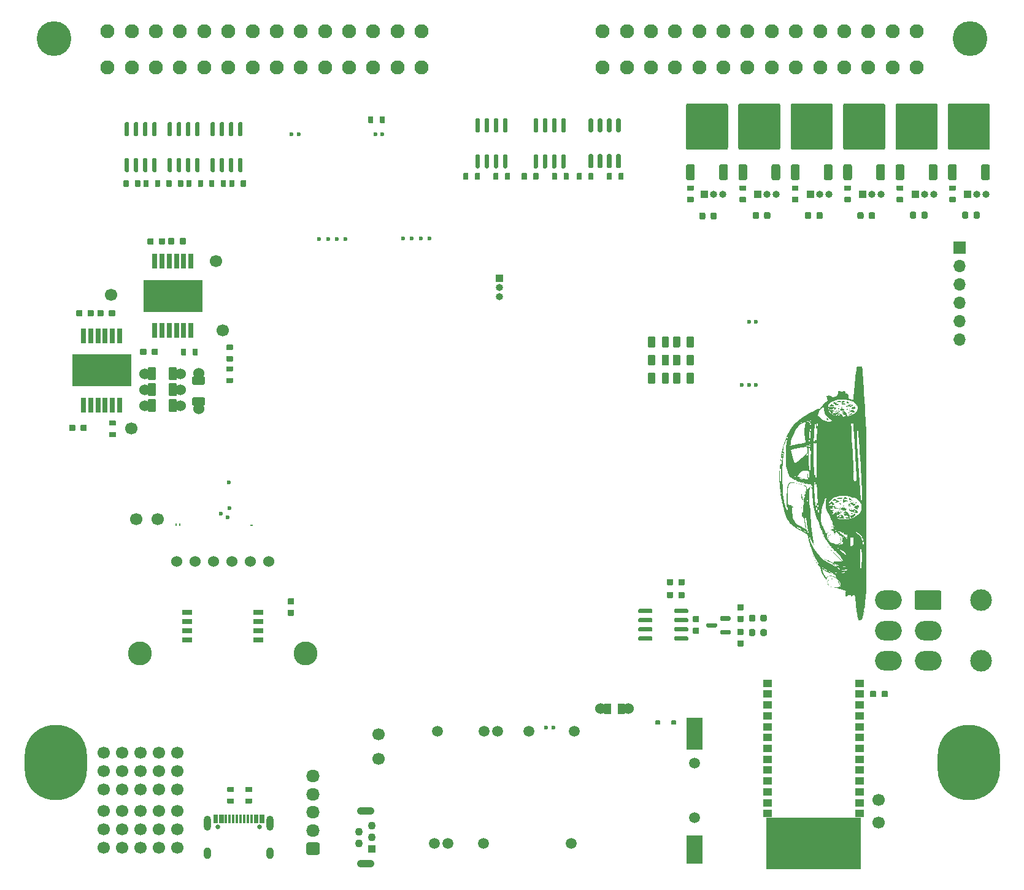
<source format=gts>
G04 #@! TF.GenerationSoftware,KiCad,Pcbnew,8.0.2-8.0.2-0~ubuntu22.04.1*
G04 #@! TF.CreationDate,2024-05-18T17:18:28+00:00*
G04 #@! TF.ProjectId,uaefi,75616566-692e-46b6-9963-61645f706362,C*
G04 #@! TF.SameCoordinates,Original*
G04 #@! TF.FileFunction,Soldermask,Top*
G04 #@! TF.FilePolarity,Negative*
%FSLAX46Y46*%
G04 Gerber Fmt 4.6, Leading zero omitted, Abs format (unit mm)*
G04 Created by KiCad (PCBNEW 8.0.2-8.0.2-0~ubuntu22.04.1) date 2024-05-18 17:18:28*
%MOMM*%
%LPD*%
G01*
G04 APERTURE LIST*
%ADD10C,0.000000*%
%ADD11C,0.120000*%
%ADD12R,1.000000X1.000000*%
%ADD13O,1.000000X1.000000*%
%ADD14C,1.500000*%
%ADD15R,2.299995X4.399991*%
%ADD16R,2.299995X3.999992*%
%ADD17C,1.700000*%
%ADD18C,0.900000*%
%ADD19O,8.600000X10.400000*%
%ADD20C,4.800000*%
%ADD21C,1.952400*%
%ADD22C,1.524000*%
%ADD23O,1.850000X1.700000*%
%ADD24C,0.600000*%
%ADD25R,1.100000X1.100000*%
%ADD26C,1.100000*%
%ADD27O,2.400000X1.100000*%
%ADD28O,0.499999X0.250000*%
%ADD29O,0.250000X0.499999*%
%ADD30C,0.599999*%
%ADD31R,1.300000X1.000000*%
%ADD32R,0.650000X2.000000*%
%ADD33R,8.100000X4.500000*%
%ADD34C,0.650000*%
%ADD35R,0.300000X1.150000*%
%ADD36O,1.000000X2.100000*%
%ADD37O,1.000000X1.600000*%
%ADD38R,1.700000X1.700000*%
%ADD39O,1.700000X1.700000*%
%ADD40C,3.302000*%
%ADD41R,1.350000X0.690000*%
%ADD42C,3.000000*%
%ADD43O,3.700000X2.700000*%
G04 APERTURE END LIST*
D10*
G04 #@! TO.C,G\u002A\u002A\u002A*
G36*
X107576679Y54464007D02*
G01*
X107553333Y54440661D01*
X107529987Y54464007D01*
X107553333Y54487353D01*
X107576679Y54464007D01*
G37*
G36*
X107716752Y51662536D02*
G01*
X107693407Y51639191D01*
X107670061Y51662536D01*
X107693407Y51685882D01*
X107716752Y51662536D01*
G37*
G36*
X107763443Y52736434D02*
G01*
X107740098Y52713088D01*
X107716752Y52736434D01*
X107740098Y52759779D01*
X107763443Y52736434D01*
G37*
G36*
X107763443Y51942684D02*
G01*
X107740098Y51919338D01*
X107716752Y51942684D01*
X107740098Y51966029D01*
X107763443Y51942684D01*
G37*
G36*
X108090282Y49187904D02*
G01*
X108066936Y49164559D01*
X108043590Y49187904D01*
X108066936Y49211250D01*
X108090282Y49187904D01*
G37*
G36*
X108603884Y59086434D02*
G01*
X108580539Y59063088D01*
X108557193Y59086434D01*
X108580539Y59109779D01*
X108603884Y59086434D01*
G37*
G36*
X108603884Y58759595D02*
G01*
X108580539Y58736250D01*
X108557193Y58759595D01*
X108580539Y58782941D01*
X108603884Y58759595D01*
G37*
G36*
X108603884Y58572831D02*
G01*
X108580539Y58549485D01*
X108557193Y58572831D01*
X108580539Y58596176D01*
X108603884Y58572831D01*
G37*
G36*
X108603884Y58479448D02*
G01*
X108580539Y58456103D01*
X108557193Y58479448D01*
X108580539Y58502794D01*
X108603884Y58479448D01*
G37*
G36*
X108603884Y56985331D02*
G01*
X108580539Y56961985D01*
X108557193Y56985331D01*
X108580539Y57008676D01*
X108603884Y56985331D01*
G37*
G36*
X108650576Y61701139D02*
G01*
X108627230Y61677794D01*
X108603884Y61701139D01*
X108627230Y61724485D01*
X108650576Y61701139D01*
G37*
G36*
X108650576Y45872831D02*
G01*
X108627230Y45849485D01*
X108603884Y45872831D01*
X108627230Y45896176D01*
X108650576Y45872831D01*
G37*
G36*
X108977414Y44752242D02*
G01*
X108954068Y44728897D01*
X108930723Y44752242D01*
X108954068Y44775588D01*
X108977414Y44752242D01*
G37*
G36*
X109070796Y44518786D02*
G01*
X109047451Y44495441D01*
X109024105Y44518786D01*
X109047451Y44542132D01*
X109070796Y44518786D01*
G37*
G36*
X109117487Y44425404D02*
G01*
X109094142Y44402059D01*
X109070796Y44425404D01*
X109094142Y44448750D01*
X109117487Y44425404D01*
G37*
G36*
X109164179Y44332022D02*
G01*
X109140833Y44308676D01*
X109117487Y44332022D01*
X109140833Y44355367D01*
X109164179Y44332022D01*
G37*
G36*
X109210870Y44238639D02*
G01*
X109187524Y44215294D01*
X109164179Y44238639D01*
X109187524Y44261985D01*
X109210870Y44238639D01*
G37*
G36*
X109257561Y44145257D02*
G01*
X109234215Y44121911D01*
X109210870Y44145257D01*
X109234215Y44168603D01*
X109257561Y44145257D01*
G37*
G36*
X109304252Y44051875D02*
G01*
X109280907Y44028529D01*
X109257561Y44051875D01*
X109280907Y44075220D01*
X109304252Y44051875D01*
G37*
G36*
X109771164Y63942316D02*
G01*
X109747818Y63918970D01*
X109724473Y63942316D01*
X109747818Y63965661D01*
X109771164Y63942316D01*
G37*
G36*
X109864546Y48814375D02*
G01*
X109841201Y48791029D01*
X109817855Y48814375D01*
X109841201Y48837720D01*
X109864546Y48814375D01*
G37*
G36*
X110004620Y64642684D02*
G01*
X109981274Y64619338D01*
X109957929Y64642684D01*
X109981274Y64666029D01*
X110004620Y64642684D01*
G37*
G36*
X110331458Y47600404D02*
G01*
X110308112Y47577059D01*
X110284767Y47600404D01*
X110308112Y47623750D01*
X110331458Y47600404D01*
G37*
G36*
X110424840Y44332022D02*
G01*
X110401495Y44308676D01*
X110378149Y44332022D01*
X110401495Y44355367D01*
X110424840Y44332022D01*
G37*
G36*
X110518223Y44285331D02*
G01*
X110494877Y44261985D01*
X110471532Y44285331D01*
X110494877Y44308676D01*
X110518223Y44285331D01*
G37*
G36*
X110938443Y63568786D02*
G01*
X110915098Y63545441D01*
X110891752Y63568786D01*
X110915098Y63592132D01*
X110938443Y63568786D01*
G37*
G36*
X110938443Y40923566D02*
G01*
X110915098Y40900220D01*
X110891752Y40923566D01*
X110915098Y40946911D01*
X110938443Y40923566D01*
G37*
G36*
X111125208Y45779448D02*
G01*
X111101862Y45756103D01*
X111078517Y45779448D01*
X111101862Y45802794D01*
X111125208Y45779448D01*
G37*
G36*
X111218590Y46806654D02*
G01*
X111195245Y46783309D01*
X111171899Y46806654D01*
X111195245Y46830000D01*
X111218590Y46806654D01*
G37*
G36*
X111311973Y45919522D02*
G01*
X111288627Y45896176D01*
X111265282Y45919522D01*
X111288627Y45942867D01*
X111311973Y45919522D01*
G37*
G36*
X111358664Y41950772D02*
G01*
X111335318Y41927426D01*
X111311973Y41950772D01*
X111335318Y41974117D01*
X111358664Y41950772D01*
G37*
G36*
X111358664Y41343786D02*
G01*
X111335318Y41320441D01*
X111311973Y41343786D01*
X111335318Y41367132D01*
X111358664Y41343786D01*
G37*
G36*
X111452046Y49654816D02*
G01*
X111428701Y49631470D01*
X111405355Y49654816D01*
X111428701Y49678161D01*
X111452046Y49654816D01*
G37*
G36*
X111545429Y42137536D02*
G01*
X111522083Y42114191D01*
X111498737Y42137536D01*
X111522083Y42160882D01*
X111545429Y42137536D01*
G37*
G36*
X111592120Y47553713D02*
G01*
X111568774Y47530367D01*
X111545429Y47553713D01*
X111568774Y47577059D01*
X111592120Y47553713D01*
G37*
G36*
X111592120Y43491581D02*
G01*
X111568774Y43468235D01*
X111545429Y43491581D01*
X111568774Y43514926D01*
X111592120Y43491581D01*
G37*
G36*
X111638811Y49187904D02*
G01*
X111615465Y49164559D01*
X111592120Y49187904D01*
X111615465Y49211250D01*
X111638811Y49187904D01*
G37*
G36*
X111638811Y48580919D02*
G01*
X111615465Y48557573D01*
X111592120Y48580919D01*
X111615465Y48604264D01*
X111638811Y48580919D01*
G37*
G36*
X111732193Y41390478D02*
G01*
X111708848Y41367132D01*
X111685502Y41390478D01*
X111708848Y41413823D01*
X111732193Y41390478D01*
G37*
G36*
X111825576Y65436434D02*
G01*
X111802230Y65413088D01*
X111778884Y65436434D01*
X111802230Y65459779D01*
X111825576Y65436434D01*
G37*
G36*
X112059032Y47553713D02*
G01*
X112035686Y47530367D01*
X112012340Y47553713D01*
X112035686Y47577059D01*
X112059032Y47553713D01*
G37*
G36*
X112572634Y44658860D02*
G01*
X112549289Y44635514D01*
X112525943Y44658860D01*
X112549289Y44682206D01*
X112572634Y44658860D01*
G37*
G36*
X112759399Y44565478D02*
G01*
X112736054Y44542132D01*
X112712708Y44565478D01*
X112736054Y44588823D01*
X112759399Y44565478D01*
G37*
G36*
X112992855Y50822095D02*
G01*
X112969509Y50798750D01*
X112946164Y50822095D01*
X112969509Y50845441D01*
X112992855Y50822095D01*
G37*
G36*
X113132929Y50775404D02*
G01*
X113109583Y50752059D01*
X113086237Y50775404D01*
X113109583Y50798750D01*
X113132929Y50775404D01*
G37*
G36*
X113366384Y63942316D02*
G01*
X113343039Y63918970D01*
X113319693Y63942316D01*
X113343039Y63965661D01*
X113366384Y63942316D01*
G37*
G36*
X113646532Y49981654D02*
G01*
X113623186Y49958309D01*
X113599840Y49981654D01*
X113623186Y50005000D01*
X113646532Y49981654D01*
G37*
G36*
X113693223Y51242316D02*
G01*
X113669877Y51218970D01*
X113646532Y51242316D01*
X113669877Y51265661D01*
X113693223Y51242316D01*
G37*
G36*
X113739914Y50075036D02*
G01*
X113716568Y50051691D01*
X113693223Y50075036D01*
X113716568Y50098382D01*
X113739914Y50075036D01*
G37*
G36*
X113833296Y66977242D02*
G01*
X113809951Y66953897D01*
X113786605Y66977242D01*
X113809951Y67000588D01*
X113833296Y66977242D01*
G37*
G36*
X113973370Y64736066D02*
G01*
X113950024Y64712720D01*
X113926679Y64736066D01*
X113950024Y64759411D01*
X113973370Y64736066D01*
G37*
G36*
X114066752Y64829448D02*
G01*
X114043407Y64806103D01*
X114020061Y64829448D01*
X114043407Y64852794D01*
X114066752Y64829448D01*
G37*
G36*
X114066752Y64222463D02*
G01*
X114043407Y64199117D01*
X114020061Y64222463D01*
X114043407Y64245809D01*
X114066752Y64222463D01*
G37*
G36*
X114160134Y64782757D02*
G01*
X114136789Y64759411D01*
X114113443Y64782757D01*
X114136789Y64806103D01*
X114160134Y64782757D01*
G37*
G36*
X114206826Y64315845D02*
G01*
X114183480Y64292500D01*
X114160134Y64315845D01*
X114183480Y64339191D01*
X114206826Y64315845D01*
G37*
G36*
X114346899Y65903345D02*
G01*
X114323554Y65880000D01*
X114300208Y65903345D01*
X114323554Y65926691D01*
X114346899Y65903345D01*
G37*
G36*
X114440282Y65856654D02*
G01*
X114416936Y65833309D01*
X114393590Y65856654D01*
X114416936Y65880000D01*
X114440282Y65856654D01*
G37*
G36*
X114440282Y50355184D02*
G01*
X114416936Y50331838D01*
X114393590Y50355184D01*
X114416936Y50378529D01*
X114440282Y50355184D01*
G37*
G36*
X114533664Y65809963D02*
G01*
X114510318Y65786617D01*
X114486973Y65809963D01*
X114510318Y65833309D01*
X114533664Y65809963D01*
G37*
G36*
X114720429Y55164375D02*
G01*
X114697083Y55141029D01*
X114673737Y55164375D01*
X114697083Y55187720D01*
X114720429Y55164375D01*
G37*
G36*
X114767120Y52502978D02*
G01*
X114743774Y52479632D01*
X114720429Y52502978D01*
X114743774Y52526323D01*
X114767120Y52502978D01*
G37*
G36*
X114860502Y52456286D02*
G01*
X114837157Y52432941D01*
X114813811Y52456286D01*
X114837157Y52479632D01*
X114860502Y52456286D01*
G37*
G36*
X115000576Y65343051D02*
G01*
X114977230Y65319706D01*
X114953884Y65343051D01*
X114977230Y65366397D01*
X115000576Y65343051D01*
G37*
G36*
X115000576Y52362904D02*
G01*
X114977230Y52339559D01*
X114953884Y52362904D01*
X114977230Y52386250D01*
X115000576Y52362904D01*
G37*
G36*
X115093958Y64736066D02*
G01*
X115070612Y64712720D01*
X115047267Y64736066D01*
X115070612Y64759411D01*
X115093958Y64736066D01*
G37*
G36*
X115374105Y51989375D02*
G01*
X115350759Y51966029D01*
X115327414Y51989375D01*
X115350759Y52012720D01*
X115374105Y51989375D01*
G37*
G36*
X115514179Y51755919D02*
G01*
X115490833Y51732573D01*
X115467487Y51755919D01*
X115490833Y51779264D01*
X115514179Y51755919D01*
G37*
G36*
X115607561Y50822095D02*
G01*
X115584215Y50798750D01*
X115560870Y50822095D01*
X115584215Y50845441D01*
X115607561Y50822095D01*
G37*
G36*
X115934399Y35694154D02*
G01*
X115911054Y35670809D01*
X115887708Y35694154D01*
X115911054Y35717500D01*
X115934399Y35694154D01*
G37*
G36*
X116167855Y36954816D02*
G01*
X116144509Y36931470D01*
X116121164Y36954816D01*
X116144509Y36978161D01*
X116167855Y36954816D01*
G37*
G36*
X104768220Y52032841D02*
G01*
X104771522Y51985484D01*
X104760119Y51935663D01*
X104743313Y51957274D01*
X104737746Y52030247D01*
X104746999Y52046766D01*
X104768220Y52032841D01*
G37*
G36*
X106863665Y54702327D02*
G01*
X106849740Y54681105D01*
X106802383Y54677803D01*
X106752562Y54689206D01*
X106774174Y54706013D01*
X106847147Y54711579D01*
X106863665Y54702327D01*
G37*
G36*
X107421041Y54425098D02*
G01*
X107414632Y54397340D01*
X107389914Y54393970D01*
X107351482Y54411054D01*
X107358786Y54425098D01*
X107414198Y54430686D01*
X107421041Y54425098D01*
G37*
G36*
X107467732Y54518480D02*
G01*
X107461323Y54490722D01*
X107436605Y54487353D01*
X107398173Y54504436D01*
X107405478Y54518480D01*
X107460889Y54524068D01*
X107467732Y54518480D01*
G37*
G36*
X107561115Y54378407D02*
G01*
X107554706Y54350649D01*
X107529987Y54347279D01*
X107491555Y54364363D01*
X107498860Y54378407D01*
X107554271Y54383995D01*
X107561115Y54378407D01*
G37*
G36*
X107849838Y52733208D02*
G01*
X107853139Y52685851D01*
X107841737Y52636030D01*
X107824930Y52657642D01*
X107819364Y52730615D01*
X107828616Y52747134D01*
X107849838Y52733208D01*
G37*
G36*
X107896145Y52946544D02*
G01*
X107888807Y52880260D01*
X107872594Y52888180D01*
X107866427Y52983773D01*
X107872594Y53004908D01*
X107889636Y53010773D01*
X107896145Y52946544D01*
G37*
G36*
X107943220Y53200120D02*
G01*
X107946522Y53152763D01*
X107935119Y53102942D01*
X107918313Y53124554D01*
X107912746Y53197527D01*
X107921999Y53214045D01*
X107943220Y53200120D01*
G37*
G36*
X108036603Y53620341D02*
G01*
X108039904Y53572984D01*
X108028501Y53523163D01*
X108011695Y53544774D01*
X108006129Y53617747D01*
X108015381Y53634266D01*
X108036603Y53620341D01*
G37*
G36*
X108596512Y60930735D02*
G01*
X108589175Y60864451D01*
X108572962Y60872371D01*
X108566795Y60967964D01*
X108572962Y60989099D01*
X108590004Y60994964D01*
X108596512Y60930735D01*
G37*
G36*
X108596512Y58923014D02*
G01*
X108589175Y58856730D01*
X108572962Y58864650D01*
X108566795Y58960243D01*
X108572962Y58981378D01*
X108590004Y58987244D01*
X108596512Y58923014D01*
G37*
G36*
X109394265Y58760968D02*
G01*
X109397634Y58736250D01*
X109380551Y58697818D01*
X109366507Y58705122D01*
X109360919Y58760534D01*
X109366507Y58767377D01*
X109394265Y58760968D01*
G37*
G36*
X111623247Y41398259D02*
G01*
X111616838Y41370502D01*
X111592120Y41367132D01*
X111553688Y41384216D01*
X111560992Y41398259D01*
X111616404Y41403848D01*
X111623247Y41398259D01*
G37*
G36*
X111669938Y42098627D02*
G01*
X111663529Y42070869D01*
X111638811Y42067500D01*
X111600379Y42084583D01*
X111607683Y42098627D01*
X111663095Y42104215D01*
X111669938Y42098627D01*
G37*
G36*
X111682132Y48395527D02*
G01*
X111685502Y48370809D01*
X111668419Y48332376D01*
X111654375Y48339681D01*
X111648787Y48395093D01*
X111654375Y48401936D01*
X111682132Y48395527D01*
G37*
G36*
X111763321Y40230980D02*
G01*
X111756911Y40203222D01*
X111732193Y40199853D01*
X111693761Y40216936D01*
X111701066Y40230980D01*
X111756477Y40236568D01*
X111763321Y40230980D01*
G37*
G36*
X112510380Y51857083D02*
G01*
X112503970Y51829325D01*
X112479252Y51825956D01*
X112440820Y51843039D01*
X112448125Y51857083D01*
X112503536Y51862671D01*
X112510380Y51857083D01*
G37*
G36*
X112650453Y50876568D02*
G01*
X112644044Y50848810D01*
X112619326Y50845441D01*
X112580893Y50862524D01*
X112588198Y50876568D01*
X112643610Y50882156D01*
X112650453Y50876568D01*
G37*
G36*
X112930600Y52230612D02*
G01*
X112924191Y52202855D01*
X112899473Y52199485D01*
X112861041Y52216569D01*
X112868345Y52230612D01*
X112923757Y52236200D01*
X112930600Y52230612D01*
G37*
G36*
X113658204Y47467908D02*
G01*
X113664070Y47450866D01*
X113599840Y47444357D01*
X113533556Y47451695D01*
X113541476Y47467908D01*
X113637069Y47474075D01*
X113658204Y47467908D01*
G37*
G36*
X107758108Y54630724D02*
G01*
X107791278Y54584140D01*
X107771654Y54562464D01*
X107707585Y54566052D01*
X107691957Y54583080D01*
X107675894Y54644692D01*
X107724687Y54647908D01*
X107758108Y54630724D01*
G37*
G36*
X110213364Y48044486D02*
G01*
X110227765Y47969152D01*
X110221204Y47891513D01*
X110195232Y47878173D01*
X110162795Y47941362D01*
X110163064Y47972767D01*
X110187089Y48054381D01*
X110213364Y48044486D01*
G37*
G36*
X110829220Y63354637D02*
G01*
X110829497Y63337384D01*
X110808893Y63290558D01*
X110789826Y63293920D01*
X110770887Y63348059D01*
X110777018Y63361902D01*
X110815345Y63402678D01*
X110829220Y63354637D01*
G37*
G36*
X107100613Y54640688D02*
G01*
X107133112Y54627426D01*
X107185736Y54595582D01*
X107156458Y54584732D01*
X107056784Y54606779D01*
X107016384Y54627426D01*
X106979713Y54662440D01*
X107013660Y54666861D01*
X107100613Y54640688D01*
G37*
G36*
X107163004Y54509568D02*
G01*
X107226495Y54487353D01*
X107277415Y54456492D01*
X107249840Y54447225D01*
X107149911Y54465137D01*
X107086421Y54487353D01*
X107035500Y54518213D01*
X107063076Y54527480D01*
X107163004Y54509568D01*
G37*
G36*
X109350943Y43958492D02*
G01*
X109395533Y43914499D01*
X109397634Y43906290D01*
X109367474Y43903104D01*
X109350943Y43911801D01*
X109306353Y43955794D01*
X109304252Y43964003D01*
X109334412Y43967189D01*
X109350943Y43958492D01*
G37*
G36*
X109428102Y53517795D02*
G01*
X109430334Y53413456D01*
X109427439Y53298185D01*
X109419902Y53254983D01*
X109410883Y53285055D01*
X109403067Y53435872D01*
X109410883Y53541856D01*
X109421062Y53570823D01*
X109428102Y53517795D01*
G37*
G36*
X109474793Y52677354D02*
G01*
X109477025Y52573014D01*
X109474130Y52457744D01*
X109466593Y52414541D01*
X109457574Y52444614D01*
X109449758Y52595431D01*
X109457574Y52701415D01*
X109467753Y52730382D01*
X109474793Y52677354D01*
G37*
G36*
X109478639Y55634058D02*
G01*
X109479242Y55584595D01*
X109474645Y55494174D01*
X109464099Y55480456D01*
X109457994Y55503430D01*
X109450477Y55625090D01*
X109458936Y55690195D01*
X109471557Y55701109D01*
X109478639Y55634058D01*
G37*
G36*
X111077981Y63602699D02*
G01*
X111078517Y63592132D01*
X111042623Y63547235D01*
X111029070Y63545441D01*
X111001184Y63574046D01*
X111008480Y63592132D01*
X111050437Y63636675D01*
X111057927Y63638823D01*
X111077981Y63602699D01*
G37*
G36*
X111168247Y47881185D02*
G01*
X111108267Y47819115D01*
X111090190Y47804559D01*
X111034884Y47764178D01*
X111046478Y47788357D01*
X111072561Y47822187D01*
X111130159Y47886853D01*
X111154271Y47903897D01*
X111168247Y47881185D01*
G37*
G36*
X111311973Y45592684D02*
G01*
X111356563Y45548690D01*
X111358664Y45540481D01*
X111328504Y45537296D01*
X111311973Y45545992D01*
X111267382Y45589985D01*
X111265282Y45598195D01*
X111295442Y45601380D01*
X111311973Y45592684D01*
G37*
G36*
X111358664Y40409963D02*
G01*
X111403254Y40365970D01*
X111405355Y40357761D01*
X111375195Y40354575D01*
X111358664Y40363272D01*
X111314074Y40407265D01*
X111311973Y40415474D01*
X111342133Y40418660D01*
X111358664Y40409963D01*
G37*
G36*
X111452046Y48067316D02*
G01*
X111496589Y48025359D01*
X111498737Y48017869D01*
X111462613Y47997814D01*
X111452046Y47997279D01*
X111407149Y48033173D01*
X111405355Y48046726D01*
X111433960Y48074611D01*
X111452046Y48067316D01*
G37*
G36*
X111552123Y40315248D02*
G01*
X111592120Y40293235D01*
X111629492Y40256238D01*
X111615465Y40247974D01*
X111538734Y40271222D01*
X111498737Y40293235D01*
X111461365Y40330232D01*
X111475392Y40338496D01*
X111552123Y40315248D01*
G37*
G36*
X111728541Y49048464D02*
G01*
X111668561Y48986394D01*
X111650484Y48971838D01*
X111595178Y48931457D01*
X111606773Y48955636D01*
X111632855Y48989467D01*
X111690453Y49054132D01*
X111714565Y49071176D01*
X111728541Y49048464D01*
G37*
G36*
X111918958Y45405919D02*
G01*
X111963548Y45361926D01*
X111965649Y45353716D01*
X111935489Y45350531D01*
X111918958Y45359228D01*
X111874368Y45403221D01*
X111872267Y45411430D01*
X111902427Y45414616D01*
X111918958Y45405919D01*
G37*
G36*
X112199105Y51335698D02*
G01*
X112243648Y51293741D01*
X112245796Y51286251D01*
X112209672Y51266197D01*
X112199105Y51265661D01*
X112154208Y51301555D01*
X112152414Y51315108D01*
X112181019Y51342994D01*
X112199105Y51335698D01*
G37*
G36*
X112617531Y65283812D02*
G01*
X112619326Y65270259D01*
X112590721Y65242373D01*
X112572634Y65249669D01*
X112528092Y65291626D01*
X112525943Y65299116D01*
X112562068Y65319170D01*
X112572634Y65319706D01*
X112617531Y65283812D01*
G37*
G36*
X112806090Y47133492D02*
G01*
X112850681Y47089499D01*
X112852782Y47081290D01*
X112822621Y47078104D01*
X112806090Y47086801D01*
X112761500Y47130794D01*
X112759399Y47139003D01*
X112789559Y47142189D01*
X112806090Y47133492D01*
G37*
G36*
X113088715Y65110905D02*
G01*
X113103399Y65096255D01*
X113084556Y65066595D01*
X113036118Y65059569D01*
X112962066Y65075491D01*
X112946164Y65096255D01*
X112983931Y65129199D01*
X113013445Y65132941D01*
X113088715Y65110905D01*
G37*
G36*
X114160134Y52072940D02*
G01*
X114235566Y52045835D01*
X114253517Y52030620D01*
X114214225Y52016051D01*
X114160134Y52012720D01*
X114084235Y52030460D01*
X114066752Y52055040D01*
X114103936Y52079058D01*
X114160134Y52072940D01*
G37*
G36*
X114403138Y50487820D02*
G01*
X114424808Y50482274D01*
X114603701Y50434872D01*
X114372579Y50430046D01*
X114236418Y50432721D01*
X114182799Y50450074D01*
X114193686Y50477449D01*
X114269034Y50506234D01*
X114403138Y50487820D01*
G37*
G36*
X114346402Y51088467D02*
G01*
X114363784Y51055551D01*
X114367127Y50995310D01*
X114350429Y50985514D01*
X114300705Y51022635D01*
X114283323Y51055551D01*
X114279980Y51115792D01*
X114296678Y51125588D01*
X114346402Y51088467D01*
G37*
G36*
X115032854Y51911836D02*
G01*
X115038490Y51883346D01*
X115028236Y51806277D01*
X114965035Y51791262D01*
X114900819Y51820442D01*
X114897919Y51907259D01*
X114936921Y51987341D01*
X114990419Y51987417D01*
X115032854Y51911836D01*
G37*
G36*
X109427486Y61683884D02*
G01*
X109429857Y61561066D01*
X109427051Y61441243D01*
X109420145Y61395087D01*
X109410626Y61432384D01*
X109410487Y61433501D01*
X109402862Y61585769D01*
X109410964Y61713648D01*
X109420693Y61739439D01*
X109427486Y61683884D01*
G37*
G36*
X113300995Y51481463D02*
G01*
X113331553Y51440251D01*
X113311633Y51451482D01*
X113231404Y51467443D01*
X113194738Y51445598D01*
X113142001Y51419719D01*
X113132929Y51443953D01*
X113165450Y51513950D01*
X113238274Y51523439D01*
X113300995Y51481463D01*
G37*
G36*
X112628549Y64600844D02*
G01*
X112642671Y64591699D01*
X112734900Y64514157D01*
X112754614Y64456831D01*
X112697876Y64432686D01*
X112691005Y64432573D01*
X112616065Y64469593D01*
X112574277Y64522886D01*
X112531429Y64618204D01*
X112547894Y64642554D01*
X112628549Y64600844D01*
G37*
G36*
X112748583Y51815650D02*
G01*
X112759399Y51811663D01*
X112872153Y51754779D01*
X112894114Y51701727D01*
X112854961Y51663883D01*
X112794426Y51672071D01*
X112709977Y51722805D01*
X112639741Y51788839D01*
X112619326Y51832276D01*
X112656940Y51840018D01*
X112748583Y51815650D01*
G37*
G36*
X113839584Y64839760D02*
G01*
X113895653Y64822577D01*
X113873310Y64812461D01*
X113792147Y64768191D01*
X113766724Y64728258D01*
X113728590Y64678158D01*
X113682354Y64704913D01*
X113655610Y64773077D01*
X113701017Y64825684D01*
X113797383Y64844556D01*
X113839584Y64839760D01*
G37*
G36*
X113966097Y64386172D02*
G01*
X113996715Y64385882D01*
X114058895Y64363772D01*
X114066752Y64345027D01*
X114026703Y64314490D01*
X113948079Y64304172D01*
X113865143Y64318766D01*
X113844191Y64348529D01*
X113885427Y64389135D01*
X113892827Y64389384D01*
X113966097Y64386172D01*
G37*
G36*
X114532787Y65509313D02*
G01*
X114532949Y65498616D01*
X114550517Y65383443D01*
X114562208Y65346340D01*
X114565568Y65293810D01*
X114515517Y65300826D01*
X114447559Y65363382D01*
X114463516Y65465142D01*
X114486973Y65506470D01*
X114523263Y65550548D01*
X114532787Y65509313D01*
G37*
G36*
X108584185Y57598250D02*
G01*
X108587535Y57480177D01*
X108587878Y57405551D01*
X108585888Y57261279D01*
X108580818Y57188864D01*
X108573580Y57196996D01*
X108569637Y57231693D01*
X108562361Y57408037D01*
X108567793Y57581777D01*
X108569945Y57605223D01*
X108578017Y57643329D01*
X108584185Y57598250D01*
G37*
G36*
X112835988Y50763866D02*
G01*
X112869590Y50737740D01*
X112947459Y50662665D01*
X112973026Y50610265D01*
X112970117Y50604811D01*
X112897065Y50587416D01*
X112806820Y50624394D01*
X112740195Y50696936D01*
X112733337Y50713927D01*
X112716523Y50801316D01*
X112748613Y50817590D01*
X112835988Y50763866D01*
G37*
G36*
X109445560Y43808152D02*
G01*
X109512848Y43725005D01*
X109530325Y43701691D01*
X109587530Y43612452D01*
X109601301Y43564331D01*
X109595864Y43561617D01*
X109548992Y43597871D01*
X109484200Y43686654D01*
X109475098Y43701691D01*
X109424828Y43794068D01*
X109407992Y43840478D01*
X109409560Y43841764D01*
X109445560Y43808152D01*
G37*
G36*
X111221668Y41275128D02*
G01*
X111157548Y41198354D01*
X111148334Y41189319D01*
X111063531Y41082522D01*
X111017820Y40979898D01*
X110997851Y40876875D01*
X110991493Y40979326D01*
X111011116Y41061087D01*
X111064932Y41162492D01*
X111133644Y41256537D01*
X111197957Y41316220D01*
X111234763Y41319751D01*
X111221668Y41275128D01*
G37*
G36*
X112622666Y64971659D02*
G01*
X112642671Y64946176D01*
X112635927Y64903289D01*
X112616636Y64899485D01*
X112581915Y64862322D01*
X112588158Y64798474D01*
X112600606Y64730011D01*
X112571686Y64741329D01*
X112545197Y64766838D01*
X112500774Y64858280D01*
X112505877Y64914541D01*
X112559958Y64985865D01*
X112622666Y64971659D01*
G37*
G36*
X112612655Y51219331D02*
G01*
X112678067Y51137696D01*
X112788513Y50992430D01*
X112820169Y50950496D01*
X112838282Y50899226D01*
X112819044Y50892132D01*
X112744558Y50931216D01*
X112664158Y51028115D01*
X112602181Y51152296D01*
X112595713Y51172279D01*
X112580569Y51227639D01*
X112583186Y51246317D01*
X112612655Y51219331D01*
G37*
G36*
X112899473Y46970073D02*
G01*
X112938856Y46869204D01*
X112926431Y46747439D01*
X112869008Y46596544D01*
X112818522Y46506864D01*
X112781261Y46480457D01*
X112774425Y46488900D01*
X112777686Y46571442D01*
X112803062Y46637577D01*
X112838767Y46750545D01*
X112853496Y46885294D01*
X112860064Y46981050D01*
X112881652Y46992797D01*
X112899473Y46970073D01*
G37*
G36*
X112524464Y41063639D02*
G01*
X112620239Y40952133D01*
X112695807Y40820010D01*
X112740415Y40712911D01*
X112751792Y40654985D01*
X112729649Y40608024D01*
X112693842Y40560943D01*
X112654412Y40518973D01*
X112637487Y40541990D01*
X112635615Y40643196D01*
X112636101Y40663253D01*
X112600725Y40873927D01*
X112528830Y41002530D01*
X112416714Y41157022D01*
X112524464Y41063639D01*
G37*
G36*
X112919216Y52614287D02*
G01*
X113013669Y52601168D01*
X113119038Y52558977D01*
X113137869Y52512238D01*
X113076373Y52467223D01*
X112940764Y52430201D01*
X112828899Y52414688D01*
X112632590Y52405897D01*
X112479161Y52420614D01*
X112382750Y52454998D01*
X112357491Y52505204D01*
X112378109Y52537239D01*
X112457925Y52572871D01*
X112597219Y52599853D01*
X112762235Y52614790D01*
X112919216Y52614287D01*
G37*
G36*
X112115232Y64911925D02*
G01*
X112110618Y64908618D01*
X112074793Y64868253D01*
X112124429Y64842110D01*
X112133964Y64839593D01*
X112161459Y64823144D01*
X112100379Y64812825D01*
X112073460Y64811519D01*
X111961503Y64821010D01*
X111896529Y64851417D01*
X111895612Y64852794D01*
X111905466Y64893358D01*
X111935729Y64899485D01*
X112039414Y64913637D01*
X112090231Y64927235D01*
X112143630Y64939599D01*
X112115232Y64911925D01*
G37*
G36*
X112814510Y65934160D02*
G01*
X112817763Y65933886D01*
X112896127Y65908019D01*
X112899886Y65862337D01*
X112840548Y65813149D01*
X112729620Y65776768D01*
X112704045Y65772700D01*
X112481878Y65778185D01*
X112372867Y65816687D01*
X112285666Y65868773D01*
X112253502Y65902472D01*
X112254508Y65904276D01*
X112307303Y65915724D01*
X112421590Y65926113D01*
X112565479Y65933767D01*
X112707082Y65937008D01*
X112814510Y65934160D01*
G37*
G36*
X113805486Y65896525D02*
G01*
X113901231Y65823865D01*
X113994033Y65735462D01*
X114054357Y65658072D01*
X114063066Y65630720D01*
X114050778Y65606190D01*
X114035954Y65634498D01*
X113993727Y65668718D01*
X113919263Y65642575D01*
X113816871Y65612785D01*
X113759611Y65618137D01*
X113718246Y65670842D01*
X113696053Y65764774D01*
X113695956Y65861193D01*
X113720877Y65921363D01*
X113736331Y65926691D01*
X113805486Y65896525D01*
G37*
G36*
X111479320Y47518657D02*
G01*
X111457568Y47486137D01*
X111378217Y47434955D01*
X111377956Y47434815D01*
X111242341Y47317961D01*
X111160515Y47158177D01*
X111149748Y46989957D01*
X111151339Y46982149D01*
X111164034Y46901502D01*
X111146090Y46902148D01*
X111129699Y46923382D01*
X111081909Y47065554D01*
X111118721Y47224534D01*
X111175520Y47314255D01*
X111269731Y47413088D01*
X111370589Y47489116D01*
X111451475Y47524432D01*
X111479320Y47518657D01*
G37*
G36*
X114094791Y52554329D02*
G01*
X114210629Y52486674D01*
X114348907Y52374640D01*
X114474747Y52247571D01*
X114508282Y52206447D01*
X114562991Y52131254D01*
X114555958Y52118216D01*
X114486198Y52153208D01*
X114310934Y52229315D01*
X114166920Y52258176D01*
X114075320Y52235759D01*
X114071476Y52232224D01*
X114038311Y52225090D01*
X114022517Y52295640D01*
X114020061Y52381907D01*
X114026032Y52506802D01*
X114049375Y52557561D01*
X114094791Y52554329D01*
G37*
G36*
X113131610Y64903415D02*
G01*
X113202572Y64879313D01*
X113323857Y64816983D01*
X113361544Y64758536D01*
X113323508Y64689068D01*
X113310355Y64675367D01*
X113211502Y64621874D01*
X113121314Y64642253D01*
X113072498Y64724393D01*
X113052263Y64829448D01*
X113045905Y64721247D01*
X113025822Y64643760D01*
X112960592Y64637644D01*
X112934491Y64644785D01*
X112806023Y64702917D01*
X112764047Y64776933D01*
X112772774Y64820302D01*
X112845804Y64892364D01*
X112974970Y64921380D01*
X113131610Y64903415D01*
G37*
G36*
X111672162Y65561012D02*
G01*
X111729118Y65467135D01*
X111730893Y65462919D01*
X111789082Y65370441D01*
X111848562Y65349374D01*
X111921770Y65342102D01*
X111939490Y65324258D01*
X111923624Y65279298D01*
X111850831Y65245976D01*
X111711465Y65233599D01*
X111618327Y65244778D01*
X111521799Y65250044D01*
X111475498Y65226495D01*
X111416162Y65189071D01*
X111333394Y65181770D01*
X111272983Y65204982D01*
X111265282Y65224699D01*
X111296417Y65292721D01*
X111372811Y65391609D01*
X111468950Y65493964D01*
X111559318Y65572384D01*
X111614638Y65599853D01*
X111672162Y65561012D01*
G37*
G36*
X111094586Y63480915D02*
G01*
X111143558Y63424894D01*
X111167165Y63357761D01*
X111156736Y63314592D01*
X111125208Y63265294D01*
X111087454Y63227304D01*
X111079232Y63253621D01*
X111057225Y63303035D01*
X111056686Y63304245D01*
X111043498Y63306456D01*
X110934753Y63314995D01*
X110904351Y63367220D01*
X111013760Y63367220D01*
X111027589Y63332463D01*
X111057225Y63327549D01*
X111120665Y63337734D01*
X111094900Y63371539D01*
X111081743Y63380028D01*
X111022880Y63377677D01*
X111013760Y63367220D01*
X110904351Y63367220D01*
X110892571Y63387457D01*
X110891752Y63405367D01*
X110927368Y63474757D01*
X111008058Y63500954D01*
X111094586Y63480915D01*
G37*
G36*
X111433870Y64740375D02*
G01*
X111669372Y64710821D01*
X111825925Y64683414D01*
X111917759Y64654148D01*
X111959106Y64619015D01*
X111965649Y64590640D01*
X111947669Y64547201D01*
X111879900Y64568584D01*
X111875336Y64571004D01*
X111780127Y64613394D01*
X111739928Y64596182D01*
X111732193Y64523200D01*
X111750167Y64458639D01*
X111778884Y64455919D01*
X111821500Y64463087D01*
X111816002Y64413484D01*
X111767384Y64327149D01*
X111736647Y64286405D01*
X111647718Y64176583D01*
X111544448Y64269560D01*
X111456823Y64363303D01*
X111351011Y64496297D01*
X111300034Y64567166D01*
X111158892Y64771796D01*
X111433870Y64740375D01*
G37*
G36*
X114355802Y64298056D02*
G01*
X114398534Y64214366D01*
X114410805Y64180840D01*
X114424405Y64121777D01*
X114388264Y64137669D01*
X114377509Y64146398D01*
X114309907Y64172696D01*
X114251440Y64126578D01*
X114176009Y64061144D01*
X114066104Y63989507D01*
X113960369Y63934866D01*
X113905652Y63918970D01*
X113874861Y63941888D01*
X113900699Y63990103D01*
X113965145Y64032803D01*
X113974048Y64035913D01*
X114036110Y64078961D01*
X114036870Y64116311D01*
X114034759Y64144669D01*
X114059332Y64133667D01*
X114124054Y64142214D01*
X114212692Y64208566D01*
X114225784Y64222141D01*
X114306636Y64298769D01*
X114355802Y64298056D01*
G37*
G36*
X114832161Y50351365D02*
G01*
X114858024Y50191367D01*
X114800380Y50069323D01*
X114755447Y50033063D01*
X114622812Y49956141D01*
X114483168Y49887620D01*
X114362848Y49838978D01*
X114288187Y49821692D01*
X114277935Y49824944D01*
X114253574Y49882677D01*
X114225906Y49991524D01*
X114223754Y50002069D01*
X114208691Y50103978D01*
X114229151Y50136970D01*
X114293534Y50123846D01*
X114386516Y50121250D01*
X114422058Y50164931D01*
X114464267Y50215929D01*
X114488126Y50214397D01*
X114539678Y50230501D01*
X114613141Y50301532D01*
X114618354Y50308047D01*
X114715935Y50405177D01*
X114788100Y50413983D01*
X114832161Y50351365D01*
G37*
G36*
X111137190Y40700776D02*
G01*
X111142689Y40692507D01*
X111188235Y40610157D01*
X111191874Y40573500D01*
X111190604Y40573382D01*
X111190043Y40542778D01*
X111221636Y40491672D01*
X111228344Y40472044D01*
X111179499Y40509922D01*
X111154271Y40533101D01*
X111123915Y40560991D01*
X111025749Y40669165D01*
X111011008Y40713101D01*
X111034884Y40713101D01*
X111046478Y40688922D01*
X111072561Y40655092D01*
X111130159Y40590426D01*
X111154271Y40573382D01*
X111168247Y40596094D01*
X111108267Y40658164D01*
X111090190Y40672720D01*
X111034884Y40713101D01*
X111011008Y40713101D01*
X111002168Y40739450D01*
X111014828Y40761826D01*
X111069188Y40773117D01*
X111137190Y40700776D01*
G37*
G36*
X114782454Y65202255D02*
G01*
X114843112Y65117991D01*
X114859787Y64987669D01*
X114848200Y64901333D01*
X114792613Y64881311D01*
X114736835Y64889384D01*
X114651128Y64894487D01*
X114645948Y64859987D01*
X114646208Y64859563D01*
X114649902Y64815108D01*
X114586176Y64815795D01*
X114468272Y64859715D01*
X114396295Y64895606D01*
X114235581Y64981195D01*
X114384623Y65058267D01*
X114483994Y65104117D01*
X114526130Y65102443D01*
X114533664Y65066859D01*
X114566025Y64983983D01*
X114587165Y64965313D01*
X114620572Y64967872D01*
X114611614Y65047939D01*
X114610418Y65052764D01*
X114603399Y65148625D01*
X114658195Y65197268D01*
X114679474Y65204798D01*
X114782454Y65202255D01*
G37*
G36*
X114374762Y64694423D02*
G01*
X114524850Y64664732D01*
X114650676Y64604190D01*
X114662065Y64595158D01*
X114746473Y64511847D01*
X114762124Y64455118D01*
X114735992Y64417009D01*
X114650893Y64386805D01*
X114534067Y64398401D01*
X114434157Y64446044D01*
X114425829Y64453695D01*
X114360235Y64497394D01*
X114331289Y64494782D01*
X114269057Y64482019D01*
X114164798Y64494497D01*
X114057077Y64523282D01*
X113984462Y64559440D01*
X113973370Y64577697D01*
X114011289Y64613901D01*
X114055079Y64616896D01*
X114173730Y64612763D01*
X114230171Y64614676D01*
X114290242Y64627233D01*
X114263761Y64658558D01*
X114258034Y64662249D01*
X114247489Y64688514D01*
X114328391Y64696035D01*
X114374762Y64694423D01*
G37*
G36*
X113210158Y65998596D02*
G01*
X113311747Y65946191D01*
X113423260Y65880895D01*
X113513955Y65820745D01*
X113553091Y65783780D01*
X113553149Y65783084D01*
X113511541Y65765541D01*
X113406350Y65759199D01*
X113345151Y65760886D01*
X113191600Y65754441D01*
X113114710Y65723778D01*
X113118526Y65681315D01*
X113207096Y65639470D01*
X113299346Y65620308D01*
X113430434Y65592981D01*
X113517687Y65560557D01*
X113533133Y65547774D01*
X113547127Y65505284D01*
X113544232Y65502877D01*
X113492690Y65495711D01*
X113389730Y65483617D01*
X113239130Y65460344D01*
X113125851Y65435955D01*
X113018442Y65437595D01*
X112967770Y65507999D01*
X112975463Y65640540D01*
X113034176Y65808697D01*
X113091900Y65930266D01*
X113135783Y66006686D01*
X113149236Y66020073D01*
X113210158Y65998596D01*
G37*
G36*
X112096895Y65809348D02*
G01*
X112153350Y65750365D01*
X112223324Y65688365D01*
X112270785Y65683548D01*
X112287403Y65675773D01*
X112275742Y65628867D01*
X112265555Y65569853D01*
X112310759Y65557190D01*
X112380959Y65568521D01*
X112517824Y65566291D01*
X112574279Y65527834D01*
X112603728Y65474056D01*
X112553349Y65459819D01*
X112547010Y65459779D01*
X112449086Y65430329D01*
X112369847Y65378070D01*
X112313331Y65336672D01*
X112308871Y65351987D01*
X112301909Y65392090D01*
X112213064Y65398678D01*
X112117055Y65407747D01*
X112084600Y65464432D01*
X112083599Y65483125D01*
X112048955Y65561332D01*
X111988995Y65576507D01*
X111873140Y65598582D01*
X111793963Y65651934D01*
X111778884Y65690326D01*
X111817496Y65732119D01*
X111911842Y65783500D01*
X111925690Y65789406D01*
X112031430Y65824613D01*
X112096895Y65809348D01*
G37*
G36*
X115321776Y51576702D02*
G01*
X115340892Y51464184D01*
X115348960Y51403982D01*
X115359117Y51292682D01*
X115355997Y51243178D01*
X115348859Y51249032D01*
X115289093Y51282125D01*
X115229416Y51277983D01*
X115165238Y51242098D01*
X115157036Y51163943D01*
X115165388Y51119243D01*
X115180009Y51027023D01*
X115150439Y51006343D01*
X115070612Y51032354D01*
X115067890Y51033241D01*
X114929720Y51101614D01*
X114813902Y51186244D01*
X114738826Y51269744D01*
X114722886Y51334729D01*
X114733718Y51349132D01*
X114785274Y51382389D01*
X115047267Y51382389D01*
X115070612Y51359044D01*
X115093958Y51382389D01*
X115070612Y51405735D01*
X115047267Y51382389D01*
X114785274Y51382389D01*
X114810007Y51398343D01*
X114929065Y51463387D01*
X115064549Y51531398D01*
X115190116Y51589511D01*
X115279421Y51624860D01*
X115306573Y51628904D01*
X115321776Y51576702D01*
G37*
G36*
X112148019Y52439429D02*
G01*
X112193654Y52373007D01*
X112201186Y52359015D01*
X112265011Y52282491D01*
X112324597Y52266424D01*
X112378050Y52251780D01*
X112385870Y52221365D01*
X112426172Y52166421D01*
X112496881Y52152794D01*
X112605417Y52128236D01*
X112659618Y52090467D01*
X112673293Y52047941D01*
X112623386Y52011895D01*
X112495737Y51972331D01*
X112490243Y51970904D01*
X112291434Y51923880D01*
X112165514Y51906656D01*
X112097178Y51918340D01*
X112074113Y51946634D01*
X112096350Y52003133D01*
X112149915Y52040016D01*
X112213892Y52093575D01*
X112201266Y52150139D01*
X112153674Y52192109D01*
X112075865Y52178458D01*
X112035874Y52161375D01*
X111926383Y52129131D01*
X111837507Y52158369D01*
X111821400Y52169139D01*
X111769623Y52218347D01*
X111776041Y52265597D01*
X111850126Y52323643D01*
X111993985Y52401503D01*
X112093713Y52446416D01*
X112148019Y52439429D01*
G37*
G36*
X111729540Y65128719D02*
G01*
X111880117Y65117424D01*
X111970216Y65101106D01*
X111985125Y65092511D01*
X112044678Y65069246D01*
X112122481Y65073563D01*
X112219100Y65073269D01*
X112263596Y65048531D01*
X112238086Y65017532D01*
X112134280Y64988028D01*
X112012268Y64969513D01*
X111848921Y64942147D01*
X111836647Y64940091D01*
X111747290Y64901530D01*
X111732193Y64871555D01*
X111704018Y64831211D01*
X111609766Y64810712D01*
X111475392Y64806103D01*
X111334759Y64813778D01*
X111241482Y64833578D01*
X111218590Y64852794D01*
X111208805Y64952099D01*
X111165813Y65050931D01*
X111165652Y65051231D01*
X111161651Y65062904D01*
X111825576Y65062904D01*
X111848921Y65039559D01*
X111872267Y65062904D01*
X111848921Y65086250D01*
X111825576Y65062904D01*
X111161651Y65062904D01*
X111152373Y65089973D01*
X111173472Y65114103D01*
X111244602Y65127030D01*
X111381416Y65132160D01*
X111541030Y65132941D01*
X111729540Y65128719D01*
G37*
G36*
X112787165Y51287025D02*
G01*
X112851457Y51232201D01*
X112917951Y51168519D01*
X112979994Y51177245D01*
X113016238Y51201426D01*
X113164832Y51258185D01*
X113340093Y51251613D01*
X113502494Y51184244D01*
X113523507Y51168890D01*
X113612556Y51091389D01*
X113636876Y51028849D01*
X113607217Y50941245D01*
X113592768Y50911027D01*
X113523164Y50837448D01*
X113432509Y50834761D01*
X113348701Y50872637D01*
X113320578Y50961273D01*
X113319693Y50993713D01*
X113307751Y51082006D01*
X113278891Y51105822D01*
X113277645Y51105112D01*
X113250551Y51044682D01*
X113245236Y50939903D01*
X113245971Y50848262D01*
X113221385Y50834460D01*
X113182229Y50863660D01*
X113097504Y50906466D01*
X113052168Y50905810D01*
X112998162Y50930328D01*
X112933439Y51016994D01*
X112914444Y51053394D01*
X112848082Y51159097D01*
X112786747Y51200813D01*
X112774916Y51199081D01*
X112707031Y51202274D01*
X112685819Y51249490D01*
X112719508Y51293210D01*
X112787165Y51287025D01*
G37*
G36*
X107430473Y53380745D02*
G01*
X107449841Y53154528D01*
X107475656Y52977744D01*
X107504963Y52868375D01*
X107518315Y52846131D01*
X107564314Y52756359D01*
X107578333Y52668731D01*
X107603400Y52536115D01*
X107646715Y52432941D01*
X107699212Y52325389D01*
X107712811Y52262886D01*
X107685681Y52261283D01*
X107664371Y52279880D01*
X107582190Y52313042D01*
X107547643Y52307569D01*
X107506642Y52311382D01*
X107491237Y52312814D01*
X107483296Y52334563D01*
X107477119Y52414042D01*
X107475746Y52421268D01*
X107461075Y52487385D01*
X107435779Y52600022D01*
X107434047Y52607704D01*
X107429285Y52643051D01*
X107483296Y52643051D01*
X107506642Y52619706D01*
X107529987Y52643051D01*
X107506642Y52666397D01*
X107483296Y52643051D01*
X107429285Y52643051D01*
X107420139Y52710950D01*
X107444282Y52731313D01*
X107449531Y52728445D01*
X107477127Y52731186D01*
X107459091Y52787138D01*
X107441493Y52869769D01*
X107425930Y53021515D01*
X107414456Y53218108D01*
X107410005Y53366764D01*
X107400994Y53857022D01*
X107430473Y53380745D01*
G37*
G36*
X114149284Y51103348D02*
G01*
X114122782Y51069559D01*
X114072612Y50977776D01*
X114066752Y50938697D01*
X114080689Y50897012D01*
X114136367Y50880387D01*
X114254581Y50885131D01*
X114327012Y50892513D01*
X114484516Y50920621D01*
X114595865Y50961155D01*
X114628561Y50987965D01*
X114676295Y51029745D01*
X114727823Y50996797D01*
X114820327Y50948697D01*
X114885924Y50938823D01*
X114994252Y50907156D01*
X115109905Y50829966D01*
X115200540Y50733975D01*
X115234032Y50651234D01*
X115200660Y50560432D01*
X115163032Y50517804D01*
X115077719Y50498088D01*
X114930711Y50512281D01*
X114782711Y50544714D01*
X114744150Y50553164D01*
X114540181Y50613519D01*
X114340944Y50686126D01*
X114214783Y50742955D01*
X114728267Y50742955D01*
X114750272Y50681926D01*
X114782711Y50632157D01*
X114819594Y50666434D01*
X114857614Y50760183D01*
X114841567Y50815619D01*
X114790465Y50815634D01*
X114732129Y50787303D01*
X114728267Y50742955D01*
X114214783Y50742955D01*
X114168584Y50763765D01*
X114045242Y50839219D01*
X113994619Y50898738D01*
X113997617Y51003045D01*
X114052957Y51092139D01*
X114128499Y51125588D01*
X114149284Y51103348D01*
G37*
G36*
X113519033Y52645371D02*
G01*
X113640652Y52593282D01*
X113761431Y52526610D01*
X113851021Y52461839D01*
X113879987Y52420329D01*
X113837827Y52400170D01*
X113728656Y52391296D01*
X113612867Y52393909D01*
X113455981Y52398096D01*
X113370212Y52384217D01*
X113334282Y52347759D01*
X113330481Y52334041D01*
X113341153Y52286142D01*
X113409151Y52256001D01*
X113552435Y52235694D01*
X113553659Y52235576D01*
X113734982Y52207411D01*
X113832354Y52163211D01*
X113854525Y52098208D01*
X113848246Y52075078D01*
X113799328Y52043682D01*
X113685009Y52061785D01*
X113679298Y52063405D01*
X113566591Y52095089D01*
X113517795Y52099295D01*
X113506387Y52071828D01*
X113506458Y52036066D01*
X113481246Y51973931D01*
X113459767Y51966029D01*
X113414432Y52001560D01*
X113413076Y52012720D01*
X113377182Y52057617D01*
X113363629Y52059411D01*
X113334061Y52031891D01*
X113339758Y52018029D01*
X113323274Y51975440D01*
X113272477Y51952363D01*
X113202605Y51964569D01*
X113179167Y52051407D01*
X113202092Y52215156D01*
X113258183Y52417164D01*
X113315550Y52570350D01*
X113371206Y52647742D01*
X113426918Y52666397D01*
X113519033Y52645371D01*
G37*
G36*
X112427571Y64652343D02*
G01*
X112406744Y64617192D01*
X112313023Y64571579D01*
X112235943Y64523962D01*
X112223112Y64478195D01*
X112227069Y64438248D01*
X112214248Y64436946D01*
X112115435Y64437410D01*
X112078830Y64402055D01*
X112086836Y64378668D01*
X112092339Y64346717D01*
X112066246Y64358078D01*
X112018136Y64362428D01*
X112012340Y64345266D01*
X112053120Y64316624D01*
X112153087Y64306842D01*
X112171042Y64307492D01*
X112270634Y64321827D01*
X112309795Y64346243D01*
X112308360Y64350864D01*
X112321604Y64383997D01*
X112336423Y64385882D01*
X112380089Y64423732D01*
X112385870Y64456995D01*
X112395942Y64500368D01*
X112441745Y64489197D01*
X112502598Y64451625D01*
X112589786Y64378305D01*
X112619953Y64318818D01*
X112583730Y64292591D01*
X112579349Y64292500D01*
X112523407Y64266124D01*
X112419375Y64197767D01*
X112318470Y64123828D01*
X112097567Y63955157D01*
X111914880Y64037537D01*
X111802925Y64096025D01*
X111738408Y64145227D01*
X111732193Y64157815D01*
X111766919Y64208881D01*
X111856665Y64295872D01*
X111979780Y64401399D01*
X112114617Y64508074D01*
X112239526Y64598510D01*
X112332857Y64655318D01*
X112364948Y64666029D01*
X112427571Y64652343D01*
G37*
G36*
X114371794Y65467940D02*
G01*
X114406658Y65377219D01*
X114400798Y65271614D01*
X114360939Y65200342D01*
X114310392Y65173200D01*
X114246991Y65139156D01*
X114127048Y65152678D01*
X114078069Y65186991D01*
X114000182Y65214163D01*
X113963676Y65196234D01*
X113867797Y65153725D01*
X113801033Y65144292D01*
X113752592Y65137447D01*
X113652305Y65147633D01*
X113601180Y65184519D01*
X113599840Y65193742D01*
X113618460Y65243270D01*
X113670053Y65243270D01*
X113726324Y65229317D01*
X113801033Y65227038D01*
X113913514Y65236969D01*
X113952969Y65264637D01*
X113950024Y65273014D01*
X113883391Y65313641D01*
X113842213Y65318991D01*
X113733128Y65293413D01*
X113693223Y65273014D01*
X113670053Y65243270D01*
X113618460Y65243270D01*
X113633009Y65281968D01*
X113658204Y65309224D01*
X113738764Y65350493D01*
X113875711Y65400788D01*
X114105430Y65400788D01*
X114113074Y65369315D01*
X114194627Y65317429D01*
X114207280Y65310204D01*
X114310392Y65269143D01*
X114349246Y65295060D01*
X114319203Y65383115D01*
X114303026Y65410127D01*
X114240332Y65452890D01*
X114164122Y65433472D01*
X114105430Y65400788D01*
X113875711Y65400788D01*
X113876778Y65401180D01*
X114038432Y65450947D01*
X114189913Y65489454D01*
X114297406Y65506361D01*
X114303239Y65506470D01*
X114371794Y65467940D01*
G37*
G36*
X114723844Y51984616D02*
G01*
X114767707Y51908869D01*
X114807428Y51808494D01*
X114828342Y51721047D01*
X114838747Y51604204D01*
X114813594Y51546712D01*
X114738987Y51517090D01*
X114738230Y51516899D01*
X114619177Y51519803D01*
X114509102Y51593642D01*
X114407312Y51664000D01*
X114336595Y51655084D01*
X114246994Y51623039D01*
X114199044Y51619252D01*
X114149803Y51615363D01*
X114055305Y51599802D01*
X114000566Y51559567D01*
X114000312Y51516694D01*
X114068217Y51493281D01*
X114186722Y51482917D01*
X114247781Y51466127D01*
X114280753Y51440753D01*
X114266357Y51416565D01*
X114183640Y51405772D01*
X114177255Y51405735D01*
X114027505Y51436161D01*
X113941863Y51520878D01*
X113926679Y51594601D01*
X113971658Y51702420D01*
X113983790Y51711325D01*
X114080474Y51711325D01*
X114095854Y51692022D01*
X114192564Y51687431D01*
X114199044Y51687367D01*
X114300469Y51705598D01*
X114340241Y51749009D01*
X114306295Y51797004D01*
X114272056Y51811994D01*
X114203355Y51798434D01*
X114134901Y51758033D01*
X114080474Y51711325D01*
X113983790Y51711325D01*
X114107415Y51802067D01*
X114320198Y51889542D01*
X114485851Y51940155D01*
X114590025Y51962649D01*
X114623475Y51955777D01*
X114589242Y51925818D01*
X114564725Y51885176D01*
X114617110Y51829678D01*
X114647606Y51808729D01*
X114731341Y51760864D01*
X114763519Y51769065D01*
X114767120Y51798778D01*
X114739087Y51878732D01*
X114720429Y51895992D01*
X114675387Y51963583D01*
X114673737Y51978790D01*
X114688349Y52014877D01*
X114723844Y51984616D01*
G37*
G36*
X113685365Y50680357D02*
G01*
X113756540Y50645490D01*
X113762413Y50610616D01*
X113774091Y50572027D01*
X113808854Y50565294D01*
X113873118Y50523901D01*
X113942235Y50416270D01*
X114008043Y50267223D01*
X114062384Y50101582D01*
X114097098Y49944168D01*
X114104026Y49819803D01*
X114075654Y49753700D01*
X114002577Y49729510D01*
X113876298Y49704097D01*
X113823598Y49696138D01*
X113692935Y49684172D01*
X113621569Y49702245D01*
X113577455Y49761004D01*
X113567946Y49781059D01*
X113539282Y49860141D01*
X113569720Y49882732D01*
X113647335Y49874768D01*
X113770662Y49874458D01*
X113852136Y49896959D01*
X113899969Y49935891D01*
X113887864Y49989664D01*
X113853706Y50041713D01*
X113775284Y50104225D01*
X113665070Y50141109D01*
X113623186Y50144013D01*
X113554895Y50148748D01*
X113476589Y50123523D01*
X113457810Y50086709D01*
X113438586Y50089419D01*
X113394218Y50148370D01*
X113353923Y50215110D01*
X113599840Y50215110D01*
X113623186Y50191764D01*
X113646532Y50215110D01*
X113623186Y50238456D01*
X113599840Y50215110D01*
X113353923Y50215110D01*
X113341183Y50236211D01*
X113295961Y50325590D01*
X113275030Y50389158D01*
X113274959Y50390202D01*
X113314013Y50414959D01*
X113410320Y50425220D01*
X113519846Y50441960D01*
X113580998Y50479199D01*
X113576562Y50511565D01*
X113496859Y50512910D01*
X113440756Y50505005D01*
X113328241Y50491918D01*
X113282872Y50510178D01*
X113280600Y50571039D01*
X113281750Y50579427D01*
X113325699Y50663407D01*
X113430390Y50697340D01*
X113567977Y50699906D01*
X113685365Y50680357D01*
G37*
G36*
X115832123Y70514099D02*
G01*
X115842590Y70342155D01*
X115853117Y70162745D01*
X115853717Y70152242D01*
X115871286Y70025279D01*
X115901745Y69941451D01*
X115911054Y69931174D01*
X115923242Y69900746D01*
X115896625Y69896156D01*
X115854790Y69874027D01*
X115858842Y69857681D01*
X115871542Y69809584D01*
X115885831Y69699837D01*
X115902310Y69521502D01*
X115921580Y69267640D01*
X115944241Y68931313D01*
X115958607Y68704816D01*
X115973761Y68478471D01*
X115991113Y68243798D01*
X116006911Y68051514D01*
X116006945Y68051139D01*
X116020324Y67875913D01*
X116034731Y67646529D01*
X116047787Y67402147D01*
X116052312Y67304081D01*
X116061152Y67108152D01*
X116068754Y66952699D01*
X116074118Y66857462D01*
X116075970Y66837169D01*
X116079667Y66794247D01*
X116086508Y66680348D01*
X116095180Y66517771D01*
X116097512Y66471489D01*
X116111330Y66234337D01*
X116129364Y65977265D01*
X116145938Y65776220D01*
X116179933Y65340790D01*
X116209839Y64823740D01*
X116234648Y64245809D01*
X116242636Y64055239D01*
X116250822Y63905677D01*
X116257991Y63817388D01*
X116261215Y63802242D01*
X116269418Y63760047D01*
X116279754Y63651194D01*
X116287076Y63545441D01*
X116297946Y63378869D01*
X116313390Y63158392D01*
X116330641Y62923199D01*
X116336561Y62845073D01*
X116339901Y62755287D01*
X116343142Y62577791D01*
X116346279Y62317516D01*
X116349307Y61979395D01*
X116352222Y61568358D01*
X116355020Y61089338D01*
X116357697Y60547268D01*
X116360247Y59947077D01*
X116362667Y59293700D01*
X116364952Y58592067D01*
X116367099Y57847110D01*
X116369101Y57063761D01*
X116370956Y56246953D01*
X116372658Y55401616D01*
X116374204Y54532683D01*
X116375589Y53645085D01*
X116376808Y52743755D01*
X116377858Y51833624D01*
X116378733Y50919625D01*
X116379430Y50006688D01*
X116379943Y49099747D01*
X116380270Y48203732D01*
X116380405Y47323576D01*
X116380344Y46464210D01*
X116380082Y45630567D01*
X116379616Y44827578D01*
X116378940Y44060175D01*
X116378051Y43333290D01*
X116376943Y42651855D01*
X116375614Y42020801D01*
X116374057Y41445061D01*
X116372270Y40929566D01*
X116370247Y40479249D01*
X116367985Y40099041D01*
X116365478Y39793874D01*
X116362722Y39568679D01*
X116359713Y39428390D01*
X116357392Y39382757D01*
X116341262Y39212618D01*
X116331730Y39066568D01*
X116330534Y38997555D01*
X116323512Y38915541D01*
X116307803Y38892500D01*
X116287109Y38867883D01*
X116272165Y38785895D01*
X116261603Y38634327D01*
X116254396Y38415260D01*
X116246346Y38275182D01*
X116232062Y38185632D01*
X116218453Y38166372D01*
X116202666Y38135460D01*
X116194493Y38036439D01*
X116194459Y37953171D01*
X116190349Y37814864D01*
X116173732Y37719778D01*
X116160572Y37697373D01*
X116121629Y37633768D01*
X116121164Y37626327D01*
X116150552Y37602397D01*
X116172857Y37611584D01*
X116204038Y37607618D01*
X116190825Y37532630D01*
X116162134Y37428496D01*
X116150804Y37375036D01*
X116114747Y37306459D01*
X116110141Y37302646D01*
X116080888Y37239869D01*
X116063982Y37128392D01*
X116060772Y37005032D01*
X116072609Y36906606D01*
X116094295Y36870390D01*
X116106661Y36830898D01*
X116067941Y36778195D01*
X116037384Y36758784D01*
X115994499Y36731541D01*
X115967410Y36733976D01*
X115953170Y36735256D01*
X115943600Y36733044D01*
X115968772Y36695863D01*
X116013523Y36570509D01*
X116001544Y36423579D01*
X115950654Y36321978D01*
X115913130Y36226317D01*
X115908712Y36100195D01*
X115909267Y35990200D01*
X115869513Y35951536D01*
X115860073Y35950956D01*
X115815678Y35926293D01*
X115820407Y35839940D01*
X115824526Y35822555D01*
X115841436Y35736590D01*
X115821185Y35726677D01*
X115776090Y35760422D01*
X115717041Y35800995D01*
X115707432Y35776125D01*
X115709982Y35763432D01*
X115681056Y35714171D01*
X115567471Y35687007D01*
X115564645Y35686331D01*
X115543773Y35684276D01*
X115440659Y35688985D01*
X115390009Y35691298D01*
X115284843Y35736039D01*
X115246734Y35808593D01*
X115253213Y35840213D01*
X115250001Y35873073D01*
X115394799Y35873073D01*
X115402981Y35836653D01*
X115440659Y35770932D01*
X115465022Y35781941D01*
X115467487Y35808126D01*
X115433576Y35871441D01*
X115421331Y35880588D01*
X115394799Y35873073D01*
X115250001Y35873073D01*
X115246056Y35913442D01*
X115228209Y35931208D01*
X115201189Y35993952D01*
X115207792Y36072777D01*
X115211904Y36161639D01*
X115182393Y36184411D01*
X115149412Y36224762D01*
X115157455Y36326806D01*
X115167492Y36423375D01*
X115141015Y36440730D01*
X115132591Y36436233D01*
X115098346Y36438871D01*
X115106888Y36508959D01*
X115111608Y36634299D01*
X115089162Y36733974D01*
X115061674Y36843376D01*
X115036037Y37007223D01*
X115020475Y37159158D01*
X115003831Y37319128D01*
X114983092Y37438664D01*
X114963846Y37490067D01*
X114945464Y37546645D01*
X114931678Y37667952D01*
X114926281Y37795257D01*
X114915777Y38133281D01*
X114895937Y38442285D01*
X114868412Y38708182D01*
X114834852Y38916888D01*
X114796905Y39054315D01*
X114774028Y39095262D01*
X114701254Y39164279D01*
X114623390Y39220603D01*
X114563868Y39250402D01*
X114546119Y39239843D01*
X114553078Y39225699D01*
X114544603Y39163096D01*
X114485621Y39079231D01*
X114402888Y39005297D01*
X114337349Y38974209D01*
X114280576Y38999329D01*
X114273148Y39020900D01*
X114261045Y39112586D01*
X114259353Y39125956D01*
X114213921Y39163246D01*
X114160134Y39168116D01*
X114111267Y39172541D01*
X113982242Y39156885D01*
X113862493Y39120773D01*
X113857694Y39119326D01*
X113850016Y39114999D01*
X113809951Y39092421D01*
X113786605Y39079264D01*
X113654030Y38997774D01*
X113567445Y38997253D01*
X113525991Y39077892D01*
X113521827Y39137628D01*
X113512378Y39293210D01*
X113489859Y39457663D01*
X113489267Y39460826D01*
X113478775Y39589865D01*
X113502283Y39660083D01*
X113505025Y39662019D01*
X113551447Y39713338D01*
X113512730Y39760293D01*
X113385603Y39805357D01*
X113284675Y39828615D01*
X113095747Y39874656D01*
X112949098Y39916831D01*
X112872153Y39938959D01*
X112689362Y39998430D01*
X112486989Y40062823D01*
X112280967Y40118308D01*
X112129068Y40150422D01*
X111895612Y40188203D01*
X112105723Y40194582D01*
X112281956Y40211370D01*
X112475519Y40247272D01*
X112657986Y40294992D01*
X112800929Y40347234D01*
X112871398Y40391095D01*
X112893461Y40428398D01*
X112839284Y40417561D01*
X112838056Y40417129D01*
X112779272Y40408537D01*
X112777878Y40459603D01*
X112787688Y40491966D01*
X112818860Y40716281D01*
X112760495Y40931447D01*
X112611224Y41140530D01*
X112423778Y41306740D01*
X112168931Y41493262D01*
X111963068Y41624374D01*
X111787946Y41709485D01*
X111625325Y41758000D01*
X111516804Y41774458D01*
X111377933Y41794486D01*
X111286585Y41818583D01*
X111265282Y41834451D01*
X111305337Y41858667D01*
X111410894Y41854488D01*
X111560041Y41826366D01*
X111730862Y41778752D01*
X111901445Y41716097D01*
X111947420Y41695896D01*
X112232684Y41564939D01*
X112175739Y41757801D01*
X112125094Y41888138D01*
X112051699Y41960586D01*
X111937166Y42005493D01*
X111841450Y42040910D01*
X111826975Y42063027D01*
X111848921Y42067374D01*
X111883858Y42082725D01*
X111836963Y42120263D01*
X111798339Y42139531D01*
X111755539Y42160882D01*
X111620508Y42214582D01*
X112052785Y42214582D01*
X112082377Y42197267D01*
X112187826Y42178277D01*
X112359375Y42161765D01*
X112569744Y42149951D01*
X112714591Y42145839D01*
X112949098Y42144681D01*
X113111769Y42152344D01*
X113223945Y42171490D01*
X113306969Y42204779D01*
X113338240Y42223593D01*
X113426679Y42299313D01*
X113437743Y42348642D01*
X113385595Y42363663D01*
X113284398Y42336459D01*
X113206832Y42297050D01*
X113124282Y42253070D01*
X113041320Y42225150D01*
X112936510Y42210922D01*
X112788415Y42208016D01*
X112575597Y42214063D01*
X112487928Y42217603D01*
X112252212Y42225147D01*
X112107747Y42224169D01*
X112052785Y42214582D01*
X111620508Y42214582D01*
X111611574Y42218135D01*
X111606096Y42220314D01*
X111491003Y42248134D01*
X111427992Y42241809D01*
X111428701Y42207573D01*
X111430034Y42164332D01*
X111416849Y42160882D01*
X111333798Y42184449D01*
X111193999Y42247510D01*
X111159574Y42265427D01*
X111752444Y42265427D01*
X111798339Y42257951D01*
X111858898Y42266535D01*
X111859621Y42282474D01*
X111797130Y42293620D01*
X111770130Y42286160D01*
X111752444Y42265427D01*
X111159574Y42265427D01*
X111069862Y42312119D01*
X111565679Y42312119D01*
X111611574Y42304642D01*
X111672134Y42313226D01*
X111672857Y42329165D01*
X111610366Y42340311D01*
X111583365Y42332851D01*
X111565679Y42312119D01*
X111069862Y42312119D01*
X111018963Y42338610D01*
X110830196Y42446291D01*
X110649210Y42559095D01*
X110574350Y42609650D01*
X110432428Y42707002D01*
X110322815Y42779297D01*
X110265453Y42813454D01*
X110261966Y42814559D01*
X110262595Y42775009D01*
X110292560Y42669799D01*
X110344375Y42519084D01*
X110410555Y42343018D01*
X110483615Y42161758D01*
X110556069Y41995458D01*
X110601131Y41901287D01*
X110689364Y41741438D01*
X110773130Y41614731D01*
X110841521Y41534749D01*
X110883628Y41515075D01*
X110891752Y41539375D01*
X110922833Y41605624D01*
X110994468Y41691973D01*
X111074242Y41763731D01*
X111123435Y41787353D01*
X111120541Y41758960D01*
X111063860Y41687768D01*
X111032653Y41655290D01*
X110937618Y41531741D01*
X110907981Y41397324D01*
X110908653Y41351797D01*
X110906082Y41240737D01*
X110889524Y41182777D01*
X110884206Y41180367D01*
X110842699Y41218500D01*
X110768670Y41320501D01*
X110673418Y41467778D01*
X110568243Y41641737D01*
X110464442Y41823787D01*
X110373316Y41995333D01*
X110315493Y42116212D01*
X110238499Y42305438D01*
X110157083Y42528539D01*
X110103795Y42690068D01*
X109942937Y43066660D01*
X109712694Y43388119D01*
X109689454Y43413206D01*
X109639544Y43480628D01*
X109631090Y43505240D01*
X109661789Y43489089D01*
X109743891Y43420193D01*
X109862406Y43311474D01*
X109922910Y43253690D01*
X110081973Y43105003D01*
X110240305Y42965205D01*
X110368500Y42860092D01*
X110389562Y42844313D01*
X110539673Y42748584D01*
X110736610Y42641406D01*
X110952047Y42536270D01*
X111157660Y42446668D01*
X111325124Y42386090D01*
X111382009Y42371597D01*
X111412887Y42372568D01*
X111366303Y42399999D01*
X111252463Y42448184D01*
X111227836Y42457767D01*
X110807490Y42660305D01*
X110397283Y42933483D01*
X110025491Y43256340D01*
X109777089Y43533296D01*
X109509014Y43922459D01*
X109254486Y44388788D01*
X109021044Y44916259D01*
X108816226Y45488849D01*
X108742325Y45732757D01*
X108687199Y45913164D01*
X108635705Y46062032D01*
X108596901Y46153707D01*
X108589431Y46165779D01*
X108564890Y46233149D01*
X108573480Y46254865D01*
X108576114Y46311062D01*
X108561177Y46335446D01*
X108524873Y46413641D01*
X108492310Y46536214D01*
X108489734Y46549853D01*
X108466285Y46672478D01*
X108448246Y46754986D01*
X108446901Y46759963D01*
X108430763Y46825053D01*
X108399884Y46955787D01*
X108360248Y47126754D01*
X108350219Y47170419D01*
X108266823Y47534184D01*
X108124233Y47609867D01*
X108003461Y47673970D01*
X107825883Y47770613D01*
X107649072Y47870605D01*
X107553333Y47927027D01*
X107408269Y48009536D01*
X107272271Y48078344D01*
X107238168Y48093392D01*
X107146796Y48143777D01*
X107109767Y48188611D01*
X107072119Y48226503D01*
X107043065Y48230735D01*
X106955366Y48261475D01*
X106912487Y48294612D01*
X106815419Y48361281D01*
X106745733Y48391140D01*
X106665394Y48433062D01*
X106642855Y48467337D01*
X106604891Y48505762D01*
X106571353Y48510882D01*
X106493446Y48548656D01*
X106472975Y48580919D01*
X106425864Y48642735D01*
X106402080Y48650956D01*
X106352005Y48681403D01*
X106251337Y48763667D01*
X106116104Y48884130D01*
X106003614Y48989467D01*
X105830851Y49161450D01*
X105701006Y49312860D01*
X105592305Y49474156D01*
X105489945Y49662937D01*
X105724934Y49662937D01*
X105726174Y49604673D01*
X105771168Y49494901D01*
X105847059Y49356375D01*
X105940986Y49211851D01*
X106040090Y49084083D01*
X106071460Y49049764D01*
X106226856Y48911865D01*
X106448534Y48746465D01*
X106717914Y48565038D01*
X107016418Y48379059D01*
X107325467Y48199999D01*
X107626480Y48039332D01*
X107900880Y47908531D01*
X107961881Y47882369D01*
X108073618Y47839766D01*
X108124233Y47837020D01*
X108136901Y47873809D01*
X108136973Y47879925D01*
X108101538Y47942266D01*
X108070194Y47950588D01*
X107974022Y47974557D01*
X107814951Y48040721D01*
X107608427Y48140464D01*
X107369901Y48265169D01*
X107114820Y48406223D01*
X106858634Y48555007D01*
X106616791Y48702908D01*
X106404739Y48841309D01*
X106237928Y48961594D01*
X106194386Y48996729D01*
X105989767Y49217083D01*
X105861751Y49431612D01*
X105797548Y49561621D01*
X105747305Y49644779D01*
X105724934Y49662937D01*
X105489945Y49662937D01*
X105482973Y49675795D01*
X105417158Y49809782D01*
X105323192Y50013424D01*
X105246253Y50196256D01*
X105195150Y50336298D01*
X105178616Y50405062D01*
X105159541Y50491377D01*
X105132069Y50518570D01*
X105110862Y50553034D01*
X105118931Y50588639D01*
X105117558Y50648640D01*
X105095585Y50658676D01*
X105065617Y50692699D01*
X105072240Y50728713D01*
X105070658Y50788703D01*
X105048444Y50798750D01*
X105017801Y50835714D01*
X105022193Y50892132D01*
X105023582Y50966523D01*
X105001146Y50985514D01*
X104977486Y51022259D01*
X104987174Y51084744D01*
X104998513Y51153168D01*
X104961420Y51148586D01*
X104960165Y51147816D01*
X104923165Y51143114D01*
X104926666Y51209299D01*
X104933689Y51239264D01*
X104946109Y51326745D01*
X104917669Y51336930D01*
X104912160Y51333769D01*
X104880036Y51337768D01*
X104882434Y51417522D01*
X104889776Y51458258D01*
X104904280Y51554778D01*
X104891068Y51570478D01*
X104869691Y51545809D01*
X104839762Y51521247D01*
X104833889Y51570703D01*
X104844014Y51662536D01*
X104854837Y51769003D01*
X104845229Y51789181D01*
X104826418Y51755919D01*
X104800704Y51718256D01*
X104789360Y51757059D01*
X104789467Y51872647D01*
X104785896Y51992003D01*
X104771940Y52182154D01*
X104749547Y52421331D01*
X104720668Y52687766D01*
X104703740Y52829816D01*
X104674156Y53134203D01*
X104649806Y53513126D01*
X104630808Y53949120D01*
X104617279Y54424722D01*
X104609335Y54922467D01*
X104607096Y55424891D01*
X104610678Y55914530D01*
X104620198Y56373919D01*
X104635775Y56785595D01*
X104657525Y57132093D01*
X104673661Y57302095D01*
X104708019Y57568273D01*
X104753215Y57861624D01*
X104805360Y58161838D01*
X104860565Y58448607D01*
X104914940Y58701623D01*
X104964597Y58900577D01*
X105001946Y59016397D01*
X105034875Y59091598D01*
X105048208Y59086172D01*
X105052236Y58993921D01*
X105052395Y58986018D01*
X105045777Y58882069D01*
X105025570Y58710878D01*
X104994990Y58497062D01*
X104960977Y58286857D01*
X104905466Y57929733D01*
X104861983Y57571250D01*
X104829986Y57197953D01*
X104808934Y56796388D01*
X104798285Y56353099D01*
X104797499Y55854632D01*
X104806034Y55287532D01*
X104819443Y54767500D01*
X104836695Y54235470D01*
X104855412Y53782410D01*
X104877021Y53393909D01*
X104902951Y53055554D01*
X104934632Y52752933D01*
X104973490Y52471635D01*
X105020956Y52197246D01*
X105078456Y51915356D01*
X105120993Y51725180D01*
X105201427Y51407503D01*
X105278332Y51168091D01*
X105349943Y51011435D01*
X105414495Y50942025D01*
X105430083Y50938823D01*
X105469312Y50900518D01*
X105475576Y50861466D01*
X105484301Y50764429D01*
X105507580Y50612186D01*
X105541065Y50425908D01*
X105580412Y50226764D01*
X105621272Y50035925D01*
X105659300Y49874562D01*
X105690150Y49763844D01*
X105708928Y49724853D01*
X105718076Y49766740D01*
X105709350Y49877453D01*
X105684714Y50034565D01*
X105679262Y50063364D01*
X105627992Y50340989D01*
X105582396Y50612416D01*
X105545465Y50857496D01*
X105520187Y51056080D01*
X105509553Y51188019D01*
X105509505Y51207297D01*
X105491139Y51277429D01*
X105487843Y51290015D01*
X105448713Y51312353D01*
X105444448Y51313117D01*
X105422293Y51317087D01*
X105402795Y51339496D01*
X105389148Y51391889D01*
X105380282Y51486577D01*
X105375127Y51635869D01*
X105374828Y51661598D01*
X105438860Y51661598D01*
X105444448Y51654755D01*
X105472206Y51661164D01*
X105475576Y51685882D01*
X105458492Y51724314D01*
X105454852Y51722421D01*
X105444448Y51717009D01*
X105438860Y51661598D01*
X105374828Y51661598D01*
X105372614Y51852073D01*
X105372346Y51936157D01*
X105434798Y51936157D01*
X105442553Y51861518D01*
X105454852Y51835641D01*
X105462590Y51891761D01*
X105463801Y51942684D01*
X105460043Y52038778D01*
X105452230Y52057092D01*
X105449462Y52063580D01*
X105443495Y52048283D01*
X105434798Y51936157D01*
X105372346Y51936157D01*
X105371672Y52147501D01*
X105371600Y52199485D01*
X105371635Y52269522D01*
X105428884Y52269522D01*
X105452230Y52246176D01*
X105475576Y52269522D01*
X105452230Y52292867D01*
X105428884Y52269522D01*
X105371635Y52269522D01*
X105371767Y52533068D01*
X105372890Y52689742D01*
X105428884Y52689742D01*
X105452230Y52666397D01*
X105475576Y52689742D01*
X105452230Y52713088D01*
X105428884Y52689742D01*
X105372890Y52689742D01*
X105373559Y52783125D01*
X105428884Y52783125D01*
X105452230Y52759779D01*
X105475576Y52783125D01*
X105458082Y52800618D01*
X105452230Y52806470D01*
X105428884Y52783125D01*
X105373559Y52783125D01*
X105373563Y52783716D01*
X105377436Y52959797D01*
X105435713Y52959797D01*
X105443219Y52912414D01*
X105458082Y52893373D01*
X105466165Y52955390D01*
X105466473Y52969889D01*
X105461426Y53049630D01*
X105446810Y53056650D01*
X105444949Y53052488D01*
X105435713Y52959797D01*
X105377436Y52959797D01*
X105377482Y52961871D01*
X105384016Y53077975D01*
X105393659Y53142468D01*
X105406907Y53165791D01*
X105417212Y53164116D01*
X105433811Y53196849D01*
X105447479Y53302677D01*
X105455953Y53461316D01*
X105457243Y53523217D01*
X105460256Y53575936D01*
X105485551Y53575936D01*
X105491139Y53569093D01*
X105518897Y53575502D01*
X105522267Y53600220D01*
X105505183Y53638652D01*
X105491139Y53631348D01*
X105485551Y53575936D01*
X105460256Y53575936D01*
X105480028Y53921940D01*
X105493375Y53997095D01*
X105522267Y53997095D01*
X105545612Y53973750D01*
X105568958Y53997095D01*
X105545612Y54020441D01*
X105522267Y53997095D01*
X105493375Y53997095D01*
X105536445Y54239621D01*
X105625911Y54473809D01*
X105710558Y54589445D01*
X105810594Y54672079D01*
X105919528Y54710976D01*
X106078786Y54720807D01*
X106081425Y54720809D01*
X106207789Y54713152D01*
X106370432Y54692983D01*
X106547261Y54664503D01*
X106716182Y54631914D01*
X106855102Y54599417D01*
X106941925Y54571213D01*
X106958538Y54554016D01*
X106907355Y54553639D01*
X106790664Y54569891D01*
X106640081Y54598001D01*
X106311728Y54648128D01*
X106056393Y54649191D01*
X105876566Y54601365D01*
X105796965Y54538909D01*
X105702915Y54364854D01*
X105628883Y54099856D01*
X105574907Y53744193D01*
X105545612Y53358551D01*
X105541023Y53298141D01*
X105527270Y52761979D01*
X105527239Y52549669D01*
X105530586Y52311347D01*
X105537363Y52076355D01*
X105546717Y51855962D01*
X105557793Y51661435D01*
X105569739Y51504044D01*
X105581701Y51395055D01*
X105592825Y51345737D01*
X105602259Y51367359D01*
X105609075Y51469161D01*
X105617974Y51584427D01*
X105646615Y51628102D01*
X105715250Y51621976D01*
X105744050Y51614396D01*
X105867303Y51589242D01*
X105949907Y51582767D01*
X106020732Y51544262D01*
X106056917Y51468304D01*
X106102111Y51381763D01*
X106154553Y51376679D01*
X106213349Y51374260D01*
X106222634Y51352583D01*
X106256844Y51323108D01*
X106295096Y51330168D01*
X106343294Y51333431D01*
X106339032Y51311818D01*
X106273484Y51273052D01*
X106219879Y51265661D01*
X106174409Y51257077D01*
X106147274Y51218779D01*
X106133844Y51131950D01*
X106129490Y50977772D01*
X106129252Y50897290D01*
X106146191Y50560639D01*
X106192839Y50200664D01*
X106262944Y49853540D01*
X106350254Y49555438D01*
X106370441Y49501817D01*
X106449994Y49340375D01*
X106561093Y49191652D01*
X106715828Y49045036D01*
X106926293Y48889919D01*
X107204578Y48715690D01*
X107386190Y48610560D01*
X107665285Y48455497D01*
X107869808Y48349788D01*
X108003470Y48291874D01*
X108069980Y48280196D01*
X108073050Y48313195D01*
X108066491Y48324837D01*
X108031372Y48410779D01*
X107996544Y48538257D01*
X107993146Y48553975D01*
X107961157Y48703150D01*
X107931946Y48833818D01*
X107931041Y48837720D01*
X107879009Y49081340D01*
X107872389Y49118529D01*
X107837806Y49312808D01*
X107816820Y49467113D01*
X107866801Y49467113D01*
X107872389Y49460269D01*
X107900147Y49466679D01*
X107903517Y49491397D01*
X107886433Y49529829D01*
X107872389Y49522524D01*
X107866801Y49467113D01*
X107816820Y49467113D01*
X107811450Y49506599D01*
X107803960Y49637189D01*
X107804237Y49643143D01*
X107796352Y49736142D01*
X107769247Y49771544D01*
X107740098Y49799560D01*
X107727969Y49811217D01*
X107696544Y49892392D01*
X107665734Y49973324D01*
X107622473Y49974632D01*
X107598100Y49956712D01*
X107542883Y49927858D01*
X107523249Y49981257D01*
X107522679Y49987610D01*
X107518082Y50028345D01*
X107716752Y50028345D01*
X107740098Y50005000D01*
X107763443Y50028345D01*
X107740098Y50051691D01*
X107716752Y50028345D01*
X107518082Y50028345D01*
X107509523Y50104200D01*
X107498860Y50179346D01*
X107497098Y50191764D01*
X107488724Y50282617D01*
X107481873Y50400936D01*
X107493272Y50400936D01*
X107498860Y50394093D01*
X107526618Y50400502D01*
X107529987Y50425220D01*
X107512904Y50463652D01*
X107498860Y50456348D01*
X107493272Y50400936D01*
X107481873Y50400936D01*
X107479372Y50444122D01*
X107470174Y50653575D01*
X107462265Y50888270D01*
X107462154Y50892132D01*
X107445482Y51475772D01*
X107485899Y51032206D01*
X107520659Y50727806D01*
X107563569Y50476322D01*
X107611929Y50289680D01*
X107663041Y50179806D01*
X107683275Y50160252D01*
X107709135Y50173539D01*
X107695043Y50266510D01*
X107683243Y50356767D01*
X107674768Y50510199D01*
X107669586Y50705693D01*
X107667661Y50922137D01*
X107668960Y51138420D01*
X107673447Y51333430D01*
X107681088Y51486054D01*
X107691849Y51575180D01*
X107697198Y51588510D01*
X107705128Y51553384D01*
X107710938Y51441216D01*
X107714171Y51268328D01*
X107714370Y51051044D01*
X107713891Y50991588D01*
X107713629Y50760235D01*
X107717194Y50563801D01*
X107723976Y50420481D01*
X107733362Y50348470D01*
X107735630Y50344087D01*
X107744785Y50378796D01*
X107752756Y50492393D01*
X107759000Y50670386D01*
X107762976Y50898283D01*
X107764158Y51106133D01*
X107766891Y51427049D01*
X107774431Y51654840D01*
X107786786Y51789638D01*
X107803964Y51831577D01*
X107810134Y51825956D01*
X107848165Y51780978D01*
X107851710Y51811475D01*
X107822234Y51906737D01*
X107786789Y51996576D01*
X107735425Y52124901D01*
X107719842Y52184417D01*
X107737077Y52191282D01*
X107752630Y52182822D01*
X107772568Y52209802D01*
X107780482Y52303830D01*
X107779342Y52355159D01*
X107778288Y52452825D01*
X107787479Y52465091D01*
X107796673Y52432941D01*
X107815819Y52414873D01*
X107835946Y52456286D01*
X107950208Y52456286D01*
X107973554Y52432941D01*
X107996899Y52456286D01*
X107973554Y52479632D01*
X107950208Y52456286D01*
X107835946Y52456286D01*
X107843001Y52470802D01*
X107874574Y52582075D01*
X107906890Y52730039D01*
X107936303Y52896043D01*
X107952260Y53011481D01*
X108050926Y53011481D01*
X108058386Y52984480D01*
X108079118Y52966795D01*
X108086595Y53012690D01*
X108078011Y53073249D01*
X108062072Y53073972D01*
X108050926Y53011481D01*
X107952260Y53011481D01*
X107959165Y53061434D01*
X107971829Y53207560D01*
X107970648Y53315769D01*
X107970132Y53320073D01*
X107961214Y53416603D01*
X107972186Y53428563D01*
X107993116Y53390110D01*
X108026118Y53329938D01*
X108041213Y53352785D01*
X108048206Y53413456D01*
X108058730Y53570765D01*
X108063436Y53743945D01*
X108062750Y53893620D01*
X108097110Y53893620D01*
X108104616Y53846238D01*
X108119479Y53827197D01*
X108127562Y53889213D01*
X108127870Y53903713D01*
X108122823Y53983453D01*
X108108207Y53990474D01*
X108106346Y53986311D01*
X108097110Y53893620D01*
X108062750Y53893620D01*
X108062678Y53909361D01*
X108056813Y54043379D01*
X108046194Y54122363D01*
X108037399Y54133343D01*
X107982371Y54143426D01*
X107876438Y54190523D01*
X107803067Y54230080D01*
X107697238Y54295276D01*
X107644347Y54337564D01*
X107646715Y54346542D01*
X107714104Y54324228D01*
X107821272Y54268600D01*
X107846281Y54253722D01*
X107971684Y54182388D01*
X108028914Y54164597D01*
X108025069Y54198621D01*
X108017240Y54212067D01*
X107957831Y54261607D01*
X107845776Y54325639D01*
X107792701Y54351115D01*
X107694195Y54401803D01*
X107657784Y54433515D01*
X107670061Y54438868D01*
X107791608Y54406949D01*
X107935300Y54326613D01*
X108066299Y54222084D01*
X108149772Y54117584D01*
X108157258Y54100093D01*
X108177411Y53951737D01*
X108163388Y53717811D01*
X108146877Y53590904D01*
X108123288Y53413779D01*
X108119479Y53376711D01*
X108109125Y53275950D01*
X108106583Y53200221D01*
X108108598Y53192811D01*
X108127131Y53225572D01*
X108159873Y53327975D01*
X108200075Y53478658D01*
X108204157Y53495200D01*
X108289881Y53756772D01*
X108294051Y53763639D01*
X108417120Y53763639D01*
X108440465Y53740294D01*
X108463811Y53763639D01*
X108440465Y53786985D01*
X108417120Y53763639D01*
X108294051Y53763639D01*
X108402273Y53941867D01*
X108422206Y53964322D01*
X108537007Y54071808D01*
X108612307Y54110210D01*
X108641293Y54078065D01*
X108629155Y54008768D01*
X108578544Y53818599D01*
X108542025Y53614163D01*
X108517430Y53375127D01*
X108502588Y53081161D01*
X108495858Y52759779D01*
X108494935Y52437543D01*
X108502505Y52178398D01*
X108520955Y51952251D01*
X108552669Y51729013D01*
X108595780Y51499510D01*
X108635228Y51288838D01*
X108664893Y51086582D01*
X108686396Y50872336D01*
X108701355Y50625692D01*
X108711391Y50326244D01*
X108718052Y49958701D01*
X108736403Y49373616D01*
X108774484Y48762383D01*
X108829853Y48147865D01*
X108900066Y47552925D01*
X108982680Y47000428D01*
X109075251Y46513237D01*
X109096373Y46418555D01*
X109140049Y46219136D01*
X109159144Y46101420D01*
X109153532Y46056989D01*
X109123086Y46077422D01*
X109091889Y46118679D01*
X108929539Y46392992D01*
X108767472Y46747744D01*
X108610266Y47170092D01*
X108462496Y47647191D01*
X108440465Y47732677D01*
X108328740Y48166198D01*
X108272749Y48417500D01*
X108154901Y49147184D01*
X108099529Y49911233D01*
X108106622Y50682211D01*
X108176168Y51432683D01*
X108274334Y51988797D01*
X108314040Y52193983D01*
X108333833Y52347032D01*
X108334497Y52439562D01*
X108316818Y52463194D01*
X108281581Y52409547D01*
X108243948Y52313106D01*
X108200300Y52143160D01*
X108158159Y51897923D01*
X108119366Y51595487D01*
X108085765Y51253941D01*
X108079118Y51163239D01*
X108059195Y50891378D01*
X108041499Y50525889D01*
X108035174Y50262087D01*
X108031303Y50040003D01*
X108026005Y49875876D01*
X108019821Y49779371D01*
X108013292Y49760156D01*
X108009027Y49794889D01*
X107989985Y49939455D01*
X107973554Y50000623D01*
X107961374Y50045965D01*
X107944829Y50075036D01*
X107922230Y50057085D01*
X107910808Y49947025D01*
X107910611Y49745465D01*
X107912612Y49671526D01*
X107922826Y49478601D01*
X107938547Y49334118D01*
X107957462Y49255434D01*
X107969168Y49246892D01*
X107990365Y49224487D01*
X107988268Y49133196D01*
X107983776Y49101781D01*
X107974750Y48991806D01*
X107987191Y48933783D01*
X107993331Y48931103D01*
X108019587Y48889223D01*
X108045746Y48782197D01*
X108058026Y48699388D01*
X108080804Y48560087D01*
X108121647Y48359044D01*
X108174474Y48124722D01*
X108225102Y47917311D01*
X108471327Y47076925D01*
X108763275Y46317334D01*
X109101485Y45637612D01*
X109486495Y45036832D01*
X109918844Y44514068D01*
X110399071Y44068391D01*
X110513867Y43978574D01*
X110727271Y43832884D01*
X111001452Y43669014D01*
X111309598Y43501165D01*
X111624899Y43343538D01*
X111920543Y43210335D01*
X112092165Y43142592D01*
X112264027Y43069647D01*
X112365334Y42997057D01*
X112415102Y42916687D01*
X112511464Y42782685D01*
X112681179Y42667723D01*
X112904758Y42580822D01*
X113162710Y42531004D01*
X113263974Y42523738D01*
X113456447Y42522003D01*
X113579440Y42537128D01*
X113655913Y42572732D01*
X113673564Y42588295D01*
X113732873Y42672055D01*
X113717245Y42717820D01*
X113703214Y42718164D01*
X113639425Y42719728D01*
X113533950Y42680102D01*
X113512158Y42671915D01*
X113502537Y42666977D01*
X113354855Y42612506D01*
X113311881Y42596656D01*
X113130755Y42594149D01*
X112965619Y42637325D01*
X112961667Y42638358D01*
X112783468Y42718437D01*
X112624350Y42817993D01*
X112512506Y42920629D01*
X112481666Y42971628D01*
X112443052Y43050825D01*
X112429411Y43065579D01*
X113109583Y43065579D01*
X113234273Y43033493D01*
X113354855Y43020580D01*
X113456202Y43038478D01*
X113504408Y43080356D01*
X113504973Y43088028D01*
X113478575Y43144641D01*
X113434936Y43208685D01*
X113410036Y43236738D01*
X113381960Y43268369D01*
X113358417Y43246498D01*
X113348875Y43178520D01*
X113304309Y43126386D01*
X113226311Y43093920D01*
X113109583Y43065579D01*
X112429411Y43065579D01*
X112392161Y43105869D01*
X112919724Y43105869D01*
X112965619Y43098392D01*
X113026178Y43106976D01*
X113026901Y43122915D01*
X112964410Y43134061D01*
X112937409Y43126601D01*
X112919724Y43105869D01*
X112392161Y43105869D01*
X112384144Y43114540D01*
X112286551Y43174939D01*
X112131885Y43244190D01*
X111977031Y43305523D01*
X111819511Y43368503D01*
X111704494Y43418477D01*
X111651966Y43446636D01*
X111650927Y43449223D01*
X111697838Y43441618D01*
X111816267Y43411549D01*
X111988407Y43363788D01*
X112196454Y43303108D01*
X112199839Y43302099D01*
X112445871Y43231100D01*
X112632202Y43181826D01*
X112753794Y43154681D01*
X112805611Y43150069D01*
X112782613Y43168392D01*
X112679765Y43210056D01*
X112492028Y43275462D01*
X112479252Y43279719D01*
X112035686Y43435385D01*
X111957589Y43462792D01*
X111768692Y43538272D01*
X112012340Y43538272D01*
X112035686Y43514926D01*
X112059032Y43538272D01*
X112035686Y43561617D01*
X112012340Y43538272D01*
X111768692Y43538272D01*
X111524382Y43635894D01*
X111175441Y43800747D01*
X111067224Y43859784D01*
X110852208Y43985871D01*
X110720274Y44070779D01*
X110670349Y44113801D01*
X110701360Y44114234D01*
X110812234Y44071372D01*
X111001899Y43984511D01*
X111148554Y43913215D01*
X111375030Y43803006D01*
X111580232Y43706240D01*
X111745541Y43631474D01*
X111852342Y43587262D01*
X111871901Y43580745D01*
X111950847Y43563534D01*
X111953328Y43587560D01*
X111951068Y43590474D01*
X113319693Y43590474D01*
X113352563Y43547864D01*
X113366384Y43538272D01*
X113410036Y43526374D01*
X113413076Y43532761D01*
X113380206Y43575370D01*
X113366384Y43584963D01*
X113322733Y43596861D01*
X113319693Y43590474D01*
X111951068Y43590474D01*
X111921594Y43628478D01*
X111879540Y43697160D01*
X111907254Y43740797D01*
X111918012Y43747798D01*
X112059001Y43796921D01*
X112267008Y43820010D01*
X112518980Y43815674D01*
X112709288Y43795558D01*
X112877370Y43774319D01*
X113005418Y43763025D01*
X113069187Y43763719D01*
X113071756Y43765028D01*
X113049503Y43805192D01*
X112969664Y43898304D01*
X112842930Y44033607D01*
X112679991Y44200341D01*
X112491538Y44387748D01*
X112288261Y44585068D01*
X112080850Y44781544D01*
X111879995Y44966417D01*
X111860594Y44983931D01*
X111691141Y45139792D01*
X111550300Y45275422D01*
X111451097Y45377819D01*
X111406562Y45433979D01*
X111405355Y45438291D01*
X111437125Y45428011D01*
X111526102Y45360978D01*
X111662786Y45245789D01*
X111837677Y45091039D01*
X112041276Y44905323D01*
X112264081Y44697239D01*
X112496594Y44475381D01*
X112729314Y44248347D01*
X112820830Y44157512D01*
X112986270Y43995816D01*
X113118543Y43873222D01*
X113208855Y43797303D01*
X113248408Y43775631D01*
X113242656Y43794351D01*
X113226027Y43818419D01*
X113786605Y43818419D01*
X113809951Y43795073D01*
X113833296Y43818419D01*
X113810489Y43841226D01*
X113809951Y43841764D01*
X113786605Y43818419D01*
X113226027Y43818419D01*
X113177684Y43888386D01*
X113156274Y43907953D01*
X113127485Y43934263D01*
X113122862Y43935147D01*
X113097730Y43976013D01*
X113094198Y44005184D01*
X113132929Y44005184D01*
X113156274Y43981838D01*
X113179620Y44005184D01*
X113156274Y44028529D01*
X113132929Y44005184D01*
X113094198Y44005184D01*
X113085678Y44075538D01*
X113085522Y44086893D01*
X113081356Y44146206D01*
X113792021Y44146206D01*
X113799791Y44040844D01*
X113810489Y44008442D01*
X113817842Y44058907D01*
X113819942Y44145257D01*
X113816975Y44255986D01*
X113808653Y44296461D01*
X113800429Y44274300D01*
X113792021Y44146206D01*
X113081356Y44146206D01*
X113078910Y44181034D01*
X113057066Y44191203D01*
X113039546Y44168603D01*
X113006280Y44134531D01*
X112993835Y44182065D01*
X112992855Y44215294D01*
X112985266Y44291342D01*
X112958410Y44284011D01*
X112941399Y44261985D01*
X112907737Y44225619D01*
X112908650Y44269217D01*
X112914414Y44297068D01*
X112920021Y44369552D01*
X112903599Y44381263D01*
X112867881Y44406145D01*
X112822007Y44494109D01*
X112811287Y44521998D01*
X112766013Y44621781D01*
X112727491Y44665359D01*
X112721096Y44664486D01*
X112669251Y44675055D01*
X112617294Y44728279D01*
X112600723Y44784026D01*
X112606569Y44793958D01*
X112594023Y44817551D01*
X112579562Y44819273D01*
X112554315Y44822279D01*
X112500194Y44843111D01*
X112502598Y44868970D01*
X112492013Y44908943D01*
X112458662Y44915661D01*
X112395584Y44953361D01*
X112385870Y44990694D01*
X112357724Y45043522D01*
X112313408Y45037920D01*
X112265210Y45034656D01*
X112269472Y45056270D01*
X112263699Y45098840D01*
X112245796Y45102426D01*
X112215348Y45130868D01*
X112222451Y45149117D01*
X112211866Y45189090D01*
X112178515Y45195809D01*
X112114654Y45221597D01*
X112105723Y45245255D01*
X112077118Y45273141D01*
X112059032Y45265845D01*
X112019164Y45276557D01*
X112012340Y45310467D01*
X111975553Y45382368D01*
X111893186Y45454102D01*
X112640249Y45454102D01*
X112692587Y45398919D01*
X112696817Y45395418D01*
X112966846Y45173818D01*
X113173404Y45005585D01*
X113324941Y44884527D01*
X113429910Y44804454D01*
X113496763Y44759172D01*
X113533950Y44742491D01*
X113549923Y44748218D01*
X113553149Y44768066D01*
X113531653Y44832074D01*
X113477022Y44944337D01*
X113440387Y45011268D01*
X113420626Y45037405D01*
X115513559Y45037405D01*
X115516840Y44739712D01*
X115518080Y44660452D01*
X115522052Y44336828D01*
X115523923Y44003465D01*
X115523689Y43687952D01*
X115521346Y43417875D01*
X115518267Y43264015D01*
X115514492Y43023829D01*
X115519960Y42862459D01*
X115535950Y42765678D01*
X115563740Y42719260D01*
X115567471Y42716681D01*
X115619107Y42717405D01*
X115657572Y42796153D01*
X115684196Y42957875D01*
X115695393Y43131335D01*
X115963023Y43131335D01*
X115967410Y43063465D01*
X115976753Y43076065D01*
X115980113Y43094706D01*
X115993914Y43213903D01*
X116005865Y43375963D01*
X116015286Y43559241D01*
X116021494Y43742088D01*
X116023809Y43902860D01*
X116021550Y44019908D01*
X116014037Y44071587D01*
X116010840Y44071329D01*
X116002613Y44019901D01*
X115992416Y43893605D01*
X115981493Y43710898D01*
X115971090Y43490240D01*
X115970184Y43468235D01*
X115963858Y43269613D01*
X115963023Y43131335D01*
X115695393Y43131335D01*
X115700310Y43207515D01*
X115700459Y43211434D01*
X115716227Y43419026D01*
X115745486Y43653615D01*
X115769090Y43795073D01*
X115796532Y43974180D01*
X115809480Y44163314D01*
X115807901Y44383957D01*
X115791765Y44657593D01*
X115767421Y44939007D01*
X115743591Y45140353D01*
X115711873Y45345716D01*
X115693295Y45443065D01*
X115660995Y45573652D01*
X115630735Y45627588D01*
X115591174Y45620639D01*
X115574632Y45608075D01*
X115549588Y45574450D01*
X115531709Y45513130D01*
X115520244Y45411555D01*
X115514444Y45257166D01*
X115513559Y45037405D01*
X113420626Y45037405D01*
X113329467Y45157980D01*
X113177466Y45262834D01*
X112961930Y45339793D01*
X112879559Y45359974D01*
X112791722Y45393690D01*
X112762831Y45416498D01*
X112697237Y45456946D01*
X112666017Y45465455D01*
X112640249Y45454102D01*
X111893186Y45454102D01*
X111885660Y45460656D01*
X111872434Y45469028D01*
X111788201Y45532578D01*
X111760502Y45579786D01*
X111763488Y45585069D01*
X111758090Y45613244D01*
X111737220Y45616029D01*
X111701876Y45643139D01*
X111708517Y45662185D01*
X111703959Y45677037D01*
X112412680Y45677037D01*
X112437148Y45626034D01*
X112519787Y45557141D01*
X112579562Y45542657D01*
X112635940Y45548218D01*
X112622548Y45576690D01*
X112619326Y45579300D01*
X112562906Y45624996D01*
X112474112Y45685095D01*
X112420492Y45708373D01*
X112412680Y45677037D01*
X111703959Y45677037D01*
X111700608Y45687954D01*
X111656922Y45677596D01*
X111602863Y45670437D01*
X111603666Y45690319D01*
X111598783Y45765042D01*
X111518420Y45862450D01*
X111473933Y45895906D01*
X113839454Y45895906D01*
X113844940Y45635265D01*
X113845223Y45627702D01*
X113850016Y45541758D01*
X113854211Y45542817D01*
X113857564Y45624500D01*
X113859832Y45780426D01*
X113860773Y46004218D01*
X113860785Y46036250D01*
X113860025Y46267980D01*
X113857907Y46432632D01*
X113855407Y46503161D01*
X114160134Y46503161D01*
X114160134Y45942867D01*
X114339117Y45942867D01*
X114462504Y45950327D01*
X114541487Y45968782D01*
X114549228Y45973995D01*
X114561640Y46030557D01*
X114571702Y46160443D01*
X114578300Y46343604D01*
X114580355Y46534289D01*
X114580355Y47063456D01*
X114370245Y47063456D01*
X114160134Y47063456D01*
X114160134Y46503161D01*
X113855407Y46503161D01*
X113854675Y46523829D01*
X113850571Y46535190D01*
X113845839Y46460336D01*
X113845223Y46444797D01*
X113839549Y46186234D01*
X113839454Y45895906D01*
X111473933Y45895906D01*
X111393682Y45956259D01*
X111303249Y46041570D01*
X111265288Y46132461D01*
X111265282Y46133464D01*
X111248924Y46198649D01*
X111223483Y46202693D01*
X111177765Y46217609D01*
X111133909Y46283728D01*
X111116153Y46361588D01*
X111117795Y46374761D01*
X111089696Y46408288D01*
X111075761Y46409779D01*
X111048218Y46438539D01*
X111055886Y46457627D01*
X111049199Y46493023D01*
X111023623Y46492645D01*
X110974806Y46520034D01*
X110964989Y46580155D01*
X110946419Y46653836D01*
X110906625Y46656869D01*
X110868407Y46667748D01*
X110854251Y46671777D01*
X110845061Y46711032D01*
X110827782Y46766089D01*
X110808062Y46765953D01*
X110774884Y46784199D01*
X110764597Y46828933D01*
X110730301Y46928116D01*
X110720551Y46942775D01*
X110673195Y47013977D01*
X110621999Y47085863D01*
X110714963Y47085863D01*
X110720551Y47079019D01*
X110748309Y47085429D01*
X110751679Y47110147D01*
X110734595Y47148579D01*
X110728333Y47145322D01*
X110720551Y47141274D01*
X110714963Y47085863D01*
X110621999Y47085863D01*
X110613934Y47097188D01*
X110597105Y47146679D01*
X110574593Y47200507D01*
X110516615Y47273566D01*
X110704987Y47273566D01*
X110728333Y47250220D01*
X110751679Y47273566D01*
X110845061Y47273566D01*
X110868407Y47250220D01*
X110891752Y47273566D01*
X110868407Y47296911D01*
X110845061Y47273566D01*
X110751679Y47273566D01*
X110728333Y47296911D01*
X110704987Y47273566D01*
X110516615Y47273566D01*
X110507983Y47284444D01*
X110504821Y47287831D01*
X110447989Y47357735D01*
X110462429Y47372042D01*
X110478342Y47366832D01*
X110541551Y47372484D01*
X110575554Y47456210D01*
X110578629Y47538740D01*
X110547317Y47542838D01*
X110494877Y47523025D01*
X110455102Y47507997D01*
X110440404Y47509274D01*
X110383035Y47514259D01*
X110363193Y47557970D01*
X110365056Y47563593D01*
X110355375Y47643277D01*
X110353548Y47646157D01*
X110434816Y47646157D01*
X110440404Y47639313D01*
X110468162Y47645723D01*
X110471532Y47670441D01*
X110454448Y47708873D01*
X110440404Y47701568D01*
X110434816Y47646157D01*
X110353548Y47646157D01*
X110309477Y47715624D01*
X110257701Y47778650D01*
X110278055Y47790230D01*
X110338833Y47776591D01*
X110413496Y47761664D01*
X110413884Y47785337D01*
X110401495Y47800068D01*
X110373075Y47833860D01*
X110471532Y47833860D01*
X110494877Y47810514D01*
X110518223Y47833860D01*
X110494877Y47857206D01*
X110471532Y47833860D01*
X110373075Y47833860D01*
X110364423Y47844148D01*
X110292133Y47963881D01*
X110288865Y47973934D01*
X110378149Y47973934D01*
X110401495Y47950588D01*
X110424840Y47973934D01*
X110401495Y47997279D01*
X110378149Y47973934D01*
X110288865Y47973934D01*
X110256575Y48073261D01*
X110225144Y48185520D01*
X110189684Y48250653D01*
X110162824Y48251370D01*
X110166451Y48192289D01*
X110166614Y48112962D01*
X110145903Y48090661D01*
X110121348Y48108257D01*
X110093941Y48127897D01*
X110084668Y48207389D01*
X110098002Y48207389D01*
X110121348Y48184044D01*
X110144693Y48207389D01*
X110121348Y48230735D01*
X110098002Y48207389D01*
X110084668Y48207389D01*
X110083737Y48215370D01*
X110108094Y48293098D01*
X110127359Y48390328D01*
X110074657Y48436732D01*
X110068014Y48442581D01*
X110047420Y48446682D01*
X109968502Y48462731D01*
X109971540Y48487159D01*
X110001617Y48508038D01*
X110044302Y48554891D01*
X110011831Y48618866D01*
X110007573Y48624051D01*
X109969339Y48682698D01*
X109972745Y48697647D01*
X109972713Y48736648D01*
X109957929Y48792540D01*
X109946233Y48836757D01*
X109902161Y48972629D01*
X109849356Y49118921D01*
X109796673Y49250288D01*
X109752971Y49341386D01*
X109741730Y49358686D01*
X109701240Y49427410D01*
X109658414Y49500099D01*
X109563427Y49715702D01*
X109525545Y49818235D01*
X110127856Y49818235D01*
X110128710Y49553407D01*
X110140883Y49333709D01*
X110170146Y49138569D01*
X110222271Y48947418D01*
X110303030Y48739683D01*
X110418193Y48494794D01*
X110573534Y48192180D01*
X110596192Y48149025D01*
X110737332Y47887908D01*
X110843767Y47708582D01*
X110918396Y47607362D01*
X110964120Y47580564D01*
X110983839Y47624502D01*
X110985134Y47654877D01*
X110994392Y47711628D01*
X111004748Y47713082D01*
X111010055Y47660024D01*
X111004070Y47541888D01*
X110991089Y47411284D01*
X110976883Y47237433D01*
X110989400Y47109364D01*
X111036364Y46981432D01*
X111077986Y46897840D01*
X111153678Y46773363D01*
X111222906Y46694799D01*
X111258534Y46679410D01*
X111298448Y46668329D01*
X111293537Y46651179D01*
X111305251Y46590294D01*
X111380977Y46507068D01*
X111500396Y46419268D01*
X111643190Y46344660D01*
X111644896Y46343945D01*
X111794411Y46293143D01*
X112005789Y46236167D01*
X112248480Y46180283D01*
X112491937Y46132755D01*
X112619326Y46112191D01*
X112841097Y46115222D01*
X113028357Y46186151D01*
X113160840Y46316217D01*
X113182409Y46355630D01*
X113250247Y46586986D01*
X113263784Y46852826D01*
X113221256Y47108606D01*
X113162804Y47249378D01*
X113088962Y47361445D01*
X113072685Y47377869D01*
X113014878Y47426966D01*
X113003786Y47420879D01*
X113037718Y47347871D01*
X113061618Y47301013D01*
X113113102Y47160514D01*
X113153769Y46979311D01*
X113166949Y46879311D01*
X113175816Y46719882D01*
X113159856Y46614022D01*
X113109380Y46523151D01*
X113062891Y46464984D01*
X112863545Y46284253D01*
X112646032Y46191712D01*
X112516589Y46179575D01*
X112428963Y46183101D01*
X112413815Y46193685D01*
X112477289Y46219050D01*
X112572634Y46250005D01*
X112757653Y46319939D01*
X112880531Y46400749D01*
X112971654Y46515922D01*
X113013158Y46590543D01*
X113061077Y46775852D01*
X113044110Y46992487D01*
X112970034Y47213123D01*
X112846624Y47410432D01*
X112752695Y47505783D01*
X112694557Y47550036D01*
X112694481Y47539198D01*
X112701035Y47531463D01*
X112751892Y47445731D01*
X112750828Y47382924D01*
X112699827Y47369933D01*
X112689362Y47373409D01*
X112636892Y47435363D01*
X112619242Y47523690D01*
X112596615Y47618226D01*
X112516666Y47705486D01*
X112420805Y47771988D01*
X112382830Y47792749D01*
X112272747Y47852930D01*
X112146697Y47904892D01*
X112130201Y47911692D01*
X112112877Y47916406D01*
X112463345Y47916406D01*
X112515597Y47861132D01*
X112544860Y47841055D01*
X112656674Y47776406D01*
X112701724Y47772059D01*
X112686483Y47815173D01*
X112675073Y47853484D01*
X112713455Y47840667D01*
X112783869Y47790065D01*
X112868554Y47715024D01*
X112949751Y47628887D01*
X112973153Y47599777D01*
X113060345Y47500160D01*
X113132411Y47442622D01*
X113150584Y47436985D01*
X113214262Y47401397D01*
X113263298Y47341791D01*
X113324625Y47279125D01*
X113367912Y47274510D01*
X113407369Y47263985D01*
X113413076Y47234626D01*
X113453529Y47160732D01*
X113550123Y47111704D01*
X113646532Y47104730D01*
X113689253Y47102356D01*
X113656623Y47073342D01*
X113623237Y47007616D01*
X113638438Y46926348D01*
X113690717Y46878116D01*
X113703214Y46876691D01*
X113731064Y46910487D01*
X113724771Y46942189D01*
X113726986Y46983326D01*
X113840124Y46983326D01*
X113847631Y46935943D01*
X113862493Y46916903D01*
X113870577Y46978919D01*
X113870885Y46993419D01*
X113865838Y47073159D01*
X113851222Y47080180D01*
X113849361Y47076017D01*
X113840124Y46983326D01*
X113726986Y46983326D01*
X113729479Y47029620D01*
X113759854Y47090040D01*
X113786540Y47175112D01*
X113798008Y47310367D01*
X113794522Y47456928D01*
X113776344Y47575915D01*
X113756269Y47620637D01*
X113713730Y47610899D01*
X113683106Y47585619D01*
X113669877Y47578461D01*
X113593028Y47536878D01*
X113555484Y47531852D01*
X113515767Y47543584D01*
X113552018Y47584983D01*
X113573746Y47601889D01*
X113626401Y47652209D01*
X113620437Y47668956D01*
X113544009Y47641350D01*
X113481887Y47589533D01*
X113474264Y47583175D01*
X113442858Y47524381D01*
X113448820Y47506592D01*
X113449534Y47490540D01*
X113428639Y47500447D01*
X113424748Y47502292D01*
X113372947Y47573610D01*
X113365669Y47614832D01*
X113359630Y47646157D01*
X113423051Y47646157D01*
X113428639Y47639313D01*
X113456397Y47645723D01*
X113459767Y47670441D01*
X113442683Y47708873D01*
X113428639Y47701568D01*
X113423051Y47646157D01*
X113359630Y47646157D01*
X113356121Y47664359D01*
X113325476Y47631508D01*
X113287290Y47597634D01*
X113256003Y47647394D01*
X113242153Y47734270D01*
X113250267Y47764810D01*
X113246310Y47787169D01*
X113646532Y47787169D01*
X113669877Y47763823D01*
X113693223Y47787169D01*
X113669877Y47810514D01*
X113646532Y47787169D01*
X113246310Y47787169D01*
X113240481Y47820103D01*
X113219858Y47837848D01*
X113186869Y47844104D01*
X113196513Y47820955D01*
X113196143Y47756051D01*
X113180381Y47740948D01*
X113136880Y47745467D01*
X113132929Y47763823D01*
X113129889Y47767040D01*
X113104382Y47794035D01*
X113085476Y47786698D01*
X113060991Y47728331D01*
X113069344Y47706692D01*
X113071676Y47678252D01*
X113045999Y47689799D01*
X113011999Y47745676D01*
X113018195Y47767049D01*
X113007724Y47805869D01*
X112982573Y47810514D01*
X112922818Y47838673D01*
X112909211Y47845085D01*
X112852782Y47903897D01*
X112819538Y47927329D01*
X114961753Y47927329D01*
X114971257Y47878171D01*
X115027464Y47787861D01*
X115110656Y47680888D01*
X115201116Y47581741D01*
X115279127Y47514909D01*
X115304068Y47502163D01*
X115458630Y47408765D01*
X115605046Y47236569D01*
X115733580Y47000144D01*
X115834496Y46714060D01*
X115837068Y46704591D01*
X115867677Y46547272D01*
X115897360Y46315030D01*
X115924751Y46026322D01*
X115948486Y45699607D01*
X115967201Y45353344D01*
X115979531Y45005989D01*
X115984002Y44717224D01*
X115989231Y44432016D01*
X116001947Y44238764D01*
X116022111Y44137904D01*
X116037384Y44121911D01*
X116054189Y44166161D01*
X116065721Y44289484D01*
X116072359Y44477744D01*
X116074482Y44716804D01*
X116072467Y44992525D01*
X116066695Y45290772D01*
X116057542Y45597406D01*
X116045389Y45898291D01*
X116030613Y46179289D01*
X116013901Y46421794D01*
X116013593Y46426263D01*
X115994708Y46625076D01*
X115974336Y46761590D01*
X115965772Y46795855D01*
X115821118Y47119609D01*
X115990692Y47119609D01*
X115996859Y47098474D01*
X116013901Y47092608D01*
X116020409Y47156838D01*
X116013072Y47223122D01*
X115996859Y47215202D01*
X115990692Y47119609D01*
X115821118Y47119609D01*
X115806243Y47152902D01*
X115564755Y47473404D01*
X115284113Y47721663D01*
X115141239Y47823033D01*
X115029508Y47895654D01*
X114967739Y47927521D01*
X114961753Y47927329D01*
X112819538Y47927329D01*
X112750019Y47976329D01*
X112611723Y47995129D01*
X112488139Y47957068D01*
X112463345Y47916406D01*
X112112877Y47916406D01*
X112082377Y47924705D01*
X111992211Y47940637D01*
X111986505Y47931457D01*
X112047359Y47897732D01*
X112127894Y47821428D01*
X112154705Y47725976D01*
X112127971Y47661562D01*
X112068497Y47650523D01*
X111991601Y47658515D01*
X111915774Y47686507D01*
X111895090Y47750220D01*
X111903818Y47828688D01*
X111912726Y47921921D01*
X111885101Y47972833D01*
X111798968Y48005243D01*
X111725123Y48022391D01*
X111583404Y48067837D01*
X111551040Y48098024D01*
X112019945Y48098024D01*
X112063475Y48106237D01*
X112077308Y48110671D01*
X112137011Y48122763D01*
X112119888Y48084778D01*
X112106610Y48068385D01*
X112075432Y48013917D01*
X112122677Y47997704D01*
X112146697Y47997279D01*
X112231777Y48019359D01*
X112231945Y48026136D01*
X112292487Y48026136D01*
X112325357Y47983526D01*
X112339179Y47973934D01*
X112382830Y47962036D01*
X112385870Y47968422D01*
X112353000Y48011032D01*
X112339179Y48020625D01*
X112295527Y48032523D01*
X112292487Y48026136D01*
X112231945Y48026136D01*
X112233206Y48077068D01*
X112185866Y48128965D01*
X112175759Y48131817D01*
X112102494Y48152487D01*
X112059032Y48131049D01*
X112057466Y48130277D01*
X112019945Y48098024D01*
X111551040Y48098024D01*
X111517205Y48129583D01*
X111508001Y48160698D01*
X111504474Y48221627D01*
X111532235Y48198111D01*
X111542204Y48184044D01*
X111580731Y48141585D01*
X111591206Y48185984D01*
X111591405Y48198812D01*
X111605929Y48250836D01*
X111664027Y48270693D01*
X111789272Y48265974D01*
X111797672Y48265234D01*
X111926109Y48260031D01*
X111979292Y48277770D01*
X111978908Y48310221D01*
X111930631Y48344523D01*
X111920204Y48351932D01*
X111866737Y48345708D01*
X111795186Y48347109D01*
X111792788Y48355245D01*
X112027904Y48355245D01*
X112034313Y48327487D01*
X112059032Y48324117D01*
X112096222Y48340649D01*
X113287465Y48340649D01*
X113326065Y48269874D01*
X113388370Y48188037D01*
X113443721Y48133513D01*
X113481887Y48111699D01*
X113462174Y48155909D01*
X113419745Y48219062D01*
X113347501Y48315031D01*
X113300371Y48365372D01*
X113298393Y48367485D01*
X113291526Y48370809D01*
X113287465Y48340649D01*
X112096222Y48340649D01*
X112097464Y48341201D01*
X112090159Y48355245D01*
X112082377Y48356030D01*
X112034747Y48360833D01*
X112027904Y48355245D01*
X111792788Y48355245D01*
X111782361Y48390617D01*
X111834525Y48441085D01*
X111848653Y48447203D01*
X111898585Y48488174D01*
X111877812Y48526274D01*
X111838309Y48534228D01*
X112059032Y48534228D01*
X112082377Y48510882D01*
X112105723Y48534228D01*
X112102683Y48537268D01*
X112100212Y48539739D01*
X113039546Y48539739D01*
X113072416Y48497129D01*
X113086237Y48487536D01*
X113129889Y48475639D01*
X113132929Y48482025D01*
X113100059Y48524635D01*
X113086237Y48534228D01*
X113042586Y48546125D01*
X113039546Y48539739D01*
X112100212Y48539739D01*
X112082377Y48557573D01*
X112059032Y48534228D01*
X111838309Y48534228D01*
X111807234Y48540485D01*
X111763282Y48533068D01*
X111699059Y48519734D01*
X111716411Y48542420D01*
X111732193Y48553800D01*
X111769544Y48594565D01*
X111755539Y48605034D01*
X111752858Y48615431D01*
X111791019Y48615431D01*
X111802230Y48602112D01*
X111886367Y48589478D01*
X111930631Y48581478D01*
X112002120Y48592420D01*
X112001998Y48627610D01*
X112899473Y48627610D01*
X112922818Y48604264D01*
X112946164Y48627610D01*
X112922818Y48650956D01*
X112899473Y48627610D01*
X112001998Y48627610D01*
X112001948Y48642116D01*
X111966019Y48674073D01*
X111915918Y48675952D01*
X111892066Y48676846D01*
X111837618Y48654902D01*
X111791019Y48615431D01*
X111752858Y48615431D01*
X111749333Y48629105D01*
X111791368Y48669854D01*
X111840710Y48745280D01*
X111839178Y48829099D01*
X111790988Y48881053D01*
X111768894Y48884411D01*
X111742591Y48918829D01*
X111750376Y48957831D01*
X111750429Y48959959D01*
X111825576Y48959959D01*
X111858445Y48917350D01*
X111872267Y48907757D01*
X111915918Y48895859D01*
X111918958Y48902246D01*
X111886088Y48944856D01*
X111872267Y48954448D01*
X111828616Y48966346D01*
X111825576Y48959959D01*
X111750429Y48959959D01*
X111752822Y49056554D01*
X111730383Y49121250D01*
X111723642Y49141213D01*
X112152414Y49141213D01*
X112175759Y49117867D01*
X112199105Y49141213D01*
X112175759Y49164559D01*
X112152414Y49141213D01*
X111723642Y49141213D01*
X111706227Y49192789D01*
X111742223Y49211965D01*
X111773849Y49223786D01*
X111736427Y49254336D01*
X111708848Y49260789D01*
X111639767Y49276951D01*
X111601656Y49269526D01*
X111552510Y49271185D01*
X111556567Y49308865D01*
X111602531Y49362610D01*
X111625193Y49365590D01*
X111666019Y49393432D01*
X111669938Y49417548D01*
X111632939Y49459785D01*
X111572665Y49457595D01*
X111509607Y49449220D01*
X111529352Y49474825D01*
X111545429Y49486631D01*
X111588041Y49526810D01*
X111551656Y49537373D01*
X111507721Y49573076D01*
X111510749Y49608125D01*
X111685502Y49608125D01*
X111708848Y49584779D01*
X111732193Y49608125D01*
X111708848Y49631470D01*
X111685502Y49608125D01*
X111510749Y49608125D01*
X111513013Y49634326D01*
X111506430Y49726472D01*
X111470376Y49756584D01*
X111424270Y49816526D01*
X111430456Y49870456D01*
X111432536Y49941436D01*
X111408501Y49958309D01*
X111364305Y49996076D01*
X111358664Y50028345D01*
X111355195Y50033856D01*
X112012340Y50033856D01*
X112045210Y49991247D01*
X112059032Y49981654D01*
X112102683Y49969756D01*
X112105723Y49976143D01*
X112072853Y50018753D01*
X112059032Y50028345D01*
X112015380Y50040243D01*
X112012340Y50033856D01*
X111355195Y50033856D01*
X111320211Y50089425D01*
X111276954Y50102068D01*
X111233644Y50114419D01*
X111252063Y50128790D01*
X111273693Y50171843D01*
X111235783Y50267590D01*
X111203081Y50323541D01*
X110973774Y50763756D01*
X110833784Y51200675D01*
X110789740Y51569154D01*
X111167859Y51569154D01*
X111245361Y51709228D01*
X111329417Y51835587D01*
X111439882Y51971945D01*
X111465638Y52000003D01*
X111565973Y52092519D01*
X111633775Y52116616D01*
X111670304Y52099341D01*
X111725108Y52015152D01*
X111732193Y51975876D01*
X111747039Y51928818D01*
X111762561Y51934142D01*
X111810254Y51923782D01*
X111889451Y51859563D01*
X111908100Y51840239D01*
X111980692Y51755376D01*
X111992601Y51706092D01*
X111948906Y51661665D01*
X111938845Y51654234D01*
X111828608Y51607484D01*
X111721626Y51592500D01*
X111631558Y51600404D01*
X111616487Y51636939D01*
X111637294Y51683048D01*
X111664504Y51773110D01*
X111632851Y51808856D01*
X111560102Y51789335D01*
X111464026Y51713596D01*
X111445104Y51693335D01*
X111346351Y51601015D01*
X111259777Y51549607D01*
X111239839Y51545809D01*
X111191982Y51521722D01*
X111198085Y51494522D01*
X111267724Y51466194D01*
X111421139Y51465205D01*
X111504333Y51472517D01*
X111679580Y51483128D01*
X111767937Y51468567D01*
X111778884Y51452123D01*
X111811128Y51426025D01*
X111860594Y51442508D01*
X111964361Y51462403D01*
X112082377Y51453256D01*
X112175477Y51431324D01*
X112183104Y51413770D01*
X112111303Y51386422D01*
X112110944Y51386300D01*
X111999437Y51348655D01*
X112142944Y51257793D01*
X112266722Y51193873D01*
X112375046Y51160462D01*
X112382296Y51159710D01*
X112456683Y51144192D01*
X112453486Y51119302D01*
X112387257Y51090861D01*
X112272551Y51064692D01*
X112123920Y51046616D01*
X112094745Y51044675D01*
X111939642Y51038829D01*
X111867005Y51045536D01*
X111866556Y51066469D01*
X111883940Y51078984D01*
X111956029Y51147602D01*
X111943854Y51223715D01*
X111888827Y51289122D01*
X111812369Y51329601D01*
X111758344Y51284948D01*
X111733689Y51162119D01*
X111732908Y51132754D01*
X111725053Y51068363D01*
X111686727Y51038554D01*
X111594127Y51033837D01*
X111498705Y51039372D01*
X111349367Y51041279D01*
X111284390Y51024734D01*
X111298232Y50996532D01*
X111385350Y50963469D01*
X111540202Y50932342D01*
X111591740Y50925297D01*
X111758813Y50899180D01*
X111895093Y50868487D01*
X111961434Y50844387D01*
X111986340Y50819152D01*
X111926469Y50821410D01*
X111883940Y50828732D01*
X111771636Y50836478D01*
X111733830Y50793948D01*
X111759534Y50688456D01*
X111760431Y50686109D01*
X111800877Y50633488D01*
X111822846Y50633643D01*
X111843201Y50611370D01*
X111848670Y50534291D01*
X111840811Y50439521D01*
X111821187Y50364176D01*
X111810847Y50348237D01*
X111755927Y50349440D01*
X111698303Y50382744D01*
X111650098Y50416669D01*
X111663005Y50392468D01*
X111704737Y50342346D01*
X111794009Y50237736D01*
X112108745Y50541589D01*
X112147632Y50577463D01*
X112199723Y50577463D01*
X112244808Y50529238D01*
X112317498Y50506857D01*
X112398795Y50495882D01*
X112399476Y50521793D01*
X112357949Y50570349D01*
X112284780Y50626870D01*
X112239556Y50631474D01*
X112199723Y50577463D01*
X112147632Y50577463D01*
X112252633Y50674327D01*
X112376741Y50777588D01*
X112462822Y50836705D01*
X112486385Y50845133D01*
X112495367Y50823822D01*
X112437427Y50771585D01*
X112417609Y50758005D01*
X112334927Y50697269D01*
X112325550Y50662735D01*
X112369686Y50639043D01*
X112466654Y50645049D01*
X112513039Y50688405D01*
X112558983Y50734617D01*
X112572634Y50724358D01*
X112609054Y50672289D01*
X112698188Y50604889D01*
X112712708Y50596067D01*
X112821339Y50518955D01*
X112841011Y50460440D01*
X112771086Y50408792D01*
X112701035Y50381428D01*
X112606015Y50340955D01*
X112590842Y50307102D01*
X112619326Y50281531D01*
X112665761Y50244955D01*
X112632127Y50240756D01*
X112619326Y50242041D01*
X112428198Y50232019D01*
X112398795Y50219231D01*
X112342181Y50194608D01*
X112299913Y50145207D01*
X112332734Y50082802D01*
X112361497Y50020598D01*
X112316607Y49962676D01*
X112291284Y49944044D01*
X112232591Y49883224D01*
X112239141Y49845694D01*
X112301590Y49850539D01*
X112318243Y49868826D01*
X112381525Y49930329D01*
X112485828Y50006285D01*
X112610582Y50006285D01*
X112613691Y49962928D01*
X112628212Y49951828D01*
X112750829Y49913441D01*
X112846808Y49962450D01*
X112889190Y50040018D01*
X112915421Y50146594D01*
X112906806Y50193981D01*
X112868323Y50168674D01*
X112850958Y50143721D01*
X112814585Y50102736D01*
X112806805Y50111131D01*
X112773189Y50114306D01*
X112692633Y50072839D01*
X112686576Y50068917D01*
X112610582Y50006285D01*
X112485828Y50006285D01*
X112499693Y50016382D01*
X112646586Y50110936D01*
X112796044Y50197944D01*
X112921906Y50261358D01*
X112996914Y50285147D01*
X113082453Y50246199D01*
X113173197Y50150745D01*
X113244816Y50030867D01*
X113273002Y49921078D01*
X113304039Y49832151D01*
X113343039Y49801350D01*
X113404907Y49751953D01*
X113413076Y49726318D01*
X113370901Y49697016D01*
X113260064Y49682561D01*
X113104098Y49682950D01*
X112926535Y49698182D01*
X112759399Y49726372D01*
X112750829Y49728235D01*
X112555169Y49770764D01*
X112428212Y49796923D01*
X112364590Y49806635D01*
X112350363Y49801684D01*
X112371593Y49783855D01*
X112385870Y49774200D01*
X112529566Y49713677D01*
X112744165Y49668017D01*
X113008243Y49638100D01*
X113300371Y49624806D01*
X113599126Y49629014D01*
X113883080Y49651604D01*
X114130807Y49693455D01*
X114162784Y49701260D01*
X114423133Y49787406D01*
X114705253Y49912604D01*
X114978759Y50060827D01*
X115213265Y50216042D01*
X115340149Y50322397D01*
X115560970Y50597036D01*
X115697711Y50906156D01*
X115747626Y51238354D01*
X115720800Y51470957D01*
X115707967Y51582229D01*
X115672644Y51702568D01*
X115574890Y51898075D01*
X115418066Y52111817D01*
X115225229Y52317585D01*
X115019437Y52489171D01*
X114928528Y52548379D01*
X114793316Y52614512D01*
X114775581Y52619024D01*
X114691544Y52640406D01*
X114650392Y52627867D01*
X114639872Y52624661D01*
X114651189Y52571724D01*
X114628992Y52564242D01*
X114557009Y52586838D01*
X114544004Y52590920D01*
X114473937Y52619955D01*
X114463627Y52623465D01*
X114268971Y52689742D01*
X114533664Y52689742D01*
X114557009Y52666397D01*
X114580355Y52689742D01*
X114557009Y52713088D01*
X114533664Y52689742D01*
X114268971Y52689742D01*
X114131837Y52736434D01*
X114440282Y52736434D01*
X114463627Y52713088D01*
X114486973Y52736434D01*
X114463627Y52759779D01*
X114440282Y52736434D01*
X114131837Y52736434D01*
X114116415Y52741685D01*
X113705949Y52821691D01*
X113304368Y52854954D01*
X113274358Y52857440D01*
X112853457Y52846400D01*
X112852782Y52846292D01*
X112595980Y52805328D01*
X112525943Y52794156D01*
X112475063Y52786040D01*
X112454043Y52780701D01*
X112409215Y52766244D01*
X112362524Y52751186D01*
X112285648Y52726394D01*
X112222451Y52700500D01*
X112098369Y52649658D01*
X111911329Y52560585D01*
X111743648Y52469264D01*
X111708848Y52446779D01*
X111614448Y52385787D01*
X111542849Y52320244D01*
X111534913Y52295655D01*
X111523060Y52259079D01*
X111507039Y52264391D01*
X111439516Y52258248D01*
X111359984Y52184109D01*
X111319350Y52120536D01*
X111282911Y52063527D01*
X111222764Y51918055D01*
X111197084Y51802610D01*
X111167859Y51569154D01*
X110789740Y51569154D01*
X110780433Y51647020D01*
X110811040Y52115513D01*
X110817188Y52155282D01*
X110851590Y52389765D01*
X110864533Y52539707D01*
X110855321Y52611613D01*
X110823253Y52611986D01*
X110774113Y52556319D01*
X110729703Y52474279D01*
X110664076Y52327945D01*
X110586672Y52141229D01*
X110506932Y51938043D01*
X110434297Y51742300D01*
X110378207Y51577911D01*
X110352239Y51487767D01*
X110315468Y51404315D01*
X110272572Y51389926D01*
X110245760Y51390016D01*
X110254840Y51369692D01*
X110260827Y51304563D01*
X110251732Y51170022D01*
X110229535Y50988469D01*
X110226913Y50971472D01*
X110209802Y50860547D01*
X110177742Y50618123D01*
X110168039Y50510892D01*
X110151167Y50324435D01*
X110133387Y50021576D01*
X110127856Y49818235D01*
X109525545Y49818235D01*
X109462823Y49988003D01*
X109362654Y50299507D01*
X109268974Y50632719D01*
X109194330Y50940683D01*
X109178797Y51019898D01*
X109116383Y51338197D01*
X109113398Y51353420D01*
X109050948Y51787735D01*
X109004827Y52263749D01*
X108972880Y52801584D01*
X108960824Y53122929D01*
X108948795Y53418521D01*
X108946286Y53449920D01*
X108931652Y53633061D01*
X108905945Y53778862D01*
X108868223Y53868240D01*
X108815034Y53913509D01*
X108742928Y53926984D01*
X108735485Y53927059D01*
X108674604Y53945985D01*
X108673921Y53973750D01*
X108738243Y54009814D01*
X108817416Y54020441D01*
X108894106Y54030608D01*
X108917090Y54079709D01*
X108909772Y54145425D01*
X109214643Y54145425D01*
X109215891Y53916111D01*
X109221649Y53644421D01*
X109231334Y53347285D01*
X109244366Y53041638D01*
X109260160Y52744409D01*
X109278136Y52472532D01*
X109297711Y52242938D01*
X109304783Y52176139D01*
X109335611Y51932935D01*
X109375615Y51660782D01*
X109422122Y51373636D01*
X109472456Y51085456D01*
X109523945Y50810197D01*
X109573913Y50561816D01*
X109619687Y50354269D01*
X109658593Y50201514D01*
X109687957Y50117506D01*
X109701240Y50106903D01*
X109700768Y50155940D01*
X109689915Y50280887D01*
X109670385Y50465060D01*
X109643876Y50691772D01*
X109630686Y50798750D01*
X109597237Y51079388D01*
X109566185Y51364201D01*
X109540688Y51622603D01*
X109523903Y51824009D01*
X109522211Y51849301D01*
X109513408Y51994066D01*
X109509786Y52080154D01*
X109512727Y52101780D01*
X109523607Y52053163D01*
X109543809Y51928517D01*
X109574709Y51722061D01*
X109609842Y51481879D01*
X109661419Y51135125D01*
X109703625Y50870769D01*
X109738750Y50678555D01*
X109769088Y50548229D01*
X109796928Y50469536D01*
X109824564Y50432223D01*
X109845994Y50425220D01*
X109892262Y50461806D01*
X109906180Y50577318D01*
X109905950Y50588639D01*
X110051311Y50588639D01*
X110074657Y50565294D01*
X110098002Y50588639D01*
X110074657Y50611985D01*
X110051311Y50588639D01*
X109905950Y50588639D01*
X109905713Y50600312D01*
X109900189Y50775404D01*
X109861146Y50635331D01*
X109841417Y50581513D01*
X109833881Y50609989D01*
X109837884Y50725336D01*
X109841090Y50775404D01*
X109848176Y50920547D01*
X109842986Y50979437D01*
X109824560Y50958519D01*
X109816745Y50938823D01*
X109793324Y50889921D01*
X109785729Y50918885D01*
X109792673Y51032538D01*
X109794728Y51055551D01*
X110144693Y51055551D01*
X110168039Y51032206D01*
X110191384Y51055551D01*
X110168039Y51078897D01*
X110144693Y51055551D01*
X109794728Y51055551D01*
X109802599Y51184416D01*
X109794509Y51223167D01*
X109793941Y51225888D01*
X109772918Y51195625D01*
X109768124Y51189328D01*
X109748802Y51163949D01*
X109739903Y51212444D01*
X109740768Y51237216D01*
X110198720Y51237216D01*
X110206180Y51210216D01*
X110226913Y51192530D01*
X110234389Y51238425D01*
X110225805Y51298984D01*
X110209866Y51299707D01*
X110198720Y51237216D01*
X109740768Y51237216D01*
X109744236Y51336514D01*
X109745736Y51521678D01*
X109733642Y51736230D01*
X109721411Y51850117D01*
X109699807Y52042276D01*
X109675974Y52304003D01*
X109651558Y52611565D01*
X109628205Y52941229D01*
X109607561Y53269262D01*
X109591272Y53571929D01*
X109580983Y53825497D01*
X109578995Y53903713D01*
X109569680Y54185317D01*
X109553289Y54383624D01*
X109528113Y54508564D01*
X109492440Y54570069D01*
X109462372Y54580735D01*
X109414118Y54544389D01*
X109409779Y54541121D01*
X109392218Y54475680D01*
X109384287Y54412487D01*
X109369065Y54439091D01*
X109365449Y54452334D01*
X109325043Y54525756D01*
X109275282Y54513667D01*
X109231050Y54420740D01*
X109228005Y54409195D01*
X109218487Y54315430D01*
X109214643Y54145425D01*
X108909772Y54145425D01*
X108906792Y54172187D01*
X108854532Y54320101D01*
X108776681Y54408320D01*
X108766196Y54420201D01*
X108661498Y54455316D01*
X108600599Y54438903D01*
X108537954Y54414659D01*
X108536352Y54452647D01*
X108542833Y54470586D01*
X108552058Y54523637D01*
X108506764Y54506996D01*
X108428531Y54477736D01*
X108329985Y54462355D01*
X108251596Y54464800D01*
X108230355Y54480036D01*
X108262025Y54521724D01*
X108312065Y54566491D01*
X108363500Y54610919D01*
X108339712Y54605945D01*
X108300392Y54587411D01*
X108292486Y54583684D01*
X108205254Y54558869D01*
X108184701Y54576377D01*
X108165443Y54592781D01*
X108147809Y54614079D01*
X108149687Y54580735D01*
X108139601Y54511944D01*
X108124983Y54499025D01*
X108036587Y54490097D01*
X108020245Y54514104D01*
X108007403Y54532970D01*
X108008572Y54539880D01*
X107983734Y54601261D01*
X107961881Y54613808D01*
X107913108Y54594969D01*
X107902454Y54549608D01*
X107900477Y54545805D01*
X107887472Y54520792D01*
X107844965Y54580100D01*
X107826282Y54616379D01*
X107824608Y54619227D01*
X109164179Y54619227D01*
X109178797Y54561497D01*
X109231601Y54567179D01*
X109336014Y54637899D01*
X109339270Y54640413D01*
X109394787Y54704752D01*
X109365785Y54736969D01*
X109327598Y54734840D01*
X109280907Y54732236D01*
X109184368Y54682157D01*
X109164179Y54619227D01*
X107824608Y54619227D01*
X107769382Y54713165D01*
X107754039Y54720240D01*
X107722075Y54734980D01*
X107683376Y54712484D01*
X107590062Y54665876D01*
X107577837Y54659770D01*
X107526900Y54649684D01*
X107467539Y54657135D01*
X107488922Y54704226D01*
X107490758Y54706454D01*
X107500545Y54728335D01*
X107590062Y54728335D01*
X107616156Y54739695D01*
X107626786Y54749665D01*
X107810134Y54749665D01*
X107843004Y54707056D01*
X107856826Y54697463D01*
X107900477Y54685565D01*
X107903517Y54691952D01*
X107899266Y54697463D01*
X107996899Y54697463D01*
X108020245Y54674117D01*
X108043590Y54697463D01*
X108020245Y54720809D01*
X107996899Y54697463D01*
X107899266Y54697463D01*
X107870647Y54734561D01*
X107856826Y54744154D01*
X107813174Y54756052D01*
X107810134Y54749665D01*
X107626786Y54749665D01*
X107666281Y54786709D01*
X107655998Y54813736D01*
X107649471Y54814191D01*
X107609979Y54781027D01*
X107595566Y54760285D01*
X107590062Y54728335D01*
X107500545Y54728335D01*
X107521166Y54774440D01*
X107513295Y54799755D01*
X107485502Y54794440D01*
X107483296Y54776747D01*
X107449039Y54745395D01*
X107405600Y54753554D01*
X107352898Y54760133D01*
X107361664Y54728743D01*
X107358356Y54681766D01*
X107323788Y54674117D01*
X107278132Y54690618D01*
X107282710Y54756066D01*
X107297959Y54802518D01*
X107324636Y54885052D01*
X107313571Y54889624D01*
X107279984Y54849209D01*
X107200506Y54779140D01*
X107139022Y54774541D01*
X107118545Y54833297D01*
X107123993Y54863550D01*
X107132984Y54928228D01*
X107097531Y54916380D01*
X107083262Y54904951D01*
X107042294Y54835775D01*
X107048675Y54799718D01*
X107037021Y54789619D01*
X106969269Y54827258D01*
X106968932Y54827487D01*
X106943106Y54845042D01*
X106833183Y54903038D01*
X106821031Y54905178D01*
X106951241Y54905178D01*
X106968932Y54884698D01*
X107009536Y54894843D01*
X107016384Y54928163D01*
X107015918Y54930919D01*
X109304252Y54930919D01*
X109327598Y54907573D01*
X109350943Y54930919D01*
X109327598Y54954264D01*
X109304252Y54930919D01*
X107015918Y54930919D01*
X107005557Y54992197D01*
X106995794Y55000956D01*
X106952212Y54966741D01*
X106951241Y54905178D01*
X106821031Y54905178D01*
X106744326Y54918686D01*
X106736237Y54916668D01*
X106691096Y54907221D01*
X106708410Y54942994D01*
X106736237Y54977892D01*
X106775831Y55033867D01*
X106754563Y55049324D01*
X106657625Y55033950D01*
X106652207Y55032879D01*
X106556718Y55022758D01*
X106520954Y55037307D01*
X106522882Y55042395D01*
X106497910Y55078774D01*
X107872389Y55078774D01*
X107878799Y55051016D01*
X107903517Y55047647D01*
X107941949Y55064730D01*
X107938692Y55070992D01*
X107996899Y55070992D01*
X108020245Y55047647D01*
X108043590Y55070992D01*
X108277046Y55070992D01*
X108300392Y55047647D01*
X108323737Y55070992D01*
X108300392Y55094338D01*
X108277046Y55070992D01*
X108043590Y55070992D01*
X108020245Y55094338D01*
X107996899Y55070992D01*
X107938692Y55070992D01*
X107934644Y55078774D01*
X107879233Y55084362D01*
X107872389Y55078774D01*
X106497910Y55078774D01*
X106496605Y55080675D01*
X106404382Y55144637D01*
X106265274Y55221312D01*
X106245056Y55231383D01*
X106097354Y55308268D01*
X106035870Y55344812D01*
X105989608Y55372308D01*
X105942977Y55410808D01*
X105942487Y55412906D01*
X105913701Y55466051D01*
X105843511Y55552109D01*
X105834694Y55561727D01*
X105829917Y55567337D01*
X105759073Y55650537D01*
X105719783Y55710578D01*
X105718912Y55713485D01*
X105708586Y55739142D01*
X105849105Y55739142D01*
X105879789Y55694110D01*
X105942487Y55631286D01*
X106010125Y55577365D01*
X106035870Y55570122D01*
X106005186Y55615154D01*
X105942487Y55677978D01*
X105874849Y55731899D01*
X105849105Y55739142D01*
X105708586Y55739142D01*
X105693625Y55776318D01*
X105685686Y55792638D01*
X105643446Y55879468D01*
X105640991Y55884227D01*
X105579728Y56033182D01*
X105578799Y56036107D01*
X105702617Y56036107D01*
X105711105Y55993243D01*
X105741648Y55924487D01*
X105781644Y55861994D01*
X105829917Y55804594D01*
X105830000Y55820288D01*
X105798665Y55888088D01*
X105752170Y55980413D01*
X105726053Y56024271D01*
X105702617Y56036107D01*
X105578799Y56036107D01*
X105559085Y56098198D01*
X105662340Y56098198D01*
X105685686Y56074853D01*
X105709032Y56098198D01*
X105685686Y56121544D01*
X105662340Y56098198D01*
X105559085Y56098198D01*
X105511338Y56248581D01*
X105442762Y56504548D01*
X105380935Y56775208D01*
X105333222Y57032022D01*
X105318009Y57178181D01*
X105305221Y57399108D01*
X105295023Y57676215D01*
X105287581Y57990913D01*
X105283060Y58324616D01*
X105281627Y58658735D01*
X105283447Y58974682D01*
X105283792Y58993051D01*
X105718045Y58993051D01*
X105733314Y57942500D01*
X105740011Y57574020D01*
X105748968Y57282434D01*
X105761467Y57051259D01*
X105778790Y56864013D01*
X105802218Y56704211D01*
X105833034Y56555372D01*
X105845042Y56505852D01*
X105934632Y56192599D01*
X106031113Y55955368D01*
X106143657Y55776827D01*
X106281437Y55639643D01*
X106318165Y55611753D01*
X106423066Y55553084D01*
X106592340Y55477208D01*
X106804476Y55391871D01*
X107037966Y55304823D01*
X107271300Y55223813D01*
X107482967Y55156588D01*
X107651460Y55110899D01*
X107754039Y55094485D01*
X107740711Y55108355D01*
X107651721Y55146514D01*
X107500067Y55203942D01*
X107298751Y55275620D01*
X107172697Y55318916D01*
X106908977Y55413563D01*
X106671070Y55508542D01*
X106643840Y55520841D01*
X106876311Y55520841D01*
X106918897Y55481211D01*
X107034003Y55428264D01*
X107202650Y55367341D01*
X107405857Y55303784D01*
X107624645Y55242936D01*
X107840034Y55190137D01*
X108033047Y55150730D01*
X108184701Y55130056D01*
X108263097Y55130531D01*
X108334026Y55155664D01*
X108337518Y55217126D01*
X108322858Y55260070D01*
X108276830Y55423993D01*
X108250826Y55603167D01*
X108247668Y55763467D01*
X108270175Y55870768D01*
X108272085Y55874232D01*
X108306987Y55922497D01*
X108320270Y55891884D01*
X108322318Y55832022D01*
X108333021Y55712401D01*
X108358648Y55549852D01*
X108375945Y55462482D01*
X108414666Y55323960D01*
X108449730Y55270725D01*
X108477785Y55294683D01*
X108495477Y55387739D01*
X108498123Y55490274D01*
X108940698Y55490274D01*
X108946286Y55483431D01*
X108974044Y55489840D01*
X108977414Y55514559D01*
X108960330Y55552991D01*
X108946286Y55545686D01*
X108940698Y55490274D01*
X108498123Y55490274D01*
X108499453Y55541799D01*
X108487900Y55732764D01*
X108473127Y55911411D01*
X108472585Y56018178D01*
X108489661Y56073934D01*
X108527740Y56099549D01*
X108548408Y56105718D01*
X108586531Y56122201D01*
X108616833Y56156136D01*
X108640314Y56217486D01*
X108657973Y56316214D01*
X108670809Y56462284D01*
X108679822Y56665660D01*
X108686011Y56936306D01*
X108690374Y57284184D01*
X108692605Y57543385D01*
X108695804Y57842947D01*
X108700318Y58109817D01*
X108705778Y58330302D01*
X108711815Y58490708D01*
X108718060Y58577340D01*
X108720730Y58588512D01*
X108729193Y58643054D01*
X108731530Y58767512D01*
X108728719Y58938690D01*
X108721740Y59133394D01*
X108711572Y59328427D01*
X108699192Y59500593D01*
X108685581Y59626698D01*
X108674750Y59678136D01*
X108623122Y59751019D01*
X108530357Y59789291D01*
X108432088Y59793974D01*
X108379450Y59796483D01*
X108184780Y59779874D01*
X107880171Y59744430D01*
X108201404Y59710522D01*
X108368857Y59687542D01*
X108499767Y59659811D01*
X108565940Y59633310D01*
X108566085Y59633167D01*
X108588120Y59564351D01*
X108595184Y59438363D01*
X108591779Y59361422D01*
X108574025Y59133125D01*
X108565609Y59378253D01*
X108550478Y59538481D01*
X108517629Y59614492D01*
X108494319Y59623382D01*
X108476020Y59608762D01*
X108461834Y59558985D01*
X108451429Y59465175D01*
X108444478Y59318455D01*
X108440651Y59109949D01*
X108439618Y58830781D01*
X108441050Y58472076D01*
X108442797Y58234320D01*
X108448033Y57809643D01*
X108456175Y57439485D01*
X108466886Y57132149D01*
X108479830Y56895936D01*
X108494671Y56739149D01*
X108505672Y56682146D01*
X108541405Y56518173D01*
X108557156Y56345254D01*
X108557193Y56338265D01*
X108557193Y56157495D01*
X108442108Y56232902D01*
X108312094Y56282588D01*
X108300392Y56283927D01*
X108108274Y56305909D01*
X107989938Y56308309D01*
X107698066Y56287884D01*
X107468091Y56218577D01*
X107276099Y56088342D01*
X107098174Y55885130D01*
X107068895Y55844300D01*
X106973920Y55702499D01*
X106905126Y55587575D01*
X106876455Y55522945D01*
X106876311Y55520841D01*
X106643840Y55520841D01*
X106594630Y55543068D01*
X106478980Y55595305D01*
X106352709Y55665301D01*
X106338466Y55675496D01*
X106193865Y55820451D01*
X106072131Y56020651D01*
X105971740Y56282295D01*
X105891173Y56611585D01*
X105828907Y57014720D01*
X105783420Y57497900D01*
X105769198Y57764701D01*
X105753498Y58059228D01*
X105718045Y58993051D01*
X105283792Y58993051D01*
X105285181Y59067089D01*
X105755186Y59067089D01*
X105769198Y59034049D01*
X105795067Y59055453D01*
X105819558Y59125040D01*
X105858740Y59186006D01*
X106008439Y59186006D01*
X106009784Y59121102D01*
X106029109Y58985485D01*
X106063090Y58799363D01*
X106105656Y58595347D01*
X106194730Y58213599D01*
X106276131Y57917193D01*
X106353340Y57698761D01*
X106429838Y57550931D01*
X106509108Y57466334D01*
X106594630Y57437598D01*
X106649592Y57443902D01*
X106736206Y57488509D01*
X106877807Y57587987D01*
X107062253Y57732288D01*
X107277404Y57911365D01*
X107511120Y58115172D01*
X107751260Y58333661D01*
X107865138Y58441470D01*
X108080790Y58441470D01*
X108113641Y58437091D01*
X108136391Y58442422D01*
X108213227Y58439682D01*
X108230355Y58391512D01*
X108265416Y58326183D01*
X108300392Y58316029D01*
X108339958Y58336118D01*
X108360843Y58408261D01*
X108367097Y58550268D01*
X108366742Y58607849D01*
X108361208Y58745942D01*
X108350277Y58825481D01*
X108336613Y58829632D01*
X108292828Y58751702D01*
X108213638Y58637750D01*
X108176298Y58588722D01*
X108100315Y58487027D01*
X108080790Y58441470D01*
X107865138Y58441470D01*
X107935543Y58508123D01*
X108130629Y58709830D01*
X108247575Y58863254D01*
X108286620Y58959161D01*
X108284282Y59082747D01*
X108259674Y59243136D01*
X108220736Y59405587D01*
X108175409Y59535357D01*
X108142477Y59589863D01*
X108076730Y59602602D01*
X107936774Y59596396D01*
X107738836Y59574316D01*
X107716752Y59571102D01*
X107499142Y59539434D01*
X107409369Y59524332D01*
X107233916Y59494818D01*
X107129221Y59475263D01*
X106959386Y59443541D01*
X106942457Y59440070D01*
X106691776Y59388672D01*
X106689546Y59388167D01*
X106456090Y59335272D01*
X106447313Y59333283D01*
X106245980Y59281412D01*
X106242222Y59280444D01*
X106092729Y59233225D01*
X106015060Y59194698D01*
X106008439Y59186006D01*
X105858740Y59186006D01*
X105887523Y59230792D01*
X105990082Y59296918D01*
X106080397Y59341926D01*
X106113065Y59374034D01*
X106111743Y59376308D01*
X106061109Y59371032D01*
X106029257Y59357867D01*
X105964351Y59331040D01*
X105950135Y59323844D01*
X105850076Y59248202D01*
X105779032Y59152909D01*
X105755186Y59067089D01*
X105285181Y59067089D01*
X105288685Y59253871D01*
X105294967Y59413272D01*
X106222634Y59413272D01*
X106245980Y59389926D01*
X106269326Y59413272D01*
X106245980Y59436617D01*
X106222634Y59413272D01*
X105294967Y59413272D01*
X105297114Y59467745D01*
X106424963Y59467745D01*
X106431372Y59439987D01*
X106456090Y59436617D01*
X106494522Y59453701D01*
X106487218Y59467745D01*
X106431806Y59473333D01*
X106424963Y59467745D01*
X105297114Y59467745D01*
X105297507Y59477713D01*
X105300587Y59514436D01*
X106658419Y59514436D01*
X106664828Y59486678D01*
X106689546Y59483309D01*
X106727978Y59500392D01*
X106720674Y59514436D01*
X106665262Y59520024D01*
X106658419Y59514436D01*
X105300587Y59514436D01*
X105302829Y59541163D01*
X106896562Y59541163D01*
X106942457Y59533686D01*
X107003016Y59542270D01*
X107003739Y59558209D01*
X106941248Y59569355D01*
X106914247Y59561895D01*
X106896562Y59541163D01*
X105302829Y59541163D01*
X105306745Y59587854D01*
X107083326Y59587854D01*
X107129221Y59580377D01*
X107189781Y59588961D01*
X107190504Y59604900D01*
X107128013Y59616046D01*
X107101012Y59608586D01*
X107083326Y59587854D01*
X105306745Y59587854D01*
X105310080Y59627621D01*
X105310091Y59627702D01*
X105311051Y59634545D01*
X107363474Y59634545D01*
X107409369Y59627068D01*
X107469928Y59635653D01*
X107470651Y59651591D01*
X107408160Y59662737D01*
X107381159Y59655277D01*
X107363474Y59634545D01*
X105311051Y59634545D01*
X105320403Y59701201D01*
X107685625Y59701201D01*
X107692034Y59673443D01*
X107716752Y59670073D01*
X107755184Y59687157D01*
X107747880Y59701201D01*
X107692468Y59706789D01*
X107685625Y59701201D01*
X105320403Y59701201D01*
X105357900Y59968470D01*
X105358328Y59971221D01*
X105808357Y59971221D01*
X105829979Y59867234D01*
X105898688Y59820285D01*
X106029257Y59819329D01*
X106212821Y59848843D01*
X106435677Y59890859D01*
X108517792Y59890859D01*
X108585774Y59849848D01*
X108624118Y59838446D01*
X108727142Y59776564D01*
X108775565Y59704983D01*
X108784430Y59633185D01*
X108791338Y59481440D01*
X108796337Y59263165D01*
X108799479Y58991774D01*
X108800811Y58680682D01*
X108800385Y58343304D01*
X108798250Y57993055D01*
X108794455Y57643351D01*
X108789050Y57307605D01*
X108782084Y56999233D01*
X108773609Y56731650D01*
X108763774Y56520014D01*
X108756885Y56340962D01*
X108758695Y56208704D01*
X108768582Y56141633D01*
X108776681Y56138594D01*
X108788396Y56194129D01*
X108800688Y56329287D01*
X108812796Y56530319D01*
X108823959Y56783475D01*
X108833415Y57075008D01*
X108837340Y57234241D01*
X108845082Y57580407D01*
X108853155Y57932899D01*
X108861003Y58268048D01*
X108868071Y58562182D01*
X108873802Y58791631D01*
X108874790Y58829632D01*
X108876166Y59074786D01*
X108868769Y59313960D01*
X108854029Y59515190D01*
X108839442Y59619821D01*
X108835245Y59640235D01*
X109123358Y59640235D01*
X109123389Y59348462D01*
X109125475Y58977378D01*
X109127058Y58772288D01*
X109132671Y58123522D01*
X109138293Y57562636D01*
X109144074Y57084127D01*
X109150163Y56682491D01*
X109156709Y56352225D01*
X109163861Y56087827D01*
X109171768Y55883794D01*
X109180579Y55734623D01*
X109190443Y55634810D01*
X109201509Y55578854D01*
X109213926Y55561251D01*
X109214031Y55561250D01*
X109254160Y55601643D01*
X109287461Y55699133D01*
X109288104Y55702295D01*
X109321112Y55810489D01*
X109359877Y55870264D01*
X109377649Y55838502D01*
X109388482Y55724505D01*
X109391757Y55539210D01*
X109388865Y55359503D01*
X109384197Y55127077D01*
X109386030Y54975363D01*
X109395593Y54891840D01*
X109414118Y54863986D01*
X109436605Y54873693D01*
X109476117Y54953664D01*
X109475522Y54977610D01*
X114627046Y54977610D01*
X114650392Y54954264D01*
X114673737Y54977610D01*
X114650392Y55000956D01*
X114627046Y54977610D01*
X109475522Y54977610D01*
X109472459Y55100789D01*
X109469383Y55122541D01*
X109460538Y55263168D01*
X109481468Y55343281D01*
X109488777Y55349755D01*
X109501119Y55400638D01*
X109511631Y55537635D01*
X109520335Y55761864D01*
X109527252Y56074442D01*
X109532405Y56476486D01*
X109535815Y56969113D01*
X109537503Y57553440D01*
X109537708Y57875218D01*
X109537460Y58426873D01*
X109536582Y58892251D01*
X109534874Y59278457D01*
X109532139Y59592595D01*
X109528175Y59841769D01*
X109522784Y60033085D01*
X109515766Y60173647D01*
X109506923Y60270558D01*
X109496053Y60330925D01*
X109482959Y60361850D01*
X109467671Y60370441D01*
X109441393Y60357880D01*
X109422052Y60312002D01*
X109408426Y60220517D01*
X109399295Y60071131D01*
X109393438Y59851555D01*
X109390002Y59588364D01*
X109382370Y58806286D01*
X109351677Y59517743D01*
X109339177Y59766384D01*
X109325025Y59981122D01*
X109310599Y60145054D01*
X109297275Y60241276D01*
X109291286Y60258897D01*
X109227878Y60270406D01*
X109188376Y60260501D01*
X109167809Y60243909D01*
X109151658Y60205345D01*
X109139532Y60135252D01*
X109131036Y60024074D01*
X109125775Y59862254D01*
X109123358Y59640235D01*
X108835245Y59640235D01*
X108806905Y59778084D01*
X108777500Y59866879D01*
X108741234Y59903234D01*
X108736154Y59908327D01*
X108667793Y59924552D01*
X108628759Y59929016D01*
X108532453Y59923739D01*
X108517792Y59890859D01*
X106435677Y59890859D01*
X106678656Y59936669D01*
X107060320Y60009317D01*
X107365503Y60068409D01*
X107601893Y60115562D01*
X107777180Y60152398D01*
X107899052Y60180535D01*
X107975198Y60201592D01*
X108013308Y60217190D01*
X108021071Y60228948D01*
X108020702Y60229627D01*
X108010843Y60264935D01*
X109116383Y60264935D01*
X109221991Y60334693D01*
X109310340Y60440347D01*
X109355603Y60609229D01*
X109383609Y60814007D01*
X109390622Y60617035D01*
X109404463Y60488609D01*
X109436665Y60441241D01*
X109459227Y60443698D01*
X109482762Y60478658D01*
X109504292Y60569926D01*
X109524780Y60725707D01*
X109545188Y60954200D01*
X109566476Y61263610D01*
X109578130Y61457766D01*
X109603375Y61862561D01*
X109629184Y62200002D01*
X109654345Y62455980D01*
X112821654Y62455980D01*
X112828063Y62428222D01*
X112852782Y62424853D01*
X112891214Y62441936D01*
X112883909Y62455980D01*
X112828497Y62461568D01*
X112821654Y62455980D01*
X109654345Y62455980D01*
X109658170Y62494889D01*
X112572634Y62494889D01*
X112595980Y62471544D01*
X112619326Y62494889D01*
X112595980Y62518235D01*
X112572634Y62494889D01*
X109658170Y62494889D01*
X109658288Y62496091D01*
X109663980Y62541581D01*
X112385870Y62541581D01*
X112409215Y62518235D01*
X112432561Y62541581D01*
X112409215Y62564926D01*
X112385870Y62541581D01*
X109663980Y62541581D01*
X109669823Y62588272D01*
X112199105Y62588272D01*
X112222451Y62564926D01*
X112245796Y62588272D01*
X112222451Y62611617D01*
X112199105Y62588272D01*
X109669823Y62588272D01*
X109693418Y62776829D01*
X109701828Y62832669D01*
X114291120Y62832669D01*
X114324854Y62150176D01*
X114337949Y61895176D01*
X114350778Y61662936D01*
X114362110Y61474556D01*
X114370715Y61351138D01*
X114372813Y61327610D01*
X114377895Y61235529D01*
X114383021Y61068621D01*
X114387780Y60845441D01*
X114391760Y60584542D01*
X114394028Y60370441D01*
X114398542Y60086644D01*
X114406386Y59865531D01*
X114417034Y59715373D01*
X114429956Y59644439D01*
X114440232Y59646728D01*
X114462631Y59669952D01*
X114475397Y59606690D01*
X114479230Y59459963D01*
X114482083Y59321551D01*
X114490084Y59109393D01*
X114502179Y58842920D01*
X114517314Y58541561D01*
X114534432Y58224747D01*
X114552480Y57911908D01*
X114570403Y57622475D01*
X114587146Y57375878D01*
X114601655Y57191546D01*
X114603422Y57172095D01*
X114621331Y56929497D01*
X114630712Y56692567D01*
X114631565Y56482081D01*
X114623892Y56318818D01*
X114607694Y56223555D01*
X114603369Y56214389D01*
X114591334Y56176004D01*
X114624490Y56190001D01*
X114659698Y56200765D01*
X114640953Y56147891D01*
X114631705Y56130248D01*
X114585812Y56026640D01*
X114593054Y55989908D01*
X114619294Y56000025D01*
X114633307Y55966928D01*
X114640916Y55858654D01*
X114641452Y55693234D01*
X114636519Y55535868D01*
X114629485Y55294510D01*
X114634178Y55138444D01*
X114651072Y55060260D01*
X114667617Y55047647D01*
X114707252Y55007717D01*
X114720429Y54930523D01*
X114731139Y54849682D01*
X114775581Y54844370D01*
X114802138Y54857078D01*
X114920699Y54910225D01*
X114972598Y54928747D01*
X114990697Y54934113D01*
X115006351Y54941972D01*
X115019361Y54958183D01*
X115029528Y54988603D01*
X115036654Y55039093D01*
X115040542Y55115510D01*
X115040991Y55223714D01*
X115037804Y55369563D01*
X115030783Y55558917D01*
X115019728Y55797633D01*
X115004442Y56091570D01*
X114984726Y56446588D01*
X114960381Y56868545D01*
X114931209Y57363300D01*
X114897012Y57936711D01*
X114857590Y58594638D01*
X114836504Y58946360D01*
X114789133Y59729965D01*
X114746423Y60422095D01*
X114708250Y61024535D01*
X114699688Y61155022D01*
X115122264Y61155022D01*
X115122779Y61008244D01*
X115127737Y60585240D01*
X115138538Y60112735D01*
X115154097Y59623198D01*
X115173324Y59149094D01*
X115195133Y58722890D01*
X115204353Y58572831D01*
X115226926Y58225584D01*
X115248929Y57885253D01*
X115269157Y57570625D01*
X115286405Y57300488D01*
X115299467Y57093631D01*
X115304733Y57008676D01*
X115315354Y56840073D01*
X115330932Y56599369D01*
X115350082Y56307632D01*
X115371421Y55985928D01*
X115393563Y55655323D01*
X115398330Y55584595D01*
X115422590Y55224574D01*
X115448412Y54840499D01*
X115473837Y54461600D01*
X115496902Y54117103D01*
X115515647Y53836235D01*
X115515817Y53833676D01*
X115544593Y53428907D01*
X115574340Y53060791D01*
X115603999Y52739558D01*
X115632507Y52475436D01*
X115658805Y52278651D01*
X115681831Y52159433D01*
X115692416Y52131084D01*
X115720800Y52119040D01*
X115743050Y52182275D01*
X115759310Y52323794D01*
X115769723Y52546606D01*
X115774430Y52853718D01*
X115773575Y53248138D01*
X115767566Y53716948D01*
X115760035Y54091473D01*
X115750134Y54466129D01*
X115738545Y54821681D01*
X115725950Y55138892D01*
X115713032Y55398526D01*
X115702170Y55561250D01*
X115683515Y55802926D01*
X115661657Y56105455D01*
X115638854Y56436469D01*
X115617366Y56763598D01*
X115609283Y56891948D01*
X115581406Y57332466D01*
X115550805Y57800081D01*
X115518136Y58285951D01*
X115484056Y58781238D01*
X115449222Y59277101D01*
X115414290Y59764700D01*
X115379917Y60235195D01*
X115346760Y60679746D01*
X115315474Y61089513D01*
X115286717Y61455656D01*
X115261145Y61769335D01*
X115239414Y62021710D01*
X115222182Y62203941D01*
X115210104Y62307187D01*
X115205574Y62327579D01*
X115179748Y62337233D01*
X115159331Y62300082D01*
X115143864Y62208777D01*
X115132885Y62055968D01*
X115125933Y61834306D01*
X115122547Y61536440D01*
X115122264Y61155022D01*
X114699688Y61155022D01*
X114674487Y61539071D01*
X114645010Y61967487D01*
X114619694Y62311569D01*
X114598412Y62573101D01*
X114581039Y62753868D01*
X114567450Y62855656D01*
X114560111Y62880881D01*
X114508966Y62882073D01*
X114417901Y62864489D01*
X114291120Y62832669D01*
X109701828Y62832669D01*
X109735343Y63055184D01*
X111685502Y63055184D01*
X111708848Y63031838D01*
X111732193Y63055184D01*
X111708848Y63078529D01*
X111685502Y63055184D01*
X109735343Y63055184D01*
X109737306Y63068220D01*
X109764669Y63233610D01*
X109744390Y63238940D01*
X109710114Y63210265D01*
X109645673Y63098619D01*
X109586487Y62904926D01*
X109535305Y62640487D01*
X109496343Y62331470D01*
X109456734Y61934595D01*
X109449892Y62284779D01*
X109437276Y62559210D01*
X109411991Y62742432D01*
X109374130Y62833906D01*
X109350943Y62845073D01*
X109312249Y62806059D01*
X109285778Y62740018D01*
X109270560Y62648176D01*
X109252111Y62476630D01*
X109231443Y62238962D01*
X109209565Y61948753D01*
X109187488Y61619585D01*
X109166222Y61265040D01*
X109146778Y60898700D01*
X109142929Y60819618D01*
X109116383Y60264935D01*
X108010843Y60264935D01*
X108002798Y60293746D01*
X107998008Y60322244D01*
X107982166Y60416496D01*
X107972346Y60493011D01*
X107950033Y60668774D01*
X107920352Y60880492D01*
X107899335Y61020149D01*
X107870558Y61311811D01*
X107862340Y61658572D01*
X107873738Y62024655D01*
X107903804Y62374288D01*
X107907944Y62401507D01*
X107998008Y62401507D01*
X108061944Y62634963D01*
X108111361Y62836280D01*
X108130584Y62966230D01*
X108119118Y63018718D01*
X108091987Y63005529D01*
X108064024Y62937545D01*
X108037737Y62807571D01*
X108022505Y62681025D01*
X108020245Y62655238D01*
X107998008Y62401507D01*
X107907944Y62401507D01*
X107941710Y62623534D01*
X107971316Y62797114D01*
X107986948Y62933399D01*
X107986060Y63008325D01*
X107983055Y63014554D01*
X107915931Y63022757D01*
X107791988Y62991516D01*
X107633670Y62930762D01*
X107463423Y62850424D01*
X107303690Y62760431D01*
X107176915Y62670712D01*
X107148843Y62645506D01*
X106950518Y62418890D01*
X106748567Y62127450D01*
X106551628Y61790060D01*
X106368342Y61425597D01*
X106207349Y61052933D01*
X106077287Y60690945D01*
X105986796Y60358506D01*
X105944517Y60074492D01*
X105942487Y60010033D01*
X105930238Y59902187D01*
X105894478Y59881188D01*
X105891122Y59883073D01*
X105861406Y59952927D01*
X105864743Y60093999D01*
X105896973Y60291856D01*
X105953938Y60532067D01*
X106031478Y60800203D01*
X106125434Y61081831D01*
X106231647Y61362520D01*
X106345958Y61627839D01*
X106459223Y61854266D01*
X106675292Y62221242D01*
X106883709Y62509506D01*
X107097154Y62731487D01*
X107328307Y62899613D01*
X107589849Y63026316D01*
X107693407Y63064020D01*
X107806818Y63103087D01*
X107834842Y63117363D01*
X107780567Y63111919D01*
X107716752Y63102358D01*
X107441641Y63015043D01*
X107166900Y62839742D01*
X106897970Y62581713D01*
X106640290Y62246216D01*
X106399299Y61838508D01*
X106389082Y61818836D01*
X106246715Y61517812D01*
X106111594Y61185776D01*
X105992246Y60847791D01*
X105897199Y60528919D01*
X105834978Y60254225D01*
X105819052Y60143294D01*
X105808357Y59971221D01*
X105358328Y59971221D01*
X105399978Y60238968D01*
X105440717Y60461762D01*
X105484507Y60659414D01*
X105535740Y60854489D01*
X105575724Y60992651D01*
X105630745Y61186641D01*
X105670804Y61345200D01*
X105691213Y61448603D01*
X105691064Y61477869D01*
X105655928Y61459336D01*
X105601850Y61369399D01*
X105536088Y61226283D01*
X105465904Y61048216D01*
X105398555Y60853422D01*
X105341302Y60660130D01*
X105306172Y60511509D01*
X105267937Y60409053D01*
X105227597Y60360478D01*
X105200146Y60329124D01*
X105212818Y60324465D01*
X105221906Y60295378D01*
X105195429Y60253713D01*
X105162832Y60197248D01*
X105172083Y60183676D01*
X105178453Y60155701D01*
X105158087Y60124905D01*
X105110395Y60030688D01*
X105052182Y59856498D01*
X104986084Y59614810D01*
X104914733Y59318103D01*
X104840762Y58978853D01*
X104766806Y58609538D01*
X104695498Y58222634D01*
X104629471Y57830619D01*
X104571360Y57445970D01*
X104534838Y57172095D01*
X104498524Y56777557D01*
X104476871Y56309123D01*
X104469354Y55785034D01*
X104475448Y55223535D01*
X104494628Y54642867D01*
X104526370Y54061274D01*
X104570147Y53496998D01*
X104625436Y52968282D01*
X104664311Y52672962D01*
X104691224Y52471616D01*
X104709343Y52307277D01*
X104716681Y52200089D01*
X104713963Y52169367D01*
X104694224Y52197582D01*
X104668512Y52306671D01*
X104638195Y52484412D01*
X104604644Y52718587D01*
X104569227Y52996976D01*
X104533316Y53307358D01*
X104498280Y53637514D01*
X104465488Y53975223D01*
X104436310Y54308266D01*
X104412116Y54624424D01*
X104394276Y54911475D01*
X104386097Y55094338D01*
X104383595Y55874658D01*
X104426863Y56692483D01*
X104512698Y57526045D01*
X104637898Y58353578D01*
X104799261Y59153314D01*
X104993583Y59903486D01*
X105177223Y60471816D01*
X105265818Y60706889D01*
X105367027Y60955439D01*
X105474108Y61203127D01*
X105580320Y61435617D01*
X105678920Y61638572D01*
X105763167Y61797653D01*
X105826319Y61898525D01*
X105861475Y61926950D01*
X105889599Y61925172D01*
X105882323Y61941967D01*
X105883958Y62004087D01*
X105923906Y62090240D01*
X105981336Y62168872D01*
X106035417Y62208432D01*
X106054948Y62203446D01*
X106078000Y62202870D01*
X106074779Y62223531D01*
X106093684Y62312544D01*
X106179976Y62445841D01*
X106324204Y62614634D01*
X106516920Y62810137D01*
X106748675Y63023560D01*
X106895468Y63148566D01*
X107996899Y63148566D01*
X108020245Y63125220D01*
X108043590Y63148566D01*
X108020245Y63171911D01*
X107996899Y63148566D01*
X106895468Y63148566D01*
X106933577Y63181019D01*
X108174095Y63181019D01*
X108181406Y63143526D01*
X108273625Y63110398D01*
X108299508Y63105121D01*
X108437184Y63070301D01*
X108533725Y63015951D01*
X108596228Y62926847D01*
X108631792Y62787764D01*
X108647512Y62583479D01*
X108650576Y62352060D01*
X108647261Y62139326D01*
X108638193Y61971980D01*
X108624687Y61866366D01*
X108609198Y61837929D01*
X108578736Y61811198D01*
X108550582Y61694026D01*
X108525112Y61489333D01*
X108502697Y61200039D01*
X108485347Y60867543D01*
X108473708Y60656326D01*
X108459302Y60478556D01*
X108444152Y60355720D01*
X108433023Y60311707D01*
X108432088Y60285291D01*
X108461361Y60298890D01*
X108526814Y60364854D01*
X108581673Y60479429D01*
X108626849Y60649384D01*
X108663254Y60881486D01*
X108691802Y61182504D01*
X108713402Y61559205D01*
X108728969Y62018359D01*
X108735776Y62335378D01*
X108738785Y62584394D01*
X108735907Y62758660D01*
X108724956Y62876737D01*
X108703746Y62957186D01*
X108670091Y63018565D01*
X108652550Y63042069D01*
X108553683Y63123736D01*
X108420931Y63182554D01*
X108288121Y63208699D01*
X108189075Y63192349D01*
X108174095Y63181019D01*
X106933577Y63181019D01*
X107010019Y63246116D01*
X107062090Y63287350D01*
X108489037Y63287350D01*
X108495171Y63265296D01*
X108578082Y63223596D01*
X108610896Y63209015D01*
X108740304Y63129283D01*
X108804799Y63020167D01*
X108814288Y62983813D01*
X108823223Y62887354D01*
X108827198Y62715471D01*
X108826763Y62485961D01*
X108822471Y62216620D01*
X108814874Y61925244D01*
X108804524Y61629629D01*
X108791974Y61347571D01*
X108777774Y61096865D01*
X108762478Y60895310D01*
X108746637Y60760699D01*
X108745039Y60751572D01*
X108728454Y60625795D01*
X108741234Y60587209D01*
X108755020Y60596283D01*
X108795020Y60678864D01*
X108826107Y60839659D01*
X108848511Y61081840D01*
X108862460Y61408579D01*
X108868184Y61823050D01*
X108867505Y62155183D01*
X108864741Y62480445D01*
X108860796Y62725428D01*
X108854373Y62903235D01*
X108844174Y63026969D01*
X108828902Y63109733D01*
X108807260Y63164631D01*
X108777950Y63204765D01*
X108761933Y63221481D01*
X108637105Y63296596D01*
X108551823Y63302141D01*
X108489037Y63287350D01*
X107062090Y63287350D01*
X107188603Y63387533D01*
X109677782Y63387533D01*
X109710651Y63344923D01*
X109724473Y63335331D01*
X109768124Y63323433D01*
X109771164Y63329819D01*
X109738294Y63372429D01*
X109724473Y63382022D01*
X109680822Y63393920D01*
X109677782Y63387533D01*
X107188603Y63387533D01*
X107291503Y63469018D01*
X107427425Y63568786D01*
X109771164Y63568786D01*
X109794509Y63545441D01*
X109817855Y63568786D01*
X109794509Y63592132D01*
X109771164Y63568786D01*
X107427425Y63568786D01*
X107583679Y63683478D01*
X107779674Y63816715D01*
X109771164Y63816715D01*
X109801848Y63771683D01*
X109864546Y63708860D01*
X109932184Y63654939D01*
X109957929Y63647696D01*
X109927244Y63692728D01*
X109864546Y63755551D01*
X109796908Y63809472D01*
X109771164Y63816715D01*
X107779674Y63816715D01*
X107810134Y63837422D01*
X108020137Y63968214D01*
X108121251Y64026858D01*
X109715164Y64026858D01*
X109722109Y63920222D01*
X109748648Y63883569D01*
X109814940Y63834558D01*
X109922511Y63743980D01*
X110014201Y63662169D01*
X110141821Y63550962D01*
X110255193Y63461346D01*
X110310022Y63424512D01*
X110404406Y63372086D01*
X110540166Y63296771D01*
X110611605Y63257166D01*
X110854333Y63141070D01*
X111083875Y63078310D01*
X111319350Y63055505D01*
X111453181Y63056213D01*
X111510856Y63075973D01*
X111512059Y63111159D01*
X111511445Y63163796D01*
X111528028Y63168292D01*
X111619030Y63170485D01*
X111630012Y63217757D01*
X111579322Y63280302D01*
X111517505Y63334882D01*
X111405362Y63431695D01*
X111263866Y63552670D01*
X111217465Y63592130D01*
X110994001Y63787486D01*
X110932160Y63848934D01*
X112339179Y63848934D01*
X112362524Y63825588D01*
X112385870Y63848934D01*
X112362524Y63872279D01*
X112339179Y63848934D01*
X110932160Y63848934D01*
X110833283Y63947182D01*
X110723136Y64091295D01*
X110651383Y64239903D01*
X110605848Y64413084D01*
X110574355Y64630917D01*
X110571324Y64657579D01*
X110547946Y64838948D01*
X110523302Y64986042D01*
X110501940Y65072641D01*
X110497841Y65081454D01*
X110445797Y65117429D01*
X111101185Y65117429D01*
X111103419Y64864886D01*
X111183544Y64616181D01*
X111339988Y64382383D01*
X111571181Y64174558D01*
X111827606Y64025508D01*
X111988225Y63954873D01*
X112122235Y63904781D01*
X112212145Y63880705D01*
X112240463Y63888119D01*
X112233136Y63898593D01*
X112248637Y63940364D01*
X112265799Y63955594D01*
X112432561Y63955594D01*
X112471751Y63925814D01*
X112525943Y63918970D01*
X112638441Y63927960D01*
X112681247Y63962729D01*
X112682961Y64000177D01*
X112701142Y64037807D01*
X112717980Y64032440D01*
X112754593Y64035818D01*
X112752855Y64084696D01*
X112729502Y64120068D01*
X112674762Y64118674D01*
X112583348Y64079519D01*
X112491781Y64022832D01*
X112436580Y63968842D01*
X112432561Y63955594D01*
X112265799Y63955594D01*
X112324795Y64007950D01*
X112438455Y64085991D01*
X112566459Y64159122D01*
X112685653Y64211984D01*
X112722476Y64223227D01*
X112828823Y64207664D01*
X112944736Y64130924D01*
X113042507Y64017455D01*
X113093769Y63895625D01*
X113136645Y63834603D01*
X113218344Y63792225D01*
X113304368Y63777746D01*
X113360218Y63800423D01*
X113366384Y63822487D01*
X113405628Y63862382D01*
X113463658Y63872279D01*
X113536725Y63890496D01*
X113536499Y63934349D01*
X113473178Y63987644D01*
X113362726Y64032591D01*
X113219476Y64095433D01*
X113119077Y64181761D01*
X113087722Y64254380D01*
X113126789Y64283590D01*
X113214638Y64305748D01*
X113293136Y64319217D01*
X113286540Y64326483D01*
X113191293Y64332195D01*
X113081925Y64351269D01*
X113041549Y64404086D01*
X113039546Y64429427D01*
X113076443Y64516410D01*
X113121256Y64545415D01*
X113221343Y64553175D01*
X113336072Y64532165D01*
X113431077Y64492835D01*
X113471992Y64445632D01*
X113471440Y64438952D01*
X113498030Y64392817D01*
X113532186Y64385882D01*
X113595918Y64344661D01*
X113662681Y64239786D01*
X113718589Y64099440D01*
X113749756Y63951806D01*
X113750595Y63942625D01*
X113778780Y63854621D01*
X113821301Y63825588D01*
X113943177Y63848031D01*
X114117045Y63907512D01*
X114315287Y63992253D01*
X114510284Y64090481D01*
X114670293Y64187568D01*
X114920955Y64400707D01*
X115090530Y64635276D01*
X115176007Y64883042D01*
X115174372Y65135772D01*
X115098049Y65356584D01*
X114965864Y65548318D01*
X114767232Y65751450D01*
X114611998Y65879281D01*
X114509445Y65924703D01*
X114369029Y65951933D01*
X114347359Y65953528D01*
X114197060Y65975339D01*
X114014239Y66019988D01*
X113918841Y66050065D01*
X113792803Y66086958D01*
X113650475Y66112027D01*
X113471604Y66127134D01*
X113235933Y66134140D01*
X112992855Y66135164D01*
X112656184Y66128999D01*
X112389052Y66108498D01*
X112168011Y66067899D01*
X111969613Y66001440D01*
X111770411Y65903361D01*
X111577538Y65787406D01*
X111336674Y65589757D01*
X111178413Y65362742D01*
X111101185Y65117429D01*
X110445797Y65117429D01*
X110426352Y65130870D01*
X110333444Y65096091D01*
X110237685Y64992318D01*
X110162636Y64907555D01*
X110103527Y64875593D01*
X110094967Y64878015D01*
X110071111Y64868205D01*
X110078374Y64836596D01*
X110070756Y64757687D01*
X110047280Y64733575D01*
X110012063Y64724921D01*
X110023507Y64752197D01*
X110039359Y64800865D01*
X110031920Y64806103D01*
X109991066Y64768263D01*
X109942540Y64681039D01*
X109904153Y64583868D01*
X109893717Y64516192D01*
X109897536Y64508530D01*
X109889315Y64482385D01*
X109864546Y64479264D01*
X109825207Y64463000D01*
X109831776Y64449780D01*
X109835347Y64391103D01*
X109808910Y64322477D01*
X109745368Y64170195D01*
X109715164Y64026858D01*
X108121251Y64026858D01*
X108267880Y64111900D01*
X108538838Y64261159D01*
X108818484Y64408672D01*
X109092292Y64547120D01*
X109345734Y64669184D01*
X109564285Y64767543D01*
X109733417Y64834880D01*
X109838604Y64863875D01*
X109848510Y64864467D01*
X109934193Y64887363D01*
X110023216Y64966244D01*
X110124820Y65103759D01*
X110230971Y65241448D01*
X110383069Y65412518D01*
X110556135Y65589611D01*
X110647672Y65676420D01*
X111010428Y66009789D01*
X110986108Y66283405D01*
X110969752Y66435919D01*
X110947901Y66516186D01*
X110909218Y66545156D01*
X110845061Y66544084D01*
X110764756Y66538470D01*
X110770650Y66558954D01*
X110821715Y66595823D01*
X111000524Y66672297D01*
X111224832Y66699476D01*
X111458343Y66673128D01*
X111466646Y66671081D01*
X111594064Y66632340D01*
X111649048Y66591081D01*
X111651539Y66531117D01*
X111649465Y66522683D01*
X111644234Y66471581D01*
X111670798Y66448317D01*
X111741978Y66454596D01*
X111870597Y66492120D01*
X112069476Y66562593D01*
X112136637Y66587400D01*
X112424353Y66694178D01*
X112461362Y66952438D01*
X112482377Y67105225D01*
X112496996Y67223017D01*
X112501079Y67265767D01*
X112533015Y67346716D01*
X112615797Y67349870D01*
X112663972Y67328521D01*
X112787543Y67286473D01*
X112941101Y67265071D01*
X113090306Y67265479D01*
X113200818Y67288860D01*
X113230659Y67309320D01*
X113301703Y67336168D01*
X113397658Y67318256D01*
X113477289Y67270001D01*
X113501221Y67214742D01*
X113500756Y67080684D01*
X113543828Y67020509D01*
X113608940Y67016814D01*
X113734929Y66992863D01*
X113839682Y66887074D01*
X113915808Y66709960D01*
X113950304Y66531268D01*
X113972661Y66374004D01*
X114001580Y66285540D01*
X114049400Y66241470D01*
X114106386Y66222552D01*
X114229900Y66184291D01*
X114381446Y66127457D01*
X114417924Y66112332D01*
X114605677Y66032552D01*
X114617577Y66318132D01*
X114628230Y66499263D01*
X114646176Y66731552D01*
X114668104Y66973379D01*
X114675556Y67047279D01*
X114699948Y67311256D01*
X114723182Y67612245D01*
X114740995Y67893931D01*
X114743860Y67949705D01*
X114755285Y68148394D01*
X114768007Y68310954D01*
X114780132Y68415517D01*
X114786468Y68441547D01*
X114799130Y68500388D01*
X114815168Y68628547D01*
X114831755Y68802161D01*
X114837211Y68869819D01*
X114861842Y69121497D01*
X114897469Y69404264D01*
X114936466Y69657703D01*
X114937215Y69661985D01*
X114973034Y69880023D01*
X115004433Y70095768D01*
X115025527Y70268288D01*
X115027840Y70292316D01*
X115041999Y70445792D01*
X115054069Y70569788D01*
X115058050Y70607481D01*
X115074780Y70648551D01*
X115125928Y70673229D01*
X115230065Y70685446D01*
X115405761Y70689130D01*
X115444225Y70689191D01*
X115821174Y70689191D01*
X115832123Y70514099D01*
G37*
D11*
G04 #@! TO.C,U5*
X115565000Y1392000D02*
X102565000Y1392000D01*
X102565000Y8392000D01*
X115565000Y8392000D01*
X115565000Y1392000D01*
G36*
X115565000Y1392000D02*
G01*
X102565000Y1392000D01*
X102565000Y8392000D01*
X115565000Y8392000D01*
X115565000Y1392000D01*
G37*
G04 #@! TD*
G04 #@! TO.C,R40*
G36*
G01*
X89152001Y74725000D02*
X89152001Y73475000D01*
G75*
G02*
X89052001Y73375000I-100000J0D01*
G01*
X88252001Y73375000D01*
G75*
G02*
X88152001Y73475000I0J100000D01*
G01*
X88152001Y74725000D01*
G75*
G02*
X88252001Y74825000I100000J0D01*
G01*
X89052001Y74825000D01*
G75*
G02*
X89152001Y74725000I0J-100000D01*
G01*
G37*
G36*
G01*
X87251979Y74725000D02*
X87251979Y73475000D01*
G75*
G02*
X87151979Y73375000I-100000J0D01*
G01*
X86351979Y73375000D01*
G75*
G02*
X86251979Y73475000I0J100000D01*
G01*
X86251979Y74725000D01*
G75*
G02*
X86351979Y74825000I100000J0D01*
G01*
X87151979Y74825000D01*
G75*
G02*
X87251979Y74725000I0J-100000D01*
G01*
G37*
G04 #@! TD*
D12*
G04 #@! TO.C,JP3*
X115879500Y94475000D03*
D13*
X117149500Y94475000D03*
X118419500Y94475000D03*
G04 #@! TD*
G04 #@! TO.C,D8*
G36*
G01*
X97677000Y34165000D02*
X97677000Y33865000D01*
G75*
G02*
X97527000Y33715000I-150000J0D01*
G01*
X96352000Y33715000D01*
G75*
G02*
X96202000Y33865000I0J150000D01*
G01*
X96202000Y34165000D01*
G75*
G02*
X96352000Y34315000I150000J0D01*
G01*
X97527000Y34315000D01*
G75*
G02*
X97677000Y34165000I0J-150000D01*
G01*
G37*
G36*
G01*
X97677000Y36065000D02*
X97677000Y35765000D01*
G75*
G02*
X97527000Y35615000I-150000J0D01*
G01*
X96352000Y35615000D01*
G75*
G02*
X96202000Y35765000I0J150000D01*
G01*
X96202000Y36065000D01*
G75*
G02*
X96352000Y36215000I150000J0D01*
G01*
X97527000Y36215000D01*
G75*
G02*
X97677000Y36065000I0J-150000D01*
G01*
G37*
G36*
G01*
X95802000Y35115000D02*
X95802000Y34815000D01*
G75*
G02*
X95652000Y34665000I-150000J0D01*
G01*
X94477000Y34665000D01*
G75*
G02*
X94327000Y34815000I0J150000D01*
G01*
X94327000Y35115000D01*
G75*
G02*
X94477000Y35265000I150000J0D01*
G01*
X95652000Y35265000D01*
G75*
G02*
X95802000Y35115000I0J-150000D01*
G01*
G37*
G04 #@! TD*
G04 #@! TO.C,U7*
G36*
G01*
X26354500Y97575000D02*
X26054500Y97575000D01*
G75*
G02*
X25904500Y97725000I0J150000D01*
G01*
X25904500Y99375000D01*
G75*
G02*
X26054500Y99525000I150000J0D01*
G01*
X26354500Y99525000D01*
G75*
G02*
X26504500Y99375000I0J-150000D01*
G01*
X26504500Y97725000D01*
G75*
G02*
X26354500Y97575000I-150000J0D01*
G01*
G37*
G36*
G01*
X27624500Y97575000D02*
X27324500Y97575000D01*
G75*
G02*
X27174500Y97725000I0J150000D01*
G01*
X27174500Y99375000D01*
G75*
G02*
X27324500Y99525000I150000J0D01*
G01*
X27624500Y99525000D01*
G75*
G02*
X27774500Y99375000I0J-150000D01*
G01*
X27774500Y97725000D01*
G75*
G02*
X27624500Y97575000I-150000J0D01*
G01*
G37*
G36*
G01*
X28894500Y97575000D02*
X28594500Y97575000D01*
G75*
G02*
X28444500Y97725000I0J150000D01*
G01*
X28444500Y99375000D01*
G75*
G02*
X28594500Y99525000I150000J0D01*
G01*
X28894500Y99525000D01*
G75*
G02*
X29044500Y99375000I0J-150000D01*
G01*
X29044500Y97725000D01*
G75*
G02*
X28894500Y97575000I-150000J0D01*
G01*
G37*
G36*
G01*
X30164500Y97575000D02*
X29864500Y97575000D01*
G75*
G02*
X29714500Y97725000I0J150000D01*
G01*
X29714500Y99375000D01*
G75*
G02*
X29864500Y99525000I150000J0D01*
G01*
X30164500Y99525000D01*
G75*
G02*
X30314500Y99375000I0J-150000D01*
G01*
X30314500Y97725000D01*
G75*
G02*
X30164500Y97575000I-150000J0D01*
G01*
G37*
G36*
G01*
X30164500Y102525000D02*
X29864500Y102525000D01*
G75*
G02*
X29714500Y102675000I0J150000D01*
G01*
X29714500Y104325000D01*
G75*
G02*
X29864500Y104475000I150000J0D01*
G01*
X30164500Y104475000D01*
G75*
G02*
X30314500Y104325000I0J-150000D01*
G01*
X30314500Y102675000D01*
G75*
G02*
X30164500Y102525000I-150000J0D01*
G01*
G37*
G36*
G01*
X28894500Y102525000D02*
X28594500Y102525000D01*
G75*
G02*
X28444500Y102675000I0J150000D01*
G01*
X28444500Y104325000D01*
G75*
G02*
X28594500Y104475000I150000J0D01*
G01*
X28894500Y104475000D01*
G75*
G02*
X29044500Y104325000I0J-150000D01*
G01*
X29044500Y102675000D01*
G75*
G02*
X28894500Y102525000I-150000J0D01*
G01*
G37*
G36*
G01*
X27624500Y102525000D02*
X27324500Y102525000D01*
G75*
G02*
X27174500Y102675000I0J150000D01*
G01*
X27174500Y104325000D01*
G75*
G02*
X27324500Y104475000I150000J0D01*
G01*
X27624500Y104475000D01*
G75*
G02*
X27774500Y104325000I0J-150000D01*
G01*
X27774500Y102675000D01*
G75*
G02*
X27624500Y102525000I-150000J0D01*
G01*
G37*
G36*
G01*
X26354500Y102525000D02*
X26054500Y102525000D01*
G75*
G02*
X25904500Y102675000I0J150000D01*
G01*
X25904500Y104325000D01*
G75*
G02*
X26054500Y104475000I150000J0D01*
G01*
X26354500Y104475000D01*
G75*
G02*
X26504500Y104325000I0J-150000D01*
G01*
X26504500Y102675000D01*
G75*
G02*
X26354500Y102525000I-150000J0D01*
G01*
G37*
G04 #@! TD*
G04 #@! TO.C,C24*
G36*
G01*
X12712001Y78415000D02*
X12712001Y77735000D01*
G75*
G02*
X12627001Y77650000I-85000J0D01*
G01*
X11947001Y77650000D01*
G75*
G02*
X11862001Y77735000I0J85000D01*
G01*
X11862001Y78415000D01*
G75*
G02*
X11947001Y78500000I85000J0D01*
G01*
X12627001Y78500000D01*
G75*
G02*
X12712001Y78415000I0J-85000D01*
G01*
G37*
G36*
G01*
X11131999Y78415000D02*
X11131999Y77735000D01*
G75*
G02*
X11046999Y77650000I-85000J0D01*
G01*
X10366999Y77650000D01*
G75*
G02*
X10281999Y77735000I0J85000D01*
G01*
X10281999Y78415000D01*
G75*
G02*
X10366999Y78500000I85000J0D01*
G01*
X11046999Y78500000D01*
G75*
G02*
X11131999Y78415000I0J-85000D01*
G01*
G37*
G04 #@! TD*
D12*
G04 #@! TO.C,JP1*
X130319500Y94475000D03*
D13*
X131589500Y94475000D03*
X132859500Y94475000D03*
G04 #@! TD*
G04 #@! TO.C,R39*
G36*
G01*
X89152001Y72225000D02*
X89152001Y70975000D01*
G75*
G02*
X89052001Y70875000I-100000J0D01*
G01*
X88252001Y70875000D01*
G75*
G02*
X88152001Y70975000I0J100000D01*
G01*
X88152001Y72225000D01*
G75*
G02*
X88252001Y72325000I100000J0D01*
G01*
X89052001Y72325000D01*
G75*
G02*
X89152001Y72225000I0J-100000D01*
G01*
G37*
G36*
G01*
X87251979Y72225000D02*
X87251979Y70975000D01*
G75*
G02*
X87151979Y70875000I-100000J0D01*
G01*
X86351979Y70875000D01*
G75*
G02*
X86251979Y70975000I0J100000D01*
G01*
X86251979Y72225000D01*
G75*
G02*
X86351979Y72325000I100000J0D01*
G01*
X87151979Y72325000D01*
G75*
G02*
X87251979Y72225000I0J-100000D01*
G01*
G37*
G04 #@! TD*
G04 #@! TO.C,Q10*
G36*
G01*
X106924500Y96450000D02*
X106224500Y96450000D01*
G75*
G02*
X105974500Y96700000I0J250000D01*
G01*
X105974500Y98400000D01*
G75*
G02*
X106224500Y98650000I250000J0D01*
G01*
X106924500Y98650000D01*
G75*
G02*
X107174500Y98400000I0J-250000D01*
G01*
X107174500Y96700000D01*
G75*
G02*
X106924500Y96450000I-250000J0D01*
G01*
G37*
G36*
G01*
X111504503Y100650000D02*
X106204497Y100650000D01*
G75*
G02*
X105954500Y100899997I0J249997D01*
G01*
X105954500Y106800003D01*
G75*
G02*
X106204497Y107050000I249997J0D01*
G01*
X111504503Y107050000D01*
G75*
G02*
X111754500Y106800003I0J-249997D01*
G01*
X111754500Y100899997D01*
G75*
G02*
X111504503Y100650000I-249997J0D01*
G01*
G37*
G36*
G01*
X111484500Y96450000D02*
X110784500Y96450000D01*
G75*
G02*
X110534500Y96700000I0J250000D01*
G01*
X110534500Y98400000D01*
G75*
G02*
X110784500Y98650000I250000J0D01*
G01*
X111484500Y98650000D01*
G75*
G02*
X111734500Y98400000I0J-250000D01*
G01*
X111734500Y96700000D01*
G75*
G02*
X111484500Y96450000I-250000J0D01*
G01*
G37*
G04 #@! TD*
G04 #@! TO.C,C27*
G36*
G01*
X36630000Y38705251D02*
X37310000Y38705251D01*
G75*
G02*
X37395000Y38620251I0J-85000D01*
G01*
X37395000Y37940251D01*
G75*
G02*
X37310000Y37855251I-85000J0D01*
G01*
X36630000Y37855251D01*
G75*
G02*
X36545000Y37940251I0J85000D01*
G01*
X36545000Y38620251D01*
G75*
G02*
X36630000Y38705251I85000J0D01*
G01*
G37*
G36*
G01*
X36630000Y37125249D02*
X37310000Y37125249D01*
G75*
G02*
X37395000Y37040249I0J-85000D01*
G01*
X37395000Y36360249D01*
G75*
G02*
X37310000Y36275249I-85000J0D01*
G01*
X36630000Y36275249D01*
G75*
G02*
X36545000Y36360249I0J85000D01*
G01*
X36545000Y37040249D01*
G75*
G02*
X36630000Y37125249I85000J0D01*
G01*
G37*
G04 #@! TD*
D14*
G04 #@! TO.C,BT1*
X92702000Y15924925D03*
X92702000Y8425067D03*
D15*
X92702000Y20025019D03*
D16*
X92702000Y4025000D03*
G04 #@! TD*
G04 #@! TO.C,U10*
G36*
G01*
X70927000Y98095856D02*
X70627000Y98095856D01*
G75*
G02*
X70477000Y98245856I0J150000D01*
G01*
X70477000Y99895856D01*
G75*
G02*
X70627000Y100045856I150000J0D01*
G01*
X70927000Y100045856D01*
G75*
G02*
X71077000Y99895856I0J-150000D01*
G01*
X71077000Y98245856D01*
G75*
G02*
X70927000Y98095856I-150000J0D01*
G01*
G37*
G36*
G01*
X72197000Y98095856D02*
X71897000Y98095856D01*
G75*
G02*
X71747000Y98245856I0J150000D01*
G01*
X71747000Y99895856D01*
G75*
G02*
X71897000Y100045856I150000J0D01*
G01*
X72197000Y100045856D01*
G75*
G02*
X72347000Y99895856I0J-150000D01*
G01*
X72347000Y98245856D01*
G75*
G02*
X72197000Y98095856I-150000J0D01*
G01*
G37*
G36*
G01*
X73467000Y98095856D02*
X73167000Y98095856D01*
G75*
G02*
X73017000Y98245856I0J150000D01*
G01*
X73017000Y99895856D01*
G75*
G02*
X73167000Y100045856I150000J0D01*
G01*
X73467000Y100045856D01*
G75*
G02*
X73617000Y99895856I0J-150000D01*
G01*
X73617000Y98245856D01*
G75*
G02*
X73467000Y98095856I-150000J0D01*
G01*
G37*
G36*
G01*
X74737000Y98095856D02*
X74437000Y98095856D01*
G75*
G02*
X74287000Y98245856I0J150000D01*
G01*
X74287000Y99895856D01*
G75*
G02*
X74437000Y100045856I150000J0D01*
G01*
X74737000Y100045856D01*
G75*
G02*
X74887000Y99895856I0J-150000D01*
G01*
X74887000Y98245856D01*
G75*
G02*
X74737000Y98095856I-150000J0D01*
G01*
G37*
G36*
G01*
X74737000Y103045856D02*
X74437000Y103045856D01*
G75*
G02*
X74287000Y103195856I0J150000D01*
G01*
X74287000Y104845856D01*
G75*
G02*
X74437000Y104995856I150000J0D01*
G01*
X74737000Y104995856D01*
G75*
G02*
X74887000Y104845856I0J-150000D01*
G01*
X74887000Y103195856D01*
G75*
G02*
X74737000Y103045856I-150000J0D01*
G01*
G37*
G36*
G01*
X73467000Y103045856D02*
X73167000Y103045856D01*
G75*
G02*
X73017000Y103195856I0J150000D01*
G01*
X73017000Y104845856D01*
G75*
G02*
X73167000Y104995856I150000J0D01*
G01*
X73467000Y104995856D01*
G75*
G02*
X73617000Y104845856I0J-150000D01*
G01*
X73617000Y103195856D01*
G75*
G02*
X73467000Y103045856I-150000J0D01*
G01*
G37*
G36*
G01*
X72197000Y103045856D02*
X71897000Y103045856D01*
G75*
G02*
X71747000Y103195856I0J150000D01*
G01*
X71747000Y104845856D01*
G75*
G02*
X71897000Y104995856I150000J0D01*
G01*
X72197000Y104995856D01*
G75*
G02*
X72347000Y104845856I0J-150000D01*
G01*
X72347000Y103195856D01*
G75*
G02*
X72197000Y103045856I-150000J0D01*
G01*
G37*
G36*
G01*
X70927000Y103045856D02*
X70627000Y103045856D01*
G75*
G02*
X70477000Y103195856I0J150000D01*
G01*
X70477000Y104845856D01*
G75*
G02*
X70627000Y104995856I150000J0D01*
G01*
X70927000Y104995856D01*
G75*
G02*
X71077000Y104845856I0J-150000D01*
G01*
X71077000Y103195856D01*
G75*
G02*
X70927000Y103045856I-150000J0D01*
G01*
G37*
G04 #@! TD*
G04 #@! TO.C,R31*
G36*
G01*
X68832000Y96576712D02*
X68832000Y97356712D01*
G75*
G02*
X68902000Y97426712I70000J0D01*
G01*
X69462000Y97426712D01*
G75*
G02*
X69532000Y97356712I0J-70000D01*
G01*
X69532000Y96576712D01*
G75*
G02*
X69462000Y96506712I-70000J0D01*
G01*
X68902000Y96506712D01*
G75*
G02*
X68832000Y96576712I0J70000D01*
G01*
G37*
G36*
G01*
X70432000Y96576712D02*
X70432000Y97356712D01*
G75*
G02*
X70502000Y97426712I70000J0D01*
G01*
X71062000Y97426712D01*
G75*
G02*
X71132000Y97356712I0J-70000D01*
G01*
X71132000Y96576712D01*
G75*
G02*
X71062000Y96506712I-70000J0D01*
G01*
X70502000Y96506712D01*
G75*
G02*
X70432000Y96576712I0J70000D01*
G01*
G37*
G04 #@! TD*
D17*
G04 #@! TO.C,P8*
X118077000Y10825000D03*
G04 #@! TD*
G04 #@! TO.C,C30*
G36*
G01*
X98679977Y37870002D02*
X99359977Y37870002D01*
G75*
G02*
X99444977Y37785002I0J-85000D01*
G01*
X99444977Y37105002D01*
G75*
G02*
X99359977Y37020002I-85000J0D01*
G01*
X98679977Y37020002D01*
G75*
G02*
X98594977Y37105002I0J85000D01*
G01*
X98594977Y37785002D01*
G75*
G02*
X98679977Y37870002I85000J0D01*
G01*
G37*
G36*
G01*
X98679977Y36290000D02*
X99359977Y36290000D01*
G75*
G02*
X99444977Y36205000I0J-85000D01*
G01*
X99444977Y35525000D01*
G75*
G02*
X99359977Y35440000I-85000J0D01*
G01*
X98679977Y35440000D01*
G75*
G02*
X98594977Y35525000I0J85000D01*
G01*
X98594977Y36205000D01*
G75*
G02*
X98679977Y36290000I85000J0D01*
G01*
G37*
G04 #@! TD*
G04 #@! TO.C,G3*
X11107000Y17382000D03*
X13647000Y17382000D03*
X16187000Y17382000D03*
X18727000Y17382000D03*
X21267000Y17382000D03*
X11107000Y14842000D03*
X13647000Y14842000D03*
X16187000Y14842000D03*
X18727000Y14842000D03*
X21267000Y14842000D03*
X11107000Y12302000D03*
X13647000Y12302000D03*
X16187000Y12302000D03*
X18727000Y12302000D03*
X21267000Y12302000D03*
G04 #@! TD*
G04 #@! TO.C,Q7*
G36*
G01*
X128614500Y96450000D02*
X127914500Y96450000D01*
G75*
G02*
X127664500Y96700000I0J250000D01*
G01*
X127664500Y98400000D01*
G75*
G02*
X127914500Y98650000I250000J0D01*
G01*
X128614500Y98650000D01*
G75*
G02*
X128864500Y98400000I0J-250000D01*
G01*
X128864500Y96700000D01*
G75*
G02*
X128614500Y96450000I-250000J0D01*
G01*
G37*
G36*
G01*
X133194503Y100650000D02*
X127894497Y100650000D01*
G75*
G02*
X127644500Y100899997I0J249997D01*
G01*
X127644500Y106800003D01*
G75*
G02*
X127894497Y107050000I249997J0D01*
G01*
X133194503Y107050000D01*
G75*
G02*
X133444500Y106800003I0J-249997D01*
G01*
X133444500Y100899997D01*
G75*
G02*
X133194503Y100650000I-249997J0D01*
G01*
G37*
G36*
G01*
X133174500Y96450000D02*
X132474500Y96450000D01*
G75*
G02*
X132224500Y96700000I0J250000D01*
G01*
X132224500Y98400000D01*
G75*
G02*
X132474500Y98650000I250000J0D01*
G01*
X133174500Y98650000D01*
G75*
G02*
X133424500Y98400000I0J-250000D01*
G01*
X133424500Y96700000D01*
G75*
G02*
X133174500Y96450000I-250000J0D01*
G01*
G37*
G04 #@! TD*
G04 #@! TO.C,Q8*
G36*
G01*
X121384500Y96450000D02*
X120684500Y96450000D01*
G75*
G02*
X120434500Y96700000I0J250000D01*
G01*
X120434500Y98400000D01*
G75*
G02*
X120684500Y98650000I250000J0D01*
G01*
X121384500Y98650000D01*
G75*
G02*
X121634500Y98400000I0J-250000D01*
G01*
X121634500Y96700000D01*
G75*
G02*
X121384500Y96450000I-250000J0D01*
G01*
G37*
G36*
G01*
X125964503Y100650000D02*
X120664497Y100650000D01*
G75*
G02*
X120414500Y100899997I0J249997D01*
G01*
X120414500Y106800003D01*
G75*
G02*
X120664497Y107050000I249997J0D01*
G01*
X125964503Y107050000D01*
G75*
G02*
X126214500Y106800003I0J-249997D01*
G01*
X126214500Y100899997D01*
G75*
G02*
X125964503Y100650000I-249997J0D01*
G01*
G37*
G36*
G01*
X125944500Y96450000D02*
X125244500Y96450000D01*
G75*
G02*
X124994500Y96700000I0J250000D01*
G01*
X124994500Y98400000D01*
G75*
G02*
X125244500Y98650000I250000J0D01*
G01*
X125944500Y98650000D01*
G75*
G02*
X126194500Y98400000I0J-250000D01*
G01*
X126194500Y96700000D01*
G75*
G02*
X125944500Y96450000I-250000J0D01*
G01*
G37*
G04 #@! TD*
G04 #@! TO.C,P1*
X18564505Y49643334D03*
G04 #@! TD*
G04 #@! TO.C,C26*
G36*
G01*
X6381999Y61910000D02*
X6381999Y62590000D01*
G75*
G02*
X6466999Y62675000I85000J0D01*
G01*
X7146999Y62675000D01*
G75*
G02*
X7231999Y62590000I0J-85000D01*
G01*
X7231999Y61910000D01*
G75*
G02*
X7146999Y61825000I-85000J0D01*
G01*
X6466999Y61825000D01*
G75*
G02*
X6381999Y61910000I0J85000D01*
G01*
G37*
G36*
G01*
X7962001Y61910000D02*
X7962001Y62590000D01*
G75*
G02*
X8047001Y62675000I85000J0D01*
G01*
X8727001Y62675000D01*
G75*
G02*
X8812001Y62590000I0J-85000D01*
G01*
X8812001Y61910000D01*
G75*
G02*
X8727001Y61825000I-85000J0D01*
G01*
X8047001Y61825000D01*
G75*
G02*
X7962001Y61910000I0J85000D01*
G01*
G37*
G04 #@! TD*
G04 #@! TO.C,C33*
G36*
G01*
X119340001Y25807000D02*
X119340001Y25127000D01*
G75*
G02*
X119255001Y25042000I-85000J0D01*
G01*
X118575001Y25042000D01*
G75*
G02*
X118490001Y25127000I0J85000D01*
G01*
X118490001Y25807000D01*
G75*
G02*
X118575001Y25892000I85000J0D01*
G01*
X119255001Y25892000D01*
G75*
G02*
X119340001Y25807000I0J-85000D01*
G01*
G37*
G36*
G01*
X117759999Y25807000D02*
X117759999Y25127000D01*
G75*
G02*
X117674999Y25042000I-85000J0D01*
G01*
X116994999Y25042000D01*
G75*
G02*
X116909999Y25127000I0J85000D01*
G01*
X116909999Y25807000D01*
G75*
G02*
X116994999Y25892000I85000J0D01*
G01*
X117674999Y25892000D01*
G75*
G02*
X117759999Y25807000I0J-85000D01*
G01*
G37*
G04 #@! TD*
G04 #@! TO.C,C29*
G36*
G01*
X93217000Y33809998D02*
X92537000Y33809998D01*
G75*
G02*
X92452000Y33894998I0J85000D01*
G01*
X92452000Y34574998D01*
G75*
G02*
X92537000Y34659998I85000J0D01*
G01*
X93217000Y34659998D01*
G75*
G02*
X93302000Y34574998I0J-85000D01*
G01*
X93302000Y33894998D01*
G75*
G02*
X93217000Y33809998I-85000J0D01*
G01*
G37*
G36*
G01*
X93217000Y35390000D02*
X92537000Y35390000D01*
G75*
G02*
X92452000Y35475000I0J85000D01*
G01*
X92452000Y36155000D01*
G75*
G02*
X92537000Y36240000I85000J0D01*
G01*
X93217000Y36240000D01*
G75*
G02*
X93302000Y36155000I0J-85000D01*
G01*
X93302000Y35475000D01*
G75*
G02*
X93217000Y35390000I-85000J0D01*
G01*
G37*
G04 #@! TD*
G04 #@! TO.C,R34*
G36*
G01*
X82877000Y97365000D02*
X82877000Y96585000D01*
G75*
G02*
X82807000Y96515000I-70000J0D01*
G01*
X82247000Y96515000D01*
G75*
G02*
X82177000Y96585000I0J70000D01*
G01*
X82177000Y97365000D01*
G75*
G02*
X82247000Y97435000I70000J0D01*
G01*
X82807000Y97435000D01*
G75*
G02*
X82877000Y97365000I0J-70000D01*
G01*
G37*
G36*
G01*
X81277000Y97365000D02*
X81277000Y96585000D01*
G75*
G02*
X81207000Y96515000I-70000J0D01*
G01*
X80647000Y96515000D01*
G75*
G02*
X80577000Y96585000I0J70000D01*
G01*
X80577000Y97365000D01*
G75*
G02*
X80647000Y97435000I70000J0D01*
G01*
X81207000Y97435000D01*
G75*
G02*
X81277000Y97365000I0J-70000D01*
G01*
G37*
G04 #@! TD*
G04 #@! TO.C,R1*
G36*
G01*
X47652000Y104410000D02*
X47652000Y105190000D01*
G75*
G02*
X47722000Y105260000I70000J0D01*
G01*
X48282000Y105260000D01*
G75*
G02*
X48352000Y105190000I0J-70000D01*
G01*
X48352000Y104410000D01*
G75*
G02*
X48282000Y104340000I-70000J0D01*
G01*
X47722000Y104340000D01*
G75*
G02*
X47652000Y104410000I0J70000D01*
G01*
G37*
G36*
G01*
X49252000Y104410000D02*
X49252000Y105190000D01*
G75*
G02*
X49322000Y105260000I70000J0D01*
G01*
X49882000Y105260000D01*
G75*
G02*
X49952000Y105190000I0J-70000D01*
G01*
X49952000Y104410000D01*
G75*
G02*
X49882000Y104340000I-70000J0D01*
G01*
X49322000Y104340000D01*
G75*
G02*
X49252000Y104410000I0J70000D01*
G01*
G37*
G04 #@! TD*
G04 #@! TO.C,P2*
X15664505Y49643334D03*
G04 #@! TD*
G04 #@! TO.C,U4*
G36*
G01*
X91827000Y33285000D02*
X91827000Y32985000D01*
G75*
G02*
X91677000Y32835000I-150000J0D01*
G01*
X90027000Y32835000D01*
G75*
G02*
X89877000Y32985000I0J150000D01*
G01*
X89877000Y33285000D01*
G75*
G02*
X90027000Y33435000I150000J0D01*
G01*
X91677000Y33435000D01*
G75*
G02*
X91827000Y33285000I0J-150000D01*
G01*
G37*
G36*
G01*
X91827000Y34555000D02*
X91827000Y34255000D01*
G75*
G02*
X91677000Y34105000I-150000J0D01*
G01*
X90027000Y34105000D01*
G75*
G02*
X89877000Y34255000I0J150000D01*
G01*
X89877000Y34555000D01*
G75*
G02*
X90027000Y34705000I150000J0D01*
G01*
X91677000Y34705000D01*
G75*
G02*
X91827000Y34555000I0J-150000D01*
G01*
G37*
G36*
G01*
X91827000Y35825000D02*
X91827000Y35525000D01*
G75*
G02*
X91677000Y35375000I-150000J0D01*
G01*
X90027000Y35375000D01*
G75*
G02*
X89877000Y35525000I0J150000D01*
G01*
X89877000Y35825000D01*
G75*
G02*
X90027000Y35975000I150000J0D01*
G01*
X91677000Y35975000D01*
G75*
G02*
X91827000Y35825000I0J-150000D01*
G01*
G37*
G36*
G01*
X91827000Y37095000D02*
X91827000Y36795000D01*
G75*
G02*
X91677000Y36645000I-150000J0D01*
G01*
X90027000Y36645000D01*
G75*
G02*
X89877000Y36795000I0J150000D01*
G01*
X89877000Y37095000D01*
G75*
G02*
X90027000Y37245000I150000J0D01*
G01*
X91677000Y37245000D01*
G75*
G02*
X91827000Y37095000I0J-150000D01*
G01*
G37*
G36*
G01*
X86877000Y37095000D02*
X86877000Y36795000D01*
G75*
G02*
X86727000Y36645000I-150000J0D01*
G01*
X85077000Y36645000D01*
G75*
G02*
X84927000Y36795000I0J150000D01*
G01*
X84927000Y37095000D01*
G75*
G02*
X85077000Y37245000I150000J0D01*
G01*
X86727000Y37245000D01*
G75*
G02*
X86877000Y37095000I0J-150000D01*
G01*
G37*
G36*
G01*
X86877000Y35825000D02*
X86877000Y35525000D01*
G75*
G02*
X86727000Y35375000I-150000J0D01*
G01*
X85077000Y35375000D01*
G75*
G02*
X84927000Y35525000I0J150000D01*
G01*
X84927000Y35825000D01*
G75*
G02*
X85077000Y35975000I150000J0D01*
G01*
X86727000Y35975000D01*
G75*
G02*
X86877000Y35825000I0J-150000D01*
G01*
G37*
G36*
G01*
X86877000Y34555000D02*
X86877000Y34255000D01*
G75*
G02*
X86727000Y34105000I-150000J0D01*
G01*
X85077000Y34105000D01*
G75*
G02*
X84927000Y34255000I0J150000D01*
G01*
X84927000Y34555000D01*
G75*
G02*
X85077000Y34705000I150000J0D01*
G01*
X86727000Y34705000D01*
G75*
G02*
X86877000Y34555000I0J-150000D01*
G01*
G37*
G36*
G01*
X86877000Y33285000D02*
X86877000Y32985000D01*
G75*
G02*
X86727000Y32835000I-150000J0D01*
G01*
X85077000Y32835000D01*
G75*
G02*
X84927000Y32985000I0J150000D01*
G01*
X84927000Y33285000D01*
G75*
G02*
X85077000Y33435000I150000J0D01*
G01*
X86727000Y33435000D01*
G75*
G02*
X86877000Y33285000I0J-150000D01*
G01*
G37*
G04 #@! TD*
D12*
G04 #@! TO.C,JP7*
X65777000Y82940000D03*
D13*
X65777000Y81670000D03*
X65777000Y80400000D03*
G04 #@! TD*
G04 #@! TO.C,C13*
G36*
G01*
X16181999Y72410000D02*
X16181999Y73090000D01*
G75*
G02*
X16266999Y73175000I85000J0D01*
G01*
X16946999Y73175000D01*
G75*
G02*
X17031999Y73090000I0J-85000D01*
G01*
X17031999Y72410000D01*
G75*
G02*
X16946999Y72325000I-85000J0D01*
G01*
X16266999Y72325000D01*
G75*
G02*
X16181999Y72410000I0J85000D01*
G01*
G37*
G36*
G01*
X17762001Y72410000D02*
X17762001Y73090000D01*
G75*
G02*
X17847001Y73175000I85000J0D01*
G01*
X18527001Y73175000D01*
G75*
G02*
X18612001Y73090000I0J-85000D01*
G01*
X18612001Y72410000D01*
G75*
G02*
X18527001Y72325000I-85000J0D01*
G01*
X17847001Y72325000D01*
G75*
G02*
X17762001Y72410000I0J85000D01*
G01*
G37*
G04 #@! TD*
D17*
G04 #@! TO.C,P15*
X26647000Y85300000D03*
G04 #@! TD*
G04 #@! TO.C,U11*
G36*
G01*
X78522000Y98100000D02*
X78222000Y98100000D01*
G75*
G02*
X78072000Y98250000I0J150000D01*
G01*
X78072000Y99900000D01*
G75*
G02*
X78222000Y100050000I150000J0D01*
G01*
X78522000Y100050000D01*
G75*
G02*
X78672000Y99900000I0J-150000D01*
G01*
X78672000Y98250000D01*
G75*
G02*
X78522000Y98100000I-150000J0D01*
G01*
G37*
G36*
G01*
X79792000Y98100000D02*
X79492000Y98100000D01*
G75*
G02*
X79342000Y98250000I0J150000D01*
G01*
X79342000Y99900000D01*
G75*
G02*
X79492000Y100050000I150000J0D01*
G01*
X79792000Y100050000D01*
G75*
G02*
X79942000Y99900000I0J-150000D01*
G01*
X79942000Y98250000D01*
G75*
G02*
X79792000Y98100000I-150000J0D01*
G01*
G37*
G36*
G01*
X81062000Y98100000D02*
X80762000Y98100000D01*
G75*
G02*
X80612000Y98250000I0J150000D01*
G01*
X80612000Y99900000D01*
G75*
G02*
X80762000Y100050000I150000J0D01*
G01*
X81062000Y100050000D01*
G75*
G02*
X81212000Y99900000I0J-150000D01*
G01*
X81212000Y98250000D01*
G75*
G02*
X81062000Y98100000I-150000J0D01*
G01*
G37*
G36*
G01*
X82332000Y98100000D02*
X82032000Y98100000D01*
G75*
G02*
X81882000Y98250000I0J150000D01*
G01*
X81882000Y99900000D01*
G75*
G02*
X82032000Y100050000I150000J0D01*
G01*
X82332000Y100050000D01*
G75*
G02*
X82482000Y99900000I0J-150000D01*
G01*
X82482000Y98250000D01*
G75*
G02*
X82332000Y98100000I-150000J0D01*
G01*
G37*
G36*
G01*
X82332000Y103050000D02*
X82032000Y103050000D01*
G75*
G02*
X81882000Y103200000I0J150000D01*
G01*
X81882000Y104850000D01*
G75*
G02*
X82032000Y105000000I150000J0D01*
G01*
X82332000Y105000000D01*
G75*
G02*
X82482000Y104850000I0J-150000D01*
G01*
X82482000Y103200000D01*
G75*
G02*
X82332000Y103050000I-150000J0D01*
G01*
G37*
G36*
G01*
X81062000Y103050000D02*
X80762000Y103050000D01*
G75*
G02*
X80612000Y103200000I0J150000D01*
G01*
X80612000Y104850000D01*
G75*
G02*
X80762000Y105000000I150000J0D01*
G01*
X81062000Y105000000D01*
G75*
G02*
X81212000Y104850000I0J-150000D01*
G01*
X81212000Y103200000D01*
G75*
G02*
X81062000Y103050000I-150000J0D01*
G01*
G37*
G36*
G01*
X79792000Y103050000D02*
X79492000Y103050000D01*
G75*
G02*
X79342000Y103200000I0J150000D01*
G01*
X79342000Y104850000D01*
G75*
G02*
X79492000Y105000000I150000J0D01*
G01*
X79792000Y105000000D01*
G75*
G02*
X79942000Y104850000I0J-150000D01*
G01*
X79942000Y103200000D01*
G75*
G02*
X79792000Y103050000I-150000J0D01*
G01*
G37*
G36*
G01*
X78522000Y103050000D02*
X78222000Y103050000D01*
G75*
G02*
X78072000Y103200000I0J150000D01*
G01*
X78072000Y104850000D01*
G75*
G02*
X78222000Y105000000I150000J0D01*
G01*
X78522000Y105000000D01*
G75*
G02*
X78672000Y104850000I0J-150000D01*
G01*
X78672000Y103200000D01*
G75*
G02*
X78522000Y103050000I-150000J0D01*
G01*
G37*
G04 #@! TD*
G04 #@! TO.C,C31*
G36*
G01*
X88861999Y38800000D02*
X88861999Y39480000D01*
G75*
G02*
X88946999Y39565000I85000J0D01*
G01*
X89626999Y39565000D01*
G75*
G02*
X89711999Y39480000I0J-85000D01*
G01*
X89711999Y38800000D01*
G75*
G02*
X89626999Y38715000I-85000J0D01*
G01*
X88946999Y38715000D01*
G75*
G02*
X88861999Y38800000I0J85000D01*
G01*
G37*
G36*
G01*
X90442001Y38800000D02*
X90442001Y39480000D01*
G75*
G02*
X90527001Y39565000I85000J0D01*
G01*
X91207001Y39565000D01*
G75*
G02*
X91292001Y39480000I0J-85000D01*
G01*
X91292001Y38800000D01*
G75*
G02*
X91207001Y38715000I-85000J0D01*
G01*
X90527001Y38715000D01*
G75*
G02*
X90442001Y38800000I0J85000D01*
G01*
G37*
G04 #@! TD*
D18*
G04 #@! TO.C,H1*
X4502000Y11850000D03*
X3052000Y12199000D03*
X5952000Y12199000D03*
X1981000Y13080000D03*
X7023000Y13080000D03*
X1351000Y14495000D03*
X7653000Y14495000D03*
X1277000Y16000000D03*
D19*
X4502000Y16000000D03*
D18*
X7727000Y16000000D03*
X1351000Y17505000D03*
X7653000Y17505000D03*
X1981000Y18920000D03*
X7023000Y18920000D03*
X3052000Y19801000D03*
X5952000Y19801000D03*
X4502000Y20150000D03*
G04 #@! TD*
D20*
G04 #@! TO.C,J1*
X130702000Y116000000D03*
X4302000Y116000000D03*
D21*
X123332000Y117000000D03*
X119998668Y117000000D03*
X116665337Y117000000D03*
X113332006Y117000000D03*
X109998675Y117000000D03*
X106665343Y117000000D03*
X103332012Y117000000D03*
X99998681Y117000000D03*
X96665350Y117000000D03*
X93332018Y117000000D03*
X89998687Y117000000D03*
X86665356Y117000000D03*
X83332025Y117000000D03*
X79998693Y117000000D03*
X79998693Y112000000D03*
X83332025Y112000000D03*
X86665356Y112000000D03*
X89998687Y112000000D03*
X93332018Y112000000D03*
X96665350Y112000000D03*
X99998681Y112000000D03*
X103332012Y112000000D03*
X106665343Y112000000D03*
X109998675Y112000000D03*
X113332006Y112000000D03*
X116665337Y112000000D03*
X119998668Y112000000D03*
X123332000Y112000000D03*
X55012000Y117000000D03*
X51678669Y117000000D03*
X48345338Y117000000D03*
X45012007Y117000000D03*
X41678675Y117000000D03*
X38345344Y117000000D03*
X35012013Y117000000D03*
X31678682Y117000000D03*
X28345350Y117000000D03*
X25012019Y117000000D03*
X21678688Y117000000D03*
X18345357Y117000000D03*
X15012025Y117000000D03*
X11678694Y117000000D03*
X11678694Y112000000D03*
X15012025Y112000000D03*
X18345357Y112000000D03*
X21678688Y112000000D03*
X25012019Y112000000D03*
X28345350Y112000000D03*
X31678682Y112000000D03*
X35012013Y112000000D03*
X38345344Y112000000D03*
X41678675Y112000000D03*
X45012007Y112000000D03*
X48345338Y112000000D03*
X51678669Y112000000D03*
X55012000Y112000000D03*
G04 #@! TD*
D22*
G04 #@! TO.C,F4*
X21687000Y69725000D03*
G36*
G01*
X20342010Y70625000D02*
X21032010Y70625000D01*
G75*
G02*
X21262010Y70395000I0J-230000D01*
G01*
X21262010Y69055000D01*
G75*
G02*
X21032010Y68825000I-230000J0D01*
G01*
X20342010Y68825000D01*
G75*
G02*
X20112010Y69055000I0J230000D01*
G01*
X20112010Y70395000D01*
G75*
G02*
X20342010Y70625000I230000J0D01*
G01*
G37*
G36*
G01*
X17441990Y70625000D02*
X18131990Y70625000D01*
G75*
G02*
X18361990Y70395000I0J-230000D01*
G01*
X18361990Y69055000D01*
G75*
G02*
X18131990Y68825000I-230000J0D01*
G01*
X17441990Y68825000D01*
G75*
G02*
X17211990Y69055000I0J230000D01*
G01*
X17211990Y70395000D01*
G75*
G02*
X17441990Y70625000I230000J0D01*
G01*
G37*
X16787000Y69725000D03*
G04 #@! TD*
G04 #@! TO.C,R37*
G36*
G01*
X92602001Y74725000D02*
X92602001Y73475000D01*
G75*
G02*
X92502001Y73375000I-100000J0D01*
G01*
X91702001Y73375000D01*
G75*
G02*
X91602001Y73475000I0J100000D01*
G01*
X91602001Y74725000D01*
G75*
G02*
X91702001Y74825000I100000J0D01*
G01*
X92502001Y74825000D01*
G75*
G02*
X92602001Y74725000I0J-100000D01*
G01*
G37*
G36*
G01*
X90701979Y74725000D02*
X90701979Y73475000D01*
G75*
G02*
X90601979Y73375000I-100000J0D01*
G01*
X89801979Y73375000D01*
G75*
G02*
X89701979Y73475000I0J100000D01*
G01*
X89701979Y74725000D01*
G75*
G02*
X89801979Y74825000I100000J0D01*
G01*
X90601979Y74825000D01*
G75*
G02*
X90701979Y74725000I0J-100000D01*
G01*
G37*
G04 #@! TD*
G04 #@! TO.C,F9*
G36*
G01*
X103139500Y91831250D02*
X103139500Y91318750D01*
G75*
G02*
X102920750Y91100000I-218750J0D01*
G01*
X102483250Y91100000D01*
G75*
G02*
X102264500Y91318750I0J218750D01*
G01*
X102264500Y91831250D01*
G75*
G02*
X102483250Y92050000I218750J0D01*
G01*
X102920750Y92050000D01*
G75*
G02*
X103139500Y91831250I0J-218750D01*
G01*
G37*
G36*
G01*
X101564500Y91831250D02*
X101564500Y91318750D01*
G75*
G02*
X101345750Y91100000I-218750J0D01*
G01*
X100908250Y91100000D01*
G75*
G02*
X100689500Y91318750I0J218750D01*
G01*
X100689500Y91831250D01*
G75*
G02*
X100908250Y92050000I218750J0D01*
G01*
X101345750Y92050000D01*
G75*
G02*
X101564500Y91831250I0J-218750D01*
G01*
G37*
G04 #@! TD*
G04 #@! TO.C,C11*
G36*
G01*
X22462001Y88365000D02*
X22462001Y87685000D01*
G75*
G02*
X22377001Y87600000I-85000J0D01*
G01*
X21697001Y87600000D01*
G75*
G02*
X21612001Y87685000I0J85000D01*
G01*
X21612001Y88365000D01*
G75*
G02*
X21697001Y88450000I85000J0D01*
G01*
X22377001Y88450000D01*
G75*
G02*
X22462001Y88365000I0J-85000D01*
G01*
G37*
G36*
G01*
X20881999Y88365000D02*
X20881999Y87685000D01*
G75*
G02*
X20796999Y87600000I-85000J0D01*
G01*
X20116999Y87600000D01*
G75*
G02*
X20031999Y87685000I0J85000D01*
G01*
X20031999Y88365000D01*
G75*
G02*
X20116999Y88450000I85000J0D01*
G01*
X20796999Y88450000D01*
G75*
G02*
X20881999Y88365000I0J-85000D01*
G01*
G37*
G04 #@! TD*
G04 #@! TO.C,J7*
G36*
G01*
X40715000Y3267000D02*
X39365000Y3267000D01*
G75*
G02*
X39115000Y3517000I0J250000D01*
G01*
X39115000Y4717000D01*
G75*
G02*
X39365000Y4967000I250000J0D01*
G01*
X40715000Y4967000D01*
G75*
G02*
X40965000Y4717000I0J-250000D01*
G01*
X40965000Y3517000D01*
G75*
G02*
X40715000Y3267000I-250000J0D01*
G01*
G37*
D23*
X40040000Y6617000D03*
X40040000Y9117000D03*
X40040000Y11617000D03*
X40040000Y14117000D03*
G04 #@! TD*
G04 #@! TO.C,F6*
G36*
G01*
X132039500Y91881250D02*
X132039500Y91368750D01*
G75*
G02*
X131820750Y91150000I-218750J0D01*
G01*
X131383250Y91150000D01*
G75*
G02*
X131164500Y91368750I0J218750D01*
G01*
X131164500Y91881250D01*
G75*
G02*
X131383250Y92100000I218750J0D01*
G01*
X131820750Y92100000D01*
G75*
G02*
X132039500Y91881250I0J-218750D01*
G01*
G37*
G36*
G01*
X130464500Y91881250D02*
X130464500Y91368750D01*
G75*
G02*
X130245750Y91150000I-218750J0D01*
G01*
X129808250Y91150000D01*
G75*
G02*
X129589500Y91368750I0J218750D01*
G01*
X129589500Y91881250D01*
G75*
G02*
X129808250Y92100000I218750J0D01*
G01*
X130245750Y92100000D01*
G75*
G02*
X130464500Y91881250I0J-218750D01*
G01*
G37*
G04 #@! TD*
D17*
G04 #@! TO.C,P4*
X49107000Y16516000D03*
G04 #@! TD*
D12*
G04 #@! TO.C,JP2*
X123119500Y94475000D03*
D13*
X124389500Y94475000D03*
X125659500Y94475000D03*
G04 #@! TD*
D18*
G04 #@! TO.C,H2*
X130502000Y11850000D03*
X129052000Y12199000D03*
X131952000Y12199000D03*
X127981000Y13080000D03*
X133023000Y13080000D03*
X127351000Y14495000D03*
X133653000Y14495000D03*
X127277000Y16000000D03*
D19*
X130502000Y16000000D03*
D18*
X133727000Y16000000D03*
X127351000Y17505000D03*
X133653000Y17505000D03*
X127981000Y18920000D03*
X133023000Y18920000D03*
X129052000Y19801000D03*
X131952000Y19801000D03*
X130502000Y20150000D03*
G04 #@! TD*
D17*
G04 #@! TO.C,G4*
X11117000Y9305000D03*
X13657000Y9305000D03*
X16197000Y9305000D03*
X18737000Y9305000D03*
X21277000Y9305000D03*
X11117000Y6765000D03*
X13657000Y6765000D03*
X16197000Y6765000D03*
X18737000Y6765000D03*
X21277000Y6765000D03*
X11117000Y4225000D03*
X13657000Y4225000D03*
X16197000Y4225000D03*
X18737000Y4225000D03*
X21277000Y4225000D03*
G04 #@! TD*
D24*
G04 #@! TO.C,M3*
X42092000Y88362500D03*
X40892000Y88362500D03*
X43292000Y88362500D03*
X44492000Y88362500D03*
X38032000Y102787500D03*
X37032000Y102787500D03*
G04 #@! TD*
G04 #@! TO.C,R10*
G36*
G01*
X28009500Y96394144D02*
X28009500Y95614144D01*
G75*
G02*
X27939500Y95544144I-70000J0D01*
G01*
X27379500Y95544144D01*
G75*
G02*
X27309500Y95614144I0J70000D01*
G01*
X27309500Y96394144D01*
G75*
G02*
X27379500Y96464144I70000J0D01*
G01*
X27939500Y96464144D01*
G75*
G02*
X28009500Y96394144I0J-70000D01*
G01*
G37*
G36*
G01*
X26409500Y96394144D02*
X26409500Y95614144D01*
G75*
G02*
X26339500Y95544144I-70000J0D01*
G01*
X25779500Y95544144D01*
G75*
G02*
X25709500Y95614144I0J70000D01*
G01*
X25709500Y96394144D01*
G75*
G02*
X25779500Y96464144I70000J0D01*
G01*
X26339500Y96464144D01*
G75*
G02*
X26409500Y96394144I0J-70000D01*
G01*
G37*
G04 #@! TD*
D17*
G04 #@! TO.C,P17*
X27572000Y75675000D03*
G04 #@! TD*
G04 #@! TO.C,F10*
G36*
G01*
X95764500Y91756250D02*
X95764500Y91243750D01*
G75*
G02*
X95545750Y91025000I-218750J0D01*
G01*
X95108250Y91025000D01*
G75*
G02*
X94889500Y91243750I0J218750D01*
G01*
X94889500Y91756250D01*
G75*
G02*
X95108250Y91975000I218750J0D01*
G01*
X95545750Y91975000D01*
G75*
G02*
X95764500Y91756250I0J-218750D01*
G01*
G37*
G36*
G01*
X94189500Y91756250D02*
X94189500Y91243750D01*
G75*
G02*
X93970750Y91025000I-218750J0D01*
G01*
X93533250Y91025000D01*
G75*
G02*
X93314500Y91243750I0J218750D01*
G01*
X93314500Y91756250D01*
G75*
G02*
X93533250Y91975000I218750J0D01*
G01*
X93970750Y91975000D01*
G75*
G02*
X94189500Y91756250I0J-218750D01*
G01*
G37*
G04 #@! TD*
D22*
G04 #@! TO.C,F3*
X21687000Y67525000D03*
G36*
G01*
X20342010Y68425000D02*
X21032010Y68425000D01*
G75*
G02*
X21262010Y68195000I0J-230000D01*
G01*
X21262010Y66855000D01*
G75*
G02*
X21032010Y66625000I-230000J0D01*
G01*
X20342010Y66625000D01*
G75*
G02*
X20112010Y66855000I0J230000D01*
G01*
X20112010Y68195000D01*
G75*
G02*
X20342010Y68425000I230000J0D01*
G01*
G37*
G36*
G01*
X17441990Y68425000D02*
X18131990Y68425000D01*
G75*
G02*
X18361990Y68195000I0J-230000D01*
G01*
X18361990Y66855000D01*
G75*
G02*
X18131990Y66625000I-230000J0D01*
G01*
X17441990Y66625000D01*
G75*
G02*
X17211990Y66855000I0J230000D01*
G01*
X17211990Y68195000D01*
G75*
G02*
X17441990Y68425000I230000J0D01*
G01*
G37*
X16787000Y67525000D03*
G04 #@! TD*
G04 #@! TO.C,D1*
G36*
G01*
X87362000Y21825067D02*
X87842000Y21825067D01*
G75*
G02*
X87902000Y21765067I0J-60000D01*
G01*
X87902000Y21285067D01*
G75*
G02*
X87842000Y21225067I-60000J0D01*
G01*
X87362000Y21225067D01*
G75*
G02*
X87302000Y21285067I0J60000D01*
G01*
X87302000Y21765067D01*
G75*
G02*
X87362000Y21825067I60000J0D01*
G01*
G37*
G36*
G01*
X89562000Y21825067D02*
X90042000Y21825067D01*
G75*
G02*
X90102000Y21765067I0J-60000D01*
G01*
X90102000Y21285067D01*
G75*
G02*
X90042000Y21225067I-60000J0D01*
G01*
X89562000Y21225067D01*
G75*
G02*
X89502000Y21285067I0J60000D01*
G01*
X89502000Y21765067D01*
G75*
G02*
X89562000Y21825067I60000J0D01*
G01*
G37*
G04 #@! TD*
D25*
G04 #@! TO.C,J2*
X48150000Y4067000D03*
D26*
X46400000Y4867000D03*
X48150000Y5667000D03*
X46400000Y6467000D03*
X48150000Y7267000D03*
D27*
X47275000Y2017000D03*
X47275000Y9317000D03*
G04 #@! TD*
D24*
G04 #@! TO.C,M2*
X101127000Y68175000D03*
X100177000Y68175000D03*
X99227002Y68175000D03*
X100227000Y76875000D03*
X101127000Y76875000D03*
G04 #@! TD*
G04 #@! TO.C,C25*
G36*
G01*
X7347000Y77735000D02*
X7347000Y78415000D01*
G75*
G02*
X7432000Y78500000I85000J0D01*
G01*
X8112000Y78500000D01*
G75*
G02*
X8197000Y78415000I0J-85000D01*
G01*
X8197000Y77735000D01*
G75*
G02*
X8112000Y77650000I-85000J0D01*
G01*
X7432000Y77650000D01*
G75*
G02*
X7347000Y77735000I0J85000D01*
G01*
G37*
G36*
G01*
X8927002Y77735000D02*
X8927002Y78415000D01*
G75*
G02*
X9012002Y78500000I85000J0D01*
G01*
X9692002Y78500000D01*
G75*
G02*
X9777002Y78415000I0J-85000D01*
G01*
X9777002Y77735000D01*
G75*
G02*
X9692002Y77650000I-85000J0D01*
G01*
X9012002Y77650000D01*
G75*
G02*
X8927002Y77735000I0J85000D01*
G01*
G37*
G04 #@! TD*
G04 #@! TO.C,R19*
G36*
G01*
X113404500Y95725000D02*
X114184500Y95725000D01*
G75*
G02*
X114254500Y95655000I0J-70000D01*
G01*
X114254500Y95095000D01*
G75*
G02*
X114184500Y95025000I-70000J0D01*
G01*
X113404500Y95025000D01*
G75*
G02*
X113334500Y95095000I0J70000D01*
G01*
X113334500Y95655000D01*
G75*
G02*
X113404500Y95725000I70000J0D01*
G01*
G37*
G36*
G01*
X113404500Y94125000D02*
X114184500Y94125000D01*
G75*
G02*
X114254500Y94055000I0J-70000D01*
G01*
X114254500Y93495000D01*
G75*
G02*
X114184500Y93425000I-70000J0D01*
G01*
X113404500Y93425000D01*
G75*
G02*
X113334500Y93495000I0J70000D01*
G01*
X113334500Y94055000D01*
G75*
G02*
X113404500Y94125000I70000J0D01*
G01*
G37*
G04 #@! TD*
D17*
G04 #@! TO.C,P18*
X14947000Y62125000D03*
G04 #@! TD*
D14*
G04 #@! TO.C,M1*
X57227002Y20374996D03*
X63626999Y20374996D03*
X65527002Y20374996D03*
X69827002Y20374996D03*
D24*
X72226999Y20824995D03*
X73227000Y20824995D03*
D14*
X76077002Y20374996D03*
X56777000Y4874999D03*
X58626999Y4874999D03*
X63577002Y4874999D03*
X75627000Y4874999D03*
G04 #@! TD*
G04 #@! TO.C,R33*
G36*
G01*
X76427000Y96580856D02*
X76427000Y97360856D01*
G75*
G02*
X76497000Y97430856I70000J0D01*
G01*
X77057000Y97430856D01*
G75*
G02*
X77127000Y97360856I0J-70000D01*
G01*
X77127000Y96580856D01*
G75*
G02*
X77057000Y96510856I-70000J0D01*
G01*
X76497000Y96510856D01*
G75*
G02*
X76427000Y96580856I0J70000D01*
G01*
G37*
G36*
G01*
X78027000Y96580856D02*
X78027000Y97360856D01*
G75*
G02*
X78097000Y97430856I70000J0D01*
G01*
X78657000Y97430856D01*
G75*
G02*
X78727000Y97360856I0J-70000D01*
G01*
X78727000Y96580856D01*
G75*
G02*
X78657000Y96510856I-70000J0D01*
G01*
X78097000Y96510856D01*
G75*
G02*
X78027000Y96580856I0J70000D01*
G01*
G37*
G04 #@! TD*
G04 #@! TO.C,F8*
G36*
G01*
X110364500Y91831250D02*
X110364500Y91318750D01*
G75*
G02*
X110145750Y91100000I-218750J0D01*
G01*
X109708250Y91100000D01*
G75*
G02*
X109489500Y91318750I0J218750D01*
G01*
X109489500Y91831250D01*
G75*
G02*
X109708250Y92050000I218750J0D01*
G01*
X110145750Y92050000D01*
G75*
G02*
X110364500Y91831250I0J-218750D01*
G01*
G37*
G36*
G01*
X108789500Y91831250D02*
X108789500Y91318750D01*
G75*
G02*
X108570750Y91100000I-218750J0D01*
G01*
X108133250Y91100000D01*
G75*
G02*
X107914500Y91318750I0J218750D01*
G01*
X107914500Y91831250D01*
G75*
G02*
X108133250Y92050000I218750J0D01*
G01*
X108570750Y92050000D01*
G75*
G02*
X108789500Y91831250I0J-218750D01*
G01*
G37*
G04 #@! TD*
G04 #@! TO.C,Q12*
G36*
G01*
X92464500Y96450000D02*
X91764500Y96450000D01*
G75*
G02*
X91514500Y96700000I0J250000D01*
G01*
X91514500Y98400000D01*
G75*
G02*
X91764500Y98650000I250000J0D01*
G01*
X92464500Y98650000D01*
G75*
G02*
X92714500Y98400000I0J-250000D01*
G01*
X92714500Y96700000D01*
G75*
G02*
X92464500Y96450000I-250000J0D01*
G01*
G37*
G36*
G01*
X97044503Y100650000D02*
X91744497Y100650000D01*
G75*
G02*
X91494500Y100899997I0J249997D01*
G01*
X91494500Y106800003D01*
G75*
G02*
X91744497Y107050000I249997J0D01*
G01*
X97044503Y107050000D01*
G75*
G02*
X97294500Y106800003I0J-249997D01*
G01*
X97294500Y100899997D01*
G75*
G02*
X97044503Y100650000I-249997J0D01*
G01*
G37*
G36*
G01*
X97024500Y96450000D02*
X96324500Y96450000D01*
G75*
G02*
X96074500Y96700000I0J250000D01*
G01*
X96074500Y98400000D01*
G75*
G02*
X96324500Y98650000I250000J0D01*
G01*
X97024500Y98650000D01*
G75*
G02*
X97274500Y98400000I0J-250000D01*
G01*
X97274500Y96700000D01*
G75*
G02*
X97024500Y96450000I-250000J0D01*
G01*
G37*
G04 #@! TD*
D28*
G04 #@! TO.C,M7*
X31527000Y48800000D03*
D29*
X21177006Y48849998D03*
X21677007Y48849998D03*
D30*
X28227004Y49899996D03*
X27352002Y50424996D03*
X28527006Y51174994D03*
X28452003Y54724995D03*
G04 #@! TD*
D12*
G04 #@! TO.C,JP4*
X108644500Y94475000D03*
D13*
X109914500Y94475000D03*
X111184500Y94475000D03*
G04 #@! TD*
G04 #@! TO.C,R23*
G36*
G01*
X106179500Y95725000D02*
X106959500Y95725000D01*
G75*
G02*
X107029500Y95655000I0J-70000D01*
G01*
X107029500Y95095000D01*
G75*
G02*
X106959500Y95025000I-70000J0D01*
G01*
X106179500Y95025000D01*
G75*
G02*
X106109500Y95095000I0J70000D01*
G01*
X106109500Y95655000D01*
G75*
G02*
X106179500Y95725000I70000J0D01*
G01*
G37*
G36*
G01*
X106179500Y94125000D02*
X106959500Y94125000D01*
G75*
G02*
X107029500Y94055000I0J-70000D01*
G01*
X107029500Y93495000D01*
G75*
G02*
X106959500Y93425000I-70000J0D01*
G01*
X106179500Y93425000D01*
G75*
G02*
X106109500Y93495000I0J70000D01*
G01*
X106109500Y94055000D01*
G75*
G02*
X106179500Y94125000I70000J0D01*
G01*
G37*
G04 #@! TD*
G04 #@! TO.C,R7*
G36*
G01*
X28264814Y12642000D02*
X29044814Y12642000D01*
G75*
G02*
X29114814Y12572000I0J-70000D01*
G01*
X29114814Y12012000D01*
G75*
G02*
X29044814Y11942000I-70000J0D01*
G01*
X28264814Y11942000D01*
G75*
G02*
X28194814Y12012000I0J70000D01*
G01*
X28194814Y12572000D01*
G75*
G02*
X28264814Y12642000I70000J0D01*
G01*
G37*
G36*
G01*
X28264814Y11042000D02*
X29044814Y11042000D01*
G75*
G02*
X29114814Y10972000I0J-70000D01*
G01*
X29114814Y10412000D01*
G75*
G02*
X29044814Y10342000I-70000J0D01*
G01*
X28264814Y10342000D01*
G75*
G02*
X28194814Y10412000I0J70000D01*
G01*
X28194814Y10972000D01*
G75*
G02*
X28264814Y11042000I70000J0D01*
G01*
G37*
G04 #@! TD*
G04 #@! TO.C,R9*
G36*
G01*
X21822000Y72335000D02*
X21822000Y73115000D01*
G75*
G02*
X21892000Y73185000I70000J0D01*
G01*
X22452000Y73185000D01*
G75*
G02*
X22522000Y73115000I0J-70000D01*
G01*
X22522000Y72335000D01*
G75*
G02*
X22452000Y72265000I-70000J0D01*
G01*
X21892000Y72265000D01*
G75*
G02*
X21822000Y72335000I0J70000D01*
G01*
G37*
G36*
G01*
X23422000Y72335000D02*
X23422000Y73115000D01*
G75*
G02*
X23492000Y73185000I70000J0D01*
G01*
X24052000Y73185000D01*
G75*
G02*
X24122000Y73115000I0J-70000D01*
G01*
X24122000Y72335000D01*
G75*
G02*
X24052000Y72265000I-70000J0D01*
G01*
X23492000Y72265000D01*
G75*
G02*
X23422000Y72335000I0J70000D01*
G01*
G37*
G04 #@! TD*
G04 #@! TO.C,R24*
G36*
G01*
X98954500Y95725000D02*
X99734500Y95725000D01*
G75*
G02*
X99804500Y95655000I0J-70000D01*
G01*
X99804500Y95095000D01*
G75*
G02*
X99734500Y95025000I-70000J0D01*
G01*
X98954500Y95025000D01*
G75*
G02*
X98884500Y95095000I0J70000D01*
G01*
X98884500Y95655000D01*
G75*
G02*
X98954500Y95725000I70000J0D01*
G01*
G37*
G36*
G01*
X98954500Y94125000D02*
X99734500Y94125000D01*
G75*
G02*
X99804500Y94055000I0J-70000D01*
G01*
X99804500Y93495000D01*
G75*
G02*
X99734500Y93425000I-70000J0D01*
G01*
X98954500Y93425000D01*
G75*
G02*
X98884500Y93495000I0J70000D01*
G01*
X98884500Y94055000D01*
G75*
G02*
X98954500Y94125000I70000J0D01*
G01*
G37*
G04 #@! TD*
G04 #@! TO.C,F7*
G36*
G01*
X117589500Y91806250D02*
X117589500Y91293750D01*
G75*
G02*
X117370750Y91075000I-218750J0D01*
G01*
X116933250Y91075000D01*
G75*
G02*
X116714500Y91293750I0J218750D01*
G01*
X116714500Y91806250D01*
G75*
G02*
X116933250Y92025000I218750J0D01*
G01*
X117370750Y92025000D01*
G75*
G02*
X117589500Y91806250I0J-218750D01*
G01*
G37*
G36*
G01*
X116014500Y91806250D02*
X116014500Y91293750D01*
G75*
G02*
X115795750Y91075000I-218750J0D01*
G01*
X115358250Y91075000D01*
G75*
G02*
X115139500Y91293750I0J218750D01*
G01*
X115139500Y91806250D01*
G75*
G02*
X115358250Y92025000I218750J0D01*
G01*
X115795750Y92025000D01*
G75*
G02*
X116014500Y91806250I0J-218750D01*
G01*
G37*
G04 #@! TD*
G04 #@! TO.C,C32*
G36*
G01*
X88861999Y40600000D02*
X88861999Y41280000D01*
G75*
G02*
X88946999Y41365000I85000J0D01*
G01*
X89626999Y41365000D01*
G75*
G02*
X89711999Y41280000I0J-85000D01*
G01*
X89711999Y40600000D01*
G75*
G02*
X89626999Y40515000I-85000J0D01*
G01*
X88946999Y40515000D01*
G75*
G02*
X88861999Y40600000I0J85000D01*
G01*
G37*
G36*
G01*
X90442001Y40600000D02*
X90442001Y41280000D01*
G75*
G02*
X90527001Y41365000I85000J0D01*
G01*
X91207001Y41365000D01*
G75*
G02*
X91292001Y41280000I0J-85000D01*
G01*
X91292001Y40600000D01*
G75*
G02*
X91207001Y40515000I-85000J0D01*
G01*
X90527001Y40515000D01*
G75*
G02*
X90442001Y40600000I0J85000D01*
G01*
G37*
G04 #@! TD*
G04 #@! TO.C,R16*
G36*
G01*
X16634500Y95610000D02*
X16634500Y96390000D01*
G75*
G02*
X16704500Y96460000I70000J0D01*
G01*
X17264500Y96460000D01*
G75*
G02*
X17334500Y96390000I0J-70000D01*
G01*
X17334500Y95610000D01*
G75*
G02*
X17264500Y95540000I-70000J0D01*
G01*
X16704500Y95540000D01*
G75*
G02*
X16634500Y95610000I0J70000D01*
G01*
G37*
G36*
G01*
X18234500Y95610000D02*
X18234500Y96390000D01*
G75*
G02*
X18304500Y96460000I70000J0D01*
G01*
X18864500Y96460000D01*
G75*
G02*
X18934500Y96390000I0J-70000D01*
G01*
X18934500Y95610000D01*
G75*
G02*
X18864500Y95540000I-70000J0D01*
G01*
X18304500Y95540000D01*
G75*
G02*
X18234500Y95610000I0J70000D01*
G01*
G37*
G04 #@! TD*
G04 #@! TO.C,U9*
G36*
G01*
X62897000Y98095856D02*
X62597000Y98095856D01*
G75*
G02*
X62447000Y98245856I0J150000D01*
G01*
X62447000Y99895856D01*
G75*
G02*
X62597000Y100045856I150000J0D01*
G01*
X62897000Y100045856D01*
G75*
G02*
X63047000Y99895856I0J-150000D01*
G01*
X63047000Y98245856D01*
G75*
G02*
X62897000Y98095856I-150000J0D01*
G01*
G37*
G36*
G01*
X64167000Y98095856D02*
X63867000Y98095856D01*
G75*
G02*
X63717000Y98245856I0J150000D01*
G01*
X63717000Y99895856D01*
G75*
G02*
X63867000Y100045856I150000J0D01*
G01*
X64167000Y100045856D01*
G75*
G02*
X64317000Y99895856I0J-150000D01*
G01*
X64317000Y98245856D01*
G75*
G02*
X64167000Y98095856I-150000J0D01*
G01*
G37*
G36*
G01*
X65437000Y98095856D02*
X65137000Y98095856D01*
G75*
G02*
X64987000Y98245856I0J150000D01*
G01*
X64987000Y99895856D01*
G75*
G02*
X65137000Y100045856I150000J0D01*
G01*
X65437000Y100045856D01*
G75*
G02*
X65587000Y99895856I0J-150000D01*
G01*
X65587000Y98245856D01*
G75*
G02*
X65437000Y98095856I-150000J0D01*
G01*
G37*
G36*
G01*
X66707000Y98095856D02*
X66407000Y98095856D01*
G75*
G02*
X66257000Y98245856I0J150000D01*
G01*
X66257000Y99895856D01*
G75*
G02*
X66407000Y100045856I150000J0D01*
G01*
X66707000Y100045856D01*
G75*
G02*
X66857000Y99895856I0J-150000D01*
G01*
X66857000Y98245856D01*
G75*
G02*
X66707000Y98095856I-150000J0D01*
G01*
G37*
G36*
G01*
X66707000Y103045856D02*
X66407000Y103045856D01*
G75*
G02*
X66257000Y103195856I0J150000D01*
G01*
X66257000Y104845856D01*
G75*
G02*
X66407000Y104995856I150000J0D01*
G01*
X66707000Y104995856D01*
G75*
G02*
X66857000Y104845856I0J-150000D01*
G01*
X66857000Y103195856D01*
G75*
G02*
X66707000Y103045856I-150000J0D01*
G01*
G37*
G36*
G01*
X65437000Y103045856D02*
X65137000Y103045856D01*
G75*
G02*
X64987000Y103195856I0J150000D01*
G01*
X64987000Y104845856D01*
G75*
G02*
X65137000Y104995856I150000J0D01*
G01*
X65437000Y104995856D01*
G75*
G02*
X65587000Y104845856I0J-150000D01*
G01*
X65587000Y103195856D01*
G75*
G02*
X65437000Y103045856I-150000J0D01*
G01*
G37*
G36*
G01*
X64167000Y103045856D02*
X63867000Y103045856D01*
G75*
G02*
X63717000Y103195856I0J150000D01*
G01*
X63717000Y104845856D01*
G75*
G02*
X63867000Y104995856I150000J0D01*
G01*
X64167000Y104995856D01*
G75*
G02*
X64317000Y104845856I0J-150000D01*
G01*
X64317000Y103195856D01*
G75*
G02*
X64167000Y103045856I-150000J0D01*
G01*
G37*
G36*
G01*
X62897000Y103045856D02*
X62597000Y103045856D01*
G75*
G02*
X62447000Y103195856I0J150000D01*
G01*
X62447000Y104845856D01*
G75*
G02*
X62597000Y104995856I150000J0D01*
G01*
X62897000Y104995856D01*
G75*
G02*
X63047000Y104845856I0J-150000D01*
G01*
X63047000Y103195856D01*
G75*
G02*
X62897000Y103045856I-150000J0D01*
G01*
G37*
G04 #@! TD*
G04 #@! TO.C,R30*
G36*
G01*
X67227000Y97360856D02*
X67227000Y96580856D01*
G75*
G02*
X67157000Y96510856I-70000J0D01*
G01*
X66597000Y96510856D01*
G75*
G02*
X66527000Y96580856I0J70000D01*
G01*
X66527000Y97360856D01*
G75*
G02*
X66597000Y97430856I70000J0D01*
G01*
X67157000Y97430856D01*
G75*
G02*
X67227000Y97360856I0J-70000D01*
G01*
G37*
G36*
G01*
X65627000Y97360856D02*
X65627000Y96580856D01*
G75*
G02*
X65557000Y96510856I-70000J0D01*
G01*
X64997000Y96510856D01*
G75*
G02*
X64927000Y96580856I0J70000D01*
G01*
X64927000Y97360856D01*
G75*
G02*
X64997000Y97430856I70000J0D01*
G01*
X65557000Y97430856D01*
G75*
G02*
X65627000Y97360856I0J-70000D01*
G01*
G37*
G04 #@! TD*
G04 #@! TO.C,Q9*
G36*
G01*
X114154500Y96450000D02*
X113454500Y96450000D01*
G75*
G02*
X113204500Y96700000I0J250000D01*
G01*
X113204500Y98400000D01*
G75*
G02*
X113454500Y98650000I250000J0D01*
G01*
X114154500Y98650000D01*
G75*
G02*
X114404500Y98400000I0J-250000D01*
G01*
X114404500Y96700000D01*
G75*
G02*
X114154500Y96450000I-250000J0D01*
G01*
G37*
G36*
G01*
X118734503Y100650000D02*
X113434497Y100650000D01*
G75*
G02*
X113184500Y100899997I0J249997D01*
G01*
X113184500Y106800003D01*
G75*
G02*
X113434497Y107050000I249997J0D01*
G01*
X118734503Y107050000D01*
G75*
G02*
X118984500Y106800003I0J-249997D01*
G01*
X118984500Y100899997D01*
G75*
G02*
X118734503Y100650000I-249997J0D01*
G01*
G37*
G36*
G01*
X118714500Y96450000D02*
X118014500Y96450000D01*
G75*
G02*
X117764500Y96700000I0J250000D01*
G01*
X117764500Y98400000D01*
G75*
G02*
X118014500Y98650000I250000J0D01*
G01*
X118714500Y98650000D01*
G75*
G02*
X118964500Y98400000I0J-250000D01*
G01*
X118964500Y96700000D01*
G75*
G02*
X118714500Y96450000I-250000J0D01*
G01*
G37*
G04 #@! TD*
D31*
G04 #@! TO.C,U5*
X115415000Y8967000D03*
X115415000Y10467000D03*
X115415000Y11967000D03*
X115415000Y13467000D03*
X115415000Y14967000D03*
X115415000Y16467000D03*
X115415000Y17967000D03*
X115415000Y19467000D03*
X115415000Y20967000D03*
X115415000Y22467000D03*
X115415000Y23967000D03*
X115415000Y25467000D03*
X115415000Y26967000D03*
X102715000Y26967000D03*
X102715000Y25467000D03*
X102715000Y23967000D03*
X102715000Y22467000D03*
X102715000Y20967000D03*
X102715000Y19467000D03*
X102715000Y17967000D03*
X102715000Y16467000D03*
X102715000Y14967000D03*
X102715000Y13467000D03*
X102715000Y11967000D03*
X102715000Y10467000D03*
X102715000Y8967000D03*
G04 #@! TD*
G04 #@! TO.C,R25*
G36*
G01*
X91704500Y95725000D02*
X92484500Y95725000D01*
G75*
G02*
X92554500Y95655000I0J-70000D01*
G01*
X92554500Y95095000D01*
G75*
G02*
X92484500Y95025000I-70000J0D01*
G01*
X91704500Y95025000D01*
G75*
G02*
X91634500Y95095000I0J70000D01*
G01*
X91634500Y95655000D01*
G75*
G02*
X91704500Y95725000I70000J0D01*
G01*
G37*
G36*
G01*
X91704500Y94125000D02*
X92484500Y94125000D01*
G75*
G02*
X92554500Y94055000I0J-70000D01*
G01*
X92554500Y93495000D01*
G75*
G02*
X92484500Y93425000I-70000J0D01*
G01*
X91704500Y93425000D01*
G75*
G02*
X91634500Y93495000I0J70000D01*
G01*
X91634500Y94055000D01*
G75*
G02*
X91704500Y94125000I70000J0D01*
G01*
G37*
G04 #@! TD*
G04 #@! TO.C,L2*
G36*
G01*
X102644977Y34221250D02*
X102644977Y33708750D01*
G75*
G02*
X102426227Y33490000I-218750J0D01*
G01*
X101988727Y33490000D01*
G75*
G02*
X101769977Y33708750I0J218750D01*
G01*
X101769977Y34221250D01*
G75*
G02*
X101988727Y34440000I218750J0D01*
G01*
X102426227Y34440000D01*
G75*
G02*
X102644977Y34221250I0J-218750D01*
G01*
G37*
G36*
G01*
X101069977Y34221250D02*
X101069977Y33708750D01*
G75*
G02*
X100851227Y33490000I-218750J0D01*
G01*
X100413727Y33490000D01*
G75*
G02*
X100194977Y33708750I0J218750D01*
G01*
X100194977Y34221250D01*
G75*
G02*
X100413727Y34440000I218750J0D01*
G01*
X100851227Y34440000D01*
G75*
G02*
X101069977Y34221250I0J-218750D01*
G01*
G37*
G04 #@! TD*
G04 #@! TO.C,R17*
G36*
G01*
X127879500Y95725000D02*
X128659500Y95725000D01*
G75*
G02*
X128729500Y95655000I0J-70000D01*
G01*
X128729500Y95095000D01*
G75*
G02*
X128659500Y95025000I-70000J0D01*
G01*
X127879500Y95025000D01*
G75*
G02*
X127809500Y95095000I0J70000D01*
G01*
X127809500Y95655000D01*
G75*
G02*
X127879500Y95725000I70000J0D01*
G01*
G37*
G36*
G01*
X127879500Y94125000D02*
X128659500Y94125000D01*
G75*
G02*
X128729500Y94055000I0J-70000D01*
G01*
X128729500Y93495000D01*
G75*
G02*
X128659500Y93425000I-70000J0D01*
G01*
X127879500Y93425000D01*
G75*
G02*
X127809500Y93495000I0J70000D01*
G01*
X127809500Y94055000D01*
G75*
G02*
X127879500Y94125000I70000J0D01*
G01*
G37*
G04 #@! TD*
G04 #@! TO.C,R8*
G36*
G01*
X30764814Y12642000D02*
X31544814Y12642000D01*
G75*
G02*
X31614814Y12572000I0J-70000D01*
G01*
X31614814Y12012000D01*
G75*
G02*
X31544814Y11942000I-70000J0D01*
G01*
X30764814Y11942000D01*
G75*
G02*
X30694814Y12012000I0J70000D01*
G01*
X30694814Y12572000D01*
G75*
G02*
X30764814Y12642000I70000J0D01*
G01*
G37*
G36*
G01*
X30764814Y11042000D02*
X31544814Y11042000D01*
G75*
G02*
X31614814Y10972000I0J-70000D01*
G01*
X31614814Y10412000D01*
G75*
G02*
X31544814Y10342000I-70000J0D01*
G01*
X30764814Y10342000D01*
G75*
G02*
X30694814Y10412000I0J70000D01*
G01*
X30694814Y10972000D01*
G75*
G02*
X30764814Y11042000I70000J0D01*
G01*
G37*
G04 #@! TD*
G04 #@! TO.C,R3*
G36*
G01*
X28132000Y73725000D02*
X28912000Y73725000D01*
G75*
G02*
X28982000Y73655000I0J-70000D01*
G01*
X28982000Y73095000D01*
G75*
G02*
X28912000Y73025000I-70000J0D01*
G01*
X28132000Y73025000D01*
G75*
G02*
X28062000Y73095000I0J70000D01*
G01*
X28062000Y73655000D01*
G75*
G02*
X28132000Y73725000I70000J0D01*
G01*
G37*
G36*
G01*
X28132000Y72125000D02*
X28912000Y72125000D01*
G75*
G02*
X28982000Y72055000I0J-70000D01*
G01*
X28982000Y71495000D01*
G75*
G02*
X28912000Y71425000I-70000J0D01*
G01*
X28132000Y71425000D01*
G75*
G02*
X28062000Y71495000I0J70000D01*
G01*
X28062000Y72055000D01*
G75*
G02*
X28132000Y72125000I70000J0D01*
G01*
G37*
G04 #@! TD*
G04 #@! TO.C,R15*
G36*
G01*
X13884500Y95610000D02*
X13884500Y96390000D01*
G75*
G02*
X13954500Y96460000I70000J0D01*
G01*
X14514500Y96460000D01*
G75*
G02*
X14584500Y96390000I0J-70000D01*
G01*
X14584500Y95610000D01*
G75*
G02*
X14514500Y95540000I-70000J0D01*
G01*
X13954500Y95540000D01*
G75*
G02*
X13884500Y95610000I0J70000D01*
G01*
G37*
G36*
G01*
X15484500Y95610000D02*
X15484500Y96390000D01*
G75*
G02*
X15554500Y96460000I70000J0D01*
G01*
X16114500Y96460000D01*
G75*
G02*
X16184500Y96390000I0J-70000D01*
G01*
X16184500Y95610000D01*
G75*
G02*
X16114500Y95540000I-70000J0D01*
G01*
X15554500Y95540000D01*
G75*
G02*
X15484500Y95610000I0J70000D01*
G01*
G37*
G04 #@! TD*
D12*
G04 #@! TO.C,JP6*
X94049500Y94475000D03*
D13*
X95319500Y94475000D03*
X96589500Y94475000D03*
G04 #@! TD*
G04 #@! TO.C,R35*
G36*
G01*
X92602001Y69725000D02*
X92602001Y68475000D01*
G75*
G02*
X92502001Y68375000I-100000J0D01*
G01*
X91702001Y68375000D01*
G75*
G02*
X91602001Y68475000I0J100000D01*
G01*
X91602001Y69725000D01*
G75*
G02*
X91702001Y69825000I100000J0D01*
G01*
X92502001Y69825000D01*
G75*
G02*
X92602001Y69725000I0J-100000D01*
G01*
G37*
G36*
G01*
X90701979Y69725000D02*
X90701979Y68475000D01*
G75*
G02*
X90601979Y68375000I-100000J0D01*
G01*
X89801979Y68375000D01*
G75*
G02*
X89701979Y68475000I0J100000D01*
G01*
X89701979Y69725000D01*
G75*
G02*
X89801979Y69825000I100000J0D01*
G01*
X90601979Y69825000D01*
G75*
G02*
X90701979Y69725000I0J-100000D01*
G01*
G37*
G04 #@! TD*
G04 #@! TO.C,R13*
G36*
G01*
X24859500Y96394144D02*
X24859500Y95614144D01*
G75*
G02*
X24789500Y95544144I-70000J0D01*
G01*
X24229500Y95544144D01*
G75*
G02*
X24159500Y95614144I0J70000D01*
G01*
X24159500Y96394144D01*
G75*
G02*
X24229500Y96464144I70000J0D01*
G01*
X24789500Y96464144D01*
G75*
G02*
X24859500Y96394144I0J-70000D01*
G01*
G37*
G36*
G01*
X23259500Y96394144D02*
X23259500Y95614144D01*
G75*
G02*
X23189500Y95544144I-70000J0D01*
G01*
X22629500Y95544144D01*
G75*
G02*
X22559500Y95614144I0J70000D01*
G01*
X22559500Y96394144D01*
G75*
G02*
X22629500Y96464144I70000J0D01*
G01*
X23189500Y96464144D01*
G75*
G02*
X23259500Y96394144I0J-70000D01*
G01*
G37*
G04 #@! TD*
D22*
G04 #@! TO.C,F1*
X21687000Y65325000D03*
G36*
G01*
X20342010Y66225000D02*
X21032010Y66225000D01*
G75*
G02*
X21262010Y65995000I0J-230000D01*
G01*
X21262010Y64655000D01*
G75*
G02*
X21032010Y64425000I-230000J0D01*
G01*
X20342010Y64425000D01*
G75*
G02*
X20112010Y64655000I0J230000D01*
G01*
X20112010Y65995000D01*
G75*
G02*
X20342010Y66225000I230000J0D01*
G01*
G37*
G36*
G01*
X17441990Y66225000D02*
X18131990Y66225000D01*
G75*
G02*
X18361990Y65995000I0J-230000D01*
G01*
X18361990Y64655000D01*
G75*
G02*
X18131990Y64425000I-230000J0D01*
G01*
X17441990Y64425000D01*
G75*
G02*
X17211990Y64655000I0J230000D01*
G01*
X17211990Y65995000D01*
G75*
G02*
X17441990Y66225000I230000J0D01*
G01*
G37*
X16787000Y65325000D03*
G04 #@! TD*
D17*
G04 #@! TO.C,P3*
X49082000Y19941000D03*
G04 #@! TD*
D22*
G04 #@! TO.C,R4*
X83532000Y23425000D03*
G36*
G01*
X83077001Y24050000D02*
X83077001Y22800000D01*
G75*
G02*
X82977001Y22700000I-100000J0D01*
G01*
X82177001Y22700000D01*
G75*
G02*

... [18982 chars truncated]
</source>
